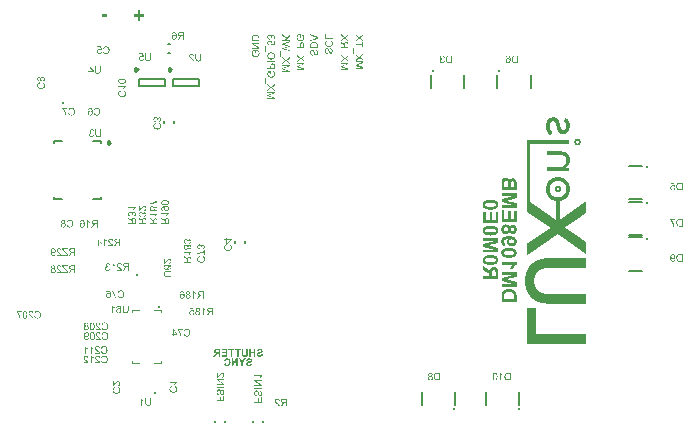
<source format=gbo>
G04*
G04 #@! TF.GenerationSoftware,Altium Limited,Altium Designer,20.0.13 (296)*
G04*
G04 Layer_Color=32896*
%FSLAX44Y44*%
%MOMM*%
G71*
G01*
G75*
%ADD11C,0.2540*%
%ADD12C,0.2000*%
%ADD14C,0.1000*%
%ADD129C,0.2500*%
G36*
X466080Y303449D02*
X466545D01*
Y303383D01*
X466811D01*
Y303316D01*
X467077D01*
Y303250D01*
X467276D01*
Y303183D01*
X467410D01*
Y303117D01*
X467542D01*
Y303050D01*
X467742D01*
Y302984D01*
X467808D01*
Y302917D01*
X467941D01*
Y302851D01*
X468074D01*
Y302784D01*
X468141D01*
Y302718D01*
X468274D01*
Y302651D01*
X468340D01*
Y302585D01*
X468407D01*
Y302518D01*
X468540D01*
Y302452D01*
X468606D01*
Y302385D01*
X468673D01*
Y302319D01*
X468739D01*
Y302252D01*
X468806D01*
Y302186D01*
X468872D01*
Y302119D01*
X468939D01*
Y302053D01*
X469005D01*
Y301986D01*
X469072D01*
Y301920D01*
X469138D01*
Y301854D01*
X469204D01*
Y301787D01*
X469271D01*
Y301654D01*
X469338D01*
Y301588D01*
X469404D01*
Y301521D01*
X469470D01*
Y301388D01*
X469537D01*
Y301255D01*
X469603D01*
Y301189D01*
X469670D01*
Y301056D01*
X469736D01*
Y300989D01*
X469803D01*
Y300856D01*
X469869D01*
Y300723D01*
X469936D01*
Y300590D01*
X470002D01*
Y300457D01*
X470069D01*
Y300258D01*
X470135D01*
Y300125D01*
X470202D01*
Y299925D01*
X470268D01*
Y299792D01*
X470335D01*
Y299593D01*
X470401D01*
Y299394D01*
X470468D01*
Y299194D01*
X470534D01*
Y298928D01*
X470601D01*
Y298662D01*
X470667D01*
Y298396D01*
X470734D01*
Y298130D01*
X470800D01*
Y297931D01*
X470867D01*
Y297599D01*
X470933D01*
Y297266D01*
X470999D01*
Y296867D01*
X471066D01*
Y296601D01*
X471133D01*
Y296269D01*
X471199D01*
Y296003D01*
X471265D01*
Y295737D01*
X471332D01*
Y295471D01*
X471398D01*
Y295272D01*
X471465D01*
Y295006D01*
X471531D01*
Y294873D01*
X471598D01*
Y294674D01*
X471664D01*
Y294474D01*
X471731D01*
Y294275D01*
X471797D01*
Y294142D01*
X471864D01*
Y294009D01*
X471930D01*
Y293876D01*
X471997D01*
Y293743D01*
X472063D01*
Y293610D01*
X472130D01*
Y293477D01*
X472196D01*
Y293410D01*
X472263D01*
Y293277D01*
X472329D01*
Y293211D01*
X472396D01*
Y293144D01*
X472462D01*
Y293078D01*
X472529D01*
Y292945D01*
X472595D01*
Y292878D01*
X472662D01*
Y292812D01*
X472794D01*
Y292745D01*
X472861D01*
Y292679D01*
X472994D01*
Y292612D01*
X473060D01*
Y292546D01*
X473260D01*
Y292480D01*
X473592D01*
Y292413D01*
X473991D01*
Y292480D01*
X474324D01*
Y292546D01*
X474523D01*
Y292612D01*
X474656D01*
Y292679D01*
X474789D01*
Y292745D01*
X474922D01*
Y292812D01*
X474988D01*
Y292878D01*
X475121D01*
Y292945D01*
X475188D01*
Y293011D01*
X475254D01*
Y293078D01*
X475321D01*
Y293144D01*
X475387D01*
Y293211D01*
X475454D01*
Y293277D01*
X475520D01*
Y293344D01*
X475587D01*
Y293477D01*
X475653D01*
Y293543D01*
X475720D01*
Y293610D01*
X475786D01*
Y293743D01*
X475853D01*
Y293876D01*
X475919D01*
Y294009D01*
X475986D01*
Y294142D01*
X476052D01*
Y294341D01*
X476119D01*
Y294474D01*
X476185D01*
Y294674D01*
X476251D01*
Y294939D01*
X476318D01*
Y295272D01*
X476385D01*
Y295804D01*
X476451D01*
Y296601D01*
X476385D01*
Y297200D01*
X476318D01*
Y297466D01*
X476251D01*
Y297732D01*
X476185D01*
Y297931D01*
X476119D01*
Y298064D01*
X476052D01*
Y298263D01*
X475986D01*
Y298396D01*
X475919D01*
Y298529D01*
X475853D01*
Y298596D01*
X475786D01*
Y298729D01*
X475720D01*
Y298795D01*
X475653D01*
Y298928D01*
X475587D01*
Y298995D01*
X475520D01*
Y299061D01*
X475454D01*
Y299194D01*
X475387D01*
Y299261D01*
X475321D01*
Y299327D01*
X475254D01*
Y299394D01*
X475188D01*
Y299460D01*
X475121D01*
Y299527D01*
X475055D01*
Y299593D01*
X474988D01*
Y299660D01*
X474922D01*
Y299726D01*
X474855D01*
Y299792D01*
X474789D01*
Y299859D01*
X474656D01*
Y299925D01*
X474590D01*
Y299992D01*
X474523D01*
Y300058D01*
X474390D01*
Y300125D01*
X474324D01*
Y300191D01*
X474191D01*
Y300258D01*
X474124D01*
Y300324D01*
X474191D01*
Y300391D01*
X474257D01*
Y300524D01*
X474324D01*
Y300590D01*
X474390D01*
Y300723D01*
X474457D01*
Y300790D01*
X474523D01*
Y300923D01*
X474590D01*
Y300989D01*
X474656D01*
Y301122D01*
X474723D01*
Y301189D01*
X474789D01*
Y301322D01*
X474855D01*
Y301388D01*
X474922D01*
Y301521D01*
X474988D01*
Y301588D01*
X475055D01*
Y301721D01*
X475121D01*
Y301787D01*
X475188D01*
Y301920D01*
X475254D01*
Y301986D01*
X475321D01*
Y302119D01*
X475387D01*
Y302186D01*
X475454D01*
Y302319D01*
X475520D01*
Y302385D01*
X475587D01*
Y302518D01*
X475653D01*
Y302585D01*
X475720D01*
Y302718D01*
X475786D01*
Y302784D01*
X475853D01*
Y302917D01*
X475986D01*
Y302851D01*
X476052D01*
Y302784D01*
X476185D01*
Y302718D01*
X476318D01*
Y302651D01*
X476385D01*
Y302585D01*
X476517D01*
Y302518D01*
X476584D01*
Y302452D01*
X476717D01*
Y302385D01*
X476783D01*
Y302319D01*
X476850D01*
Y302252D01*
X476983D01*
Y302186D01*
X477049D01*
Y302119D01*
X477116D01*
Y302053D01*
X477182D01*
Y301986D01*
X477249D01*
Y301920D01*
X477315D01*
Y301854D01*
X477382D01*
Y301787D01*
X477448D01*
Y301721D01*
X477515D01*
Y301654D01*
X477581D01*
Y301588D01*
X477648D01*
Y301521D01*
X477714D01*
Y301455D01*
X477781D01*
Y301388D01*
X477847D01*
Y301255D01*
X477914D01*
Y301189D01*
X477980D01*
Y301122D01*
X478046D01*
Y300989D01*
X478113D01*
Y300923D01*
X478180D01*
Y300790D01*
X478246D01*
Y300723D01*
X478312D01*
Y300590D01*
X478379D01*
Y300457D01*
X478445D01*
Y300324D01*
X478512D01*
Y300191D01*
X478578D01*
Y300058D01*
X478645D01*
Y299925D01*
X478711D01*
Y299726D01*
X478778D01*
Y299593D01*
X478844D01*
Y299394D01*
X478911D01*
Y299194D01*
X478977D01*
Y298928D01*
X479044D01*
Y298729D01*
X479110D01*
Y298396D01*
X479177D01*
Y298130D01*
X479243D01*
Y297665D01*
X479310D01*
Y296934D01*
X479376D01*
Y295937D01*
X479310D01*
Y295205D01*
X479243D01*
Y294740D01*
X479177D01*
Y294408D01*
X479110D01*
Y294142D01*
X479044D01*
Y293876D01*
X478977D01*
Y293676D01*
X478911D01*
Y293410D01*
X478844D01*
Y293277D01*
X478778D01*
Y293078D01*
X478711D01*
Y292878D01*
X478645D01*
Y292745D01*
X478578D01*
Y292612D01*
X478512D01*
Y292480D01*
X478445D01*
Y292347D01*
X478379D01*
Y292214D01*
X478312D01*
Y292081D01*
X478246D01*
Y291948D01*
X478180D01*
Y291881D01*
X478113D01*
Y291748D01*
X478046D01*
Y291615D01*
X477980D01*
Y291549D01*
X477914D01*
Y291416D01*
X477847D01*
Y291349D01*
X477781D01*
Y291283D01*
X477714D01*
Y291150D01*
X477648D01*
Y291084D01*
X477581D01*
Y291017D01*
X477515D01*
Y290951D01*
X477448D01*
Y290884D01*
X477382D01*
Y290818D01*
X477315D01*
Y290751D01*
X477249D01*
Y290685D01*
X477182D01*
Y290618D01*
X477116D01*
Y290552D01*
X477049D01*
Y290485D01*
X476983D01*
Y290419D01*
X476916D01*
Y290352D01*
X476850D01*
Y290286D01*
X476717D01*
Y290219D01*
X476650D01*
Y290153D01*
X476517D01*
Y290086D01*
X476451D01*
Y290020D01*
X476385D01*
Y289953D01*
X476251D01*
Y289887D01*
X476119D01*
Y289820D01*
X475986D01*
Y289754D01*
X475853D01*
Y289687D01*
X475720D01*
Y289621D01*
X475520D01*
Y289554D01*
X475387D01*
Y289488D01*
X475121D01*
Y289421D01*
X474855D01*
Y289355D01*
X474523D01*
Y289289D01*
X472861D01*
Y289355D01*
X472462D01*
Y289421D01*
X472196D01*
Y289488D01*
X471997D01*
Y289554D01*
X471797D01*
Y289621D01*
X471598D01*
Y289687D01*
X471465D01*
Y289754D01*
X471332D01*
Y289820D01*
X471265D01*
Y289887D01*
X471133D01*
Y289953D01*
X471066D01*
Y290020D01*
X470933D01*
Y290086D01*
X470867D01*
Y290153D01*
X470800D01*
Y290219D01*
X470667D01*
Y290286D01*
X470601D01*
Y290352D01*
X470534D01*
Y290419D01*
X470468D01*
Y290485D01*
X470401D01*
Y290552D01*
X470335D01*
Y290618D01*
X470268D01*
Y290685D01*
X470202D01*
Y290751D01*
X470135D01*
Y290818D01*
X470069D01*
Y290951D01*
X470002D01*
Y291017D01*
X469936D01*
Y291084D01*
X469869D01*
Y291217D01*
X469803D01*
Y291283D01*
X469736D01*
Y291416D01*
X469670D01*
Y291482D01*
X469603D01*
Y291615D01*
X469537D01*
Y291748D01*
X469470D01*
Y291881D01*
X469404D01*
Y292014D01*
X469338D01*
Y292147D01*
X469271D01*
Y292280D01*
X469204D01*
Y292413D01*
X469138D01*
Y292612D01*
X469072D01*
Y292745D01*
X469005D01*
Y292945D01*
X468939D01*
Y293144D01*
X468872D01*
Y293344D01*
X468806D01*
Y293543D01*
X468739D01*
Y293809D01*
X468673D01*
Y294009D01*
X468606D01*
Y294275D01*
X468540D01*
Y294541D01*
X468473D01*
Y294806D01*
X468407D01*
Y295072D01*
X468340D01*
Y295338D01*
X468274D01*
Y295604D01*
X468207D01*
Y295937D01*
X468141D01*
Y296269D01*
X468074D01*
Y296535D01*
X468008D01*
Y296801D01*
X467941D01*
Y297067D01*
X467875D01*
Y297333D01*
X467808D01*
Y297599D01*
X467742D01*
Y297798D01*
X467675D01*
Y297998D01*
X467609D01*
Y298130D01*
X467542D01*
Y298330D01*
X467476D01*
Y298463D01*
X467410D01*
Y298596D01*
X467343D01*
Y298729D01*
X467276D01*
Y298795D01*
X467210D01*
Y298928D01*
X467144D01*
Y299061D01*
X467077D01*
Y299128D01*
X467011D01*
Y299194D01*
X466944D01*
Y299261D01*
X466878D01*
Y299394D01*
X466811D01*
Y299460D01*
X466745D01*
Y299527D01*
X466678D01*
Y299593D01*
X466545D01*
Y299660D01*
X466479D01*
Y299726D01*
X466412D01*
Y299792D01*
X466279D01*
Y299859D01*
X466213D01*
Y299925D01*
X466013D01*
Y299992D01*
X465814D01*
Y300058D01*
X465481D01*
Y300125D01*
X464750D01*
Y300058D01*
X464418D01*
Y299992D01*
X464218D01*
Y299925D01*
X464019D01*
Y299859D01*
X463886D01*
Y299792D01*
X463820D01*
Y299726D01*
X463686D01*
Y299660D01*
X463620D01*
Y299593D01*
X463554D01*
Y299527D01*
X463487D01*
Y299460D01*
X463354D01*
Y299394D01*
X463288D01*
Y299327D01*
X463221D01*
Y299194D01*
X463155D01*
Y299128D01*
X463088D01*
Y299061D01*
X463022D01*
Y298995D01*
X462955D01*
Y298862D01*
X462889D01*
Y298795D01*
X462822D01*
Y298662D01*
X462756D01*
Y298529D01*
X462689D01*
Y298396D01*
X462623D01*
Y298263D01*
X462556D01*
Y298064D01*
X462490D01*
Y297865D01*
X462423D01*
Y297665D01*
X462357D01*
Y297399D01*
X462290D01*
Y297067D01*
X462224D01*
Y296535D01*
X462157D01*
Y295205D01*
X462224D01*
Y294674D01*
X462290D01*
Y294341D01*
X462357D01*
Y294075D01*
X462423D01*
Y293876D01*
X462490D01*
Y293676D01*
X462556D01*
Y293543D01*
X462623D01*
Y293410D01*
X462689D01*
Y293277D01*
X462756D01*
Y293144D01*
X462822D01*
Y293011D01*
X462889D01*
Y292945D01*
X462955D01*
Y292812D01*
X463022D01*
Y292745D01*
X463088D01*
Y292612D01*
X463155D01*
Y292546D01*
X463221D01*
Y292480D01*
X463288D01*
Y292347D01*
X463354D01*
Y292280D01*
X463421D01*
Y292214D01*
X463487D01*
Y292147D01*
X463554D01*
Y292081D01*
X463620D01*
Y292014D01*
X463686D01*
Y291881D01*
X463753D01*
Y291815D01*
X463820D01*
Y291748D01*
X463886D01*
Y291682D01*
X463952D01*
Y291615D01*
X464019D01*
Y291549D01*
X464086D01*
Y291482D01*
X464152D01*
Y291416D01*
X464285D01*
Y291349D01*
X464351D01*
Y291283D01*
X464418D01*
Y291217D01*
X464484D01*
Y291150D01*
X464551D01*
Y291084D01*
X464617D01*
Y291017D01*
X464684D01*
Y290884D01*
X464617D01*
Y290751D01*
X464551D01*
Y290685D01*
X464484D01*
Y290618D01*
X464418D01*
Y290552D01*
X464351D01*
Y290419D01*
X464285D01*
Y290352D01*
X464218D01*
Y290286D01*
X464152D01*
Y290153D01*
X464086D01*
Y290086D01*
X464019D01*
Y290020D01*
X463952D01*
Y289953D01*
X463886D01*
Y289820D01*
X463820D01*
Y289754D01*
X463753D01*
Y289687D01*
X463686D01*
Y289554D01*
X463620D01*
Y289488D01*
X463554D01*
Y289421D01*
X463487D01*
Y289289D01*
X463421D01*
Y289222D01*
X463354D01*
Y289156D01*
X463288D01*
Y289089D01*
X463221D01*
Y288956D01*
X463155D01*
Y288890D01*
X463088D01*
Y288823D01*
X463022D01*
Y288690D01*
X462955D01*
Y288624D01*
X462889D01*
Y288557D01*
X462822D01*
Y288491D01*
X462689D01*
Y288557D01*
X462556D01*
Y288624D01*
X462490D01*
Y288690D01*
X462423D01*
Y288757D01*
X462290D01*
Y288823D01*
X462224D01*
Y288890D01*
X462157D01*
Y288956D01*
X462091D01*
Y289023D01*
X461958D01*
Y289089D01*
X461892D01*
Y289156D01*
X461825D01*
Y289222D01*
X461759D01*
Y289289D01*
X461692D01*
Y289355D01*
X461626D01*
Y289421D01*
X461559D01*
Y289488D01*
X461493D01*
Y289554D01*
X461426D01*
Y289621D01*
X461360D01*
Y289687D01*
X461293D01*
Y289754D01*
X461227D01*
Y289820D01*
X461160D01*
Y289887D01*
X461094D01*
Y289953D01*
X461027D01*
Y290020D01*
X460961D01*
Y290086D01*
X460894D01*
Y290219D01*
X460828D01*
Y290286D01*
X460761D01*
Y290352D01*
X460695D01*
Y290485D01*
X460628D01*
Y290552D01*
X460562D01*
Y290685D01*
X460495D01*
Y290751D01*
X460429D01*
Y290884D01*
X460363D01*
Y290951D01*
X460296D01*
Y291084D01*
X460229D01*
Y291217D01*
X460163D01*
Y291349D01*
X460097D01*
Y291482D01*
X460030D01*
Y291615D01*
X459964D01*
Y291815D01*
X459897D01*
Y291948D01*
X459831D01*
Y292147D01*
X459764D01*
Y292347D01*
X459698D01*
Y292546D01*
X459631D01*
Y292812D01*
X459565D01*
Y293078D01*
X459498D01*
Y293344D01*
X459432D01*
Y293743D01*
X459365D01*
Y294142D01*
X459299D01*
Y294873D01*
X459232D01*
Y296867D01*
X459299D01*
Y297466D01*
X459365D01*
Y297931D01*
X459432D01*
Y298263D01*
X459498D01*
Y298596D01*
X459565D01*
Y298862D01*
X459631D01*
Y299128D01*
X459698D01*
Y299327D01*
X459764D01*
Y299527D01*
X459831D01*
Y299726D01*
X459897D01*
Y299859D01*
X459964D01*
Y299992D01*
X460030D01*
Y300191D01*
X460097D01*
Y300324D01*
X460163D01*
Y300457D01*
X460229D01*
Y300590D01*
X460296D01*
Y300723D01*
X460363D01*
Y300790D01*
X460429D01*
Y300923D01*
X460495D01*
Y301056D01*
X460562D01*
Y301122D01*
X460628D01*
Y301255D01*
X460695D01*
Y301322D01*
X460761D01*
Y301455D01*
X460828D01*
Y301521D01*
X460894D01*
Y301588D01*
X460961D01*
Y301654D01*
X461027D01*
Y301721D01*
X461094D01*
Y301854D01*
X461160D01*
Y301920D01*
X461227D01*
Y301986D01*
X461293D01*
Y302053D01*
X461360D01*
Y302119D01*
X461426D01*
Y302186D01*
X461559D01*
Y302252D01*
X461626D01*
Y302319D01*
X461692D01*
Y302385D01*
X461759D01*
Y302452D01*
X461825D01*
Y302518D01*
X461958D01*
Y302585D01*
X462024D01*
Y302651D01*
X462157D01*
Y302718D01*
X462224D01*
Y302784D01*
X462357D01*
Y302851D01*
X462423D01*
Y302917D01*
X462556D01*
Y302984D01*
X462689D01*
Y303050D01*
X462822D01*
Y303117D01*
X463022D01*
Y303183D01*
X463221D01*
Y303250D01*
X463354D01*
Y303316D01*
X463686D01*
Y303383D01*
X463952D01*
Y303449D01*
X464418D01*
Y303515D01*
X466080D01*
Y303449D01*
D02*
G37*
G36*
X486490Y285300D02*
X486756D01*
Y285233D01*
X486955D01*
Y285167D01*
X487088D01*
Y285100D01*
X487221D01*
Y285034D01*
X487354D01*
Y284967D01*
X487420D01*
Y284901D01*
X487553D01*
Y284834D01*
X487620D01*
Y284768D01*
X487686D01*
Y284701D01*
X487753D01*
Y284635D01*
X487819D01*
Y284568D01*
X487886D01*
Y284502D01*
X487952D01*
Y284435D01*
X488019D01*
Y284369D01*
X488085D01*
Y284236D01*
X488152D01*
Y284169D01*
X488218D01*
Y284036D01*
X488285D01*
Y283904D01*
X488351D01*
Y283771D01*
X488418D01*
Y283571D01*
X488484D01*
Y283305D01*
X488551D01*
Y282773D01*
X488617D01*
Y282441D01*
X488551D01*
Y281909D01*
X488484D01*
Y281710D01*
X488418D01*
Y281510D01*
X488351D01*
Y281311D01*
X488285D01*
Y281178D01*
X488218D01*
Y281111D01*
X488152D01*
Y280978D01*
X488085D01*
Y280912D01*
X488019D01*
Y280779D01*
X487952D01*
Y280712D01*
X487886D01*
Y280646D01*
X487819D01*
Y280579D01*
X487753D01*
Y280513D01*
X487686D01*
Y280446D01*
X487620D01*
Y280380D01*
X487487D01*
Y280313D01*
X487420D01*
Y280247D01*
X487287D01*
Y280180D01*
X487155D01*
Y280114D01*
X487022D01*
Y280047D01*
X486889D01*
Y279981D01*
X486689D01*
Y279915D01*
X486357D01*
Y279848D01*
X485359D01*
Y279915D01*
X485027D01*
Y279981D01*
X484828D01*
Y280047D01*
X484695D01*
Y280114D01*
X484562D01*
Y280180D01*
X484429D01*
Y280247D01*
X484296D01*
Y280313D01*
X484229D01*
Y280380D01*
X484096D01*
Y280446D01*
X484030D01*
Y280513D01*
X483963D01*
Y280579D01*
X483897D01*
Y280646D01*
X483830D01*
Y280712D01*
X483764D01*
Y280779D01*
X483698D01*
Y280912D01*
X483631D01*
Y280978D01*
X483564D01*
Y281111D01*
X483498D01*
Y281178D01*
X483432D01*
Y281311D01*
X483365D01*
Y281510D01*
X483299D01*
Y281643D01*
X483232D01*
Y281909D01*
X483166D01*
Y282374D01*
X483099D01*
Y282840D01*
X483166D01*
Y283305D01*
X483232D01*
Y283571D01*
X483299D01*
Y283771D01*
X483365D01*
Y283904D01*
X483432D01*
Y284036D01*
X483498D01*
Y284169D01*
X483564D01*
Y284236D01*
X483631D01*
Y284369D01*
X483698D01*
Y284435D01*
X483764D01*
Y284502D01*
X483830D01*
Y284568D01*
X483897D01*
Y284635D01*
X483963D01*
Y284701D01*
X484030D01*
Y284768D01*
X484096D01*
Y284834D01*
X484163D01*
Y284901D01*
X484296D01*
Y284967D01*
X484362D01*
Y285034D01*
X484495D01*
Y285100D01*
X484628D01*
Y285167D01*
X484761D01*
Y285233D01*
X484961D01*
Y285300D01*
X485227D01*
Y285366D01*
X486490D01*
Y285300D01*
D02*
G37*
G36*
X472329Y274596D02*
X473060D01*
Y274530D01*
X473592D01*
Y274463D01*
X473858D01*
Y274397D01*
X474191D01*
Y274330D01*
X474457D01*
Y274264D01*
X474723D01*
Y274197D01*
X474922D01*
Y274131D01*
X475121D01*
Y274064D01*
X475321D01*
Y273998D01*
X475454D01*
Y273931D01*
X475587D01*
Y273865D01*
X475786D01*
Y273798D01*
X475919D01*
Y273732D01*
X476052D01*
Y273665D01*
X476119D01*
Y273599D01*
X476251D01*
Y273532D01*
X476385D01*
Y273466D01*
X476451D01*
Y273399D01*
X476584D01*
Y273333D01*
X476650D01*
Y273266D01*
X476783D01*
Y273200D01*
X476850D01*
Y273134D01*
X476983D01*
Y273067D01*
X477049D01*
Y273001D01*
X477116D01*
Y272934D01*
X477182D01*
Y272868D01*
X477249D01*
Y272801D01*
X477315D01*
Y272735D01*
X477382D01*
Y272668D01*
X477448D01*
Y272602D01*
X477515D01*
Y272535D01*
X477581D01*
Y272469D01*
X477648D01*
Y272402D01*
X477714D01*
Y272336D01*
X477781D01*
Y272269D01*
X477847D01*
Y272203D01*
X477914D01*
Y272070D01*
X477980D01*
Y272003D01*
X478046D01*
Y271937D01*
X478113D01*
Y271804D01*
X478180D01*
Y271737D01*
X478246D01*
Y271604D01*
X478312D01*
Y271538D01*
X478379D01*
Y271405D01*
X478445D01*
Y271272D01*
X478512D01*
Y271139D01*
X478578D01*
Y271006D01*
X478645D01*
Y270873D01*
X478711D01*
Y270740D01*
X478778D01*
Y270607D01*
X478844D01*
Y270408D01*
X478911D01*
Y270208D01*
X478977D01*
Y270009D01*
X479044D01*
Y269743D01*
X479110D01*
Y269477D01*
X479177D01*
Y269145D01*
X479243D01*
Y268746D01*
X479310D01*
Y267948D01*
X479376D01*
Y266884D01*
X479310D01*
Y266219D01*
X479243D01*
Y265821D01*
X479177D01*
Y265488D01*
X479110D01*
Y265289D01*
X479044D01*
Y265023D01*
X478977D01*
Y264823D01*
X478911D01*
Y264624D01*
X478844D01*
Y264491D01*
X478778D01*
Y264291D01*
X478711D01*
Y264158D01*
X478645D01*
Y264025D01*
X478578D01*
Y263892D01*
X478512D01*
Y263760D01*
X478445D01*
Y263627D01*
X478379D01*
Y263494D01*
X478312D01*
Y263427D01*
X478246D01*
Y263294D01*
X478180D01*
Y263161D01*
X478113D01*
Y263095D01*
X478046D01*
Y263028D01*
X477980D01*
Y262895D01*
X477914D01*
Y262829D01*
X477847D01*
Y262696D01*
X477781D01*
Y262629D01*
X477714D01*
Y262563D01*
X477648D01*
Y262496D01*
X477581D01*
Y262430D01*
X477515D01*
Y262297D01*
X477448D01*
Y262230D01*
X477382D01*
Y262164D01*
X477315D01*
Y262097D01*
X477249D01*
Y262031D01*
X477182D01*
Y261965D01*
X477116D01*
Y261898D01*
X476983D01*
Y261832D01*
X476916D01*
Y261765D01*
X476850D01*
Y261699D01*
X476783D01*
Y261632D01*
X476717D01*
Y261566D01*
X476584D01*
Y261499D01*
X476517D01*
Y261433D01*
X476385D01*
Y261366D01*
X476318D01*
Y261300D01*
X476185D01*
Y261233D01*
X476119D01*
Y261167D01*
X475986D01*
Y261100D01*
X475853D01*
Y261034D01*
X475720D01*
Y260901D01*
X476983D01*
Y260834D01*
X478844D01*
Y257776D01*
X478379D01*
Y257843D01*
X476983D01*
Y257909D01*
X475653D01*
Y257976D01*
X459698D01*
Y261167D01*
X470335D01*
Y261233D01*
X470933D01*
Y261300D01*
X471332D01*
Y261366D01*
X471664D01*
Y261433D01*
X471930D01*
Y261499D01*
X472196D01*
Y261566D01*
X472462D01*
Y261632D01*
X472595D01*
Y261699D01*
X472794D01*
Y261765D01*
X472994D01*
Y261832D01*
X473127D01*
Y261898D01*
X473326D01*
Y261965D01*
X473459D01*
Y262031D01*
X473592D01*
Y262097D01*
X473725D01*
Y262164D01*
X473792D01*
Y262230D01*
X473925D01*
Y262297D01*
X474058D01*
Y262363D01*
X474124D01*
Y262430D01*
X474257D01*
Y262496D01*
X474324D01*
Y262563D01*
X474457D01*
Y262629D01*
X474523D01*
Y262696D01*
X474590D01*
Y262762D01*
X474656D01*
Y262829D01*
X474723D01*
Y262895D01*
X474789D01*
Y262962D01*
X474922D01*
Y263028D01*
X474988D01*
Y263095D01*
X475055D01*
Y263161D01*
X475121D01*
Y263294D01*
X475188D01*
Y263361D01*
X475254D01*
Y263427D01*
X475321D01*
Y263494D01*
X475387D01*
Y263627D01*
X475454D01*
Y263693D01*
X475520D01*
Y263826D01*
X475587D01*
Y263892D01*
X475653D01*
Y264025D01*
X475720D01*
Y264092D01*
X475786D01*
Y264225D01*
X475853D01*
Y264358D01*
X475919D01*
Y264557D01*
X475986D01*
Y264690D01*
X476052D01*
Y264890D01*
X476119D01*
Y265089D01*
X476185D01*
Y265289D01*
X476251D01*
Y265621D01*
X476318D01*
Y265954D01*
X476385D01*
Y266618D01*
X476451D01*
Y267482D01*
X476385D01*
Y268081D01*
X476318D01*
Y268413D01*
X476251D01*
Y268679D01*
X476185D01*
Y268879D01*
X476119D01*
Y269012D01*
X476052D01*
Y269211D01*
X475986D01*
Y269344D01*
X475919D01*
Y269410D01*
X475853D01*
Y269543D01*
X475786D01*
Y269676D01*
X475720D01*
Y269743D01*
X475653D01*
Y269809D01*
X475587D01*
Y269942D01*
X475520D01*
Y270009D01*
X475454D01*
Y270075D01*
X475387D01*
Y270142D01*
X475321D01*
Y270208D01*
X475254D01*
Y270275D01*
X475188D01*
Y270341D01*
X475121D01*
Y270408D01*
X474988D01*
Y270474D01*
X474922D01*
Y270541D01*
X474789D01*
Y270607D01*
X474723D01*
Y270674D01*
X474590D01*
Y270740D01*
X474523D01*
Y270807D01*
X474390D01*
Y270873D01*
X474191D01*
Y270940D01*
X474058D01*
Y271006D01*
X473925D01*
Y271073D01*
X473725D01*
Y271139D01*
X473526D01*
Y271206D01*
X473326D01*
Y271272D01*
X473060D01*
Y271338D01*
X472662D01*
Y271405D01*
X472196D01*
Y271471D01*
X459698D01*
Y274662D01*
X472329D01*
Y274596D01*
D02*
G37*
G36*
X478844Y281045D02*
X445869D01*
Y231915D01*
X445936D01*
Y231849D01*
X446003D01*
Y231782D01*
X446135D01*
Y231716D01*
X446202D01*
Y231649D01*
X446268D01*
Y231583D01*
X446401D01*
Y231516D01*
X446468D01*
Y231450D01*
X446601D01*
Y231383D01*
X446667D01*
Y231317D01*
X446800D01*
Y231250D01*
X446867D01*
Y231184D01*
X446933D01*
Y231117D01*
X447066D01*
Y231051D01*
X447133D01*
Y230984D01*
X447266D01*
Y230918D01*
X447332D01*
Y230851D01*
X447465D01*
Y230785D01*
X447532D01*
Y230718D01*
X447598D01*
Y230652D01*
X447731D01*
Y230585D01*
X447798D01*
Y230519D01*
X447930D01*
Y230452D01*
X447997D01*
Y230386D01*
X448130D01*
Y230319D01*
X448196D01*
Y230253D01*
X448329D01*
Y230187D01*
X448396D01*
Y230120D01*
X448462D01*
Y230054D01*
X448595D01*
Y229987D01*
X448662D01*
Y229921D01*
X448795D01*
Y229854D01*
X448861D01*
Y229788D01*
X448994D01*
Y229721D01*
X449061D01*
Y229655D01*
X449127D01*
Y229588D01*
X449260D01*
Y229522D01*
X449327D01*
Y229455D01*
X449459D01*
Y229389D01*
X449526D01*
Y229322D01*
X449659D01*
Y229256D01*
X449725D01*
Y229189D01*
X449792D01*
Y229123D01*
X449925D01*
Y229056D01*
X449991D01*
Y228990D01*
X450124D01*
Y228923D01*
X450191D01*
Y228857D01*
X450324D01*
Y228790D01*
X450390D01*
Y228724D01*
X450457D01*
Y228657D01*
X450590D01*
Y228591D01*
X450656D01*
Y228524D01*
X450789D01*
Y228458D01*
X450856D01*
Y228391D01*
X450989D01*
Y228325D01*
X451055D01*
Y228258D01*
X451121D01*
Y228192D01*
X451255D01*
Y228125D01*
X451321D01*
Y228059D01*
X451454D01*
Y227992D01*
X451520D01*
Y227926D01*
X451653D01*
Y227860D01*
X451720D01*
Y227793D01*
X451786D01*
Y227727D01*
X451919D01*
Y227660D01*
X451986D01*
Y227594D01*
X452119D01*
Y227527D01*
X452185D01*
Y227461D01*
X452318D01*
Y227394D01*
X452385D01*
Y227328D01*
X452451D01*
Y227261D01*
X452584D01*
Y227195D01*
X452651D01*
Y227128D01*
X452784D01*
Y227062D01*
X452850D01*
Y226995D01*
X452983D01*
Y226929D01*
X453050D01*
Y226862D01*
X453116D01*
Y226796D01*
X453249D01*
Y226729D01*
X453315D01*
Y226663D01*
X453448D01*
Y226596D01*
X453515D01*
Y226530D01*
X453648D01*
Y226464D01*
X453714D01*
Y226397D01*
X453781D01*
Y226331D01*
X453914D01*
Y226264D01*
X453980D01*
Y226197D01*
X454113D01*
Y226131D01*
X454180D01*
Y226065D01*
X454313D01*
Y225998D01*
X454379D01*
Y225932D01*
X454446D01*
Y225865D01*
X454579D01*
Y225799D01*
X454645D01*
Y225732D01*
X454778D01*
Y225666D01*
X454845D01*
Y225599D01*
X454977D01*
Y225533D01*
X455044D01*
Y225466D01*
X455110D01*
Y225400D01*
X455243D01*
Y225333D01*
X455310D01*
Y225267D01*
X455443D01*
Y225200D01*
X455509D01*
Y225134D01*
X455642D01*
Y225067D01*
X455709D01*
Y225001D01*
X455775D01*
Y224934D01*
X455908D01*
Y224868D01*
X455975D01*
Y224801D01*
X456108D01*
Y224735D01*
X456174D01*
Y224669D01*
X456307D01*
Y224602D01*
X456374D01*
Y224536D01*
X456440D01*
Y224469D01*
X456573D01*
Y224403D01*
X456640D01*
Y224336D01*
X456772D01*
Y224270D01*
X456839D01*
Y224203D01*
X456972D01*
Y224137D01*
X457038D01*
Y224070D01*
X457105D01*
Y224004D01*
X457238D01*
Y223937D01*
X457304D01*
Y223871D01*
X457437D01*
Y223804D01*
X457504D01*
Y223738D01*
X457637D01*
Y223671D01*
X457703D01*
Y223605D01*
X457770D01*
Y223538D01*
X457903D01*
Y223472D01*
X457969D01*
Y223405D01*
X458102D01*
Y223339D01*
X458169D01*
Y223272D01*
X458302D01*
Y223206D01*
X458368D01*
Y223139D01*
X458434D01*
Y223073D01*
X458568D01*
Y223006D01*
X458634D01*
Y222940D01*
X458767D01*
Y222873D01*
X458833D01*
Y222807D01*
X458966D01*
Y222740D01*
X459033D01*
Y222674D01*
X459099D01*
Y222607D01*
X459232D01*
Y222541D01*
X459299D01*
Y222475D01*
X459432D01*
Y222408D01*
X459498D01*
Y222342D01*
X459631D01*
Y222275D01*
X459698D01*
Y222209D01*
X459764D01*
Y222142D01*
X459897D01*
Y222076D01*
X459964D01*
Y222009D01*
X460097D01*
Y221943D01*
X460163D01*
Y221876D01*
X460296D01*
Y221810D01*
X460363D01*
Y221743D01*
X460429D01*
Y221677D01*
X460562D01*
Y221610D01*
X460628D01*
Y221544D01*
X460761D01*
Y221477D01*
X460828D01*
Y221411D01*
X460961D01*
Y221344D01*
X461027D01*
Y221278D01*
X461094D01*
Y221211D01*
X461227D01*
Y221145D01*
X461293D01*
Y221078D01*
X461426D01*
Y221012D01*
X461493D01*
Y220945D01*
X461626D01*
Y220879D01*
X461692D01*
Y220812D01*
X461759D01*
Y220746D01*
X461892D01*
Y220680D01*
X461958D01*
Y220613D01*
X462091D01*
Y220547D01*
X462157D01*
Y220480D01*
X462290D01*
Y220414D01*
X462357D01*
Y220347D01*
X462423D01*
Y220281D01*
X462556D01*
Y220214D01*
X462623D01*
Y220148D01*
X462756D01*
Y220081D01*
X462822D01*
Y220015D01*
X462955D01*
Y219948D01*
X463022D01*
Y219882D01*
X463088D01*
Y219815D01*
X463221D01*
Y219749D01*
X463288D01*
Y219682D01*
X463421D01*
Y219616D01*
X463487D01*
Y219549D01*
X463620D01*
Y219483D01*
X463686D01*
Y219416D01*
X463753D01*
Y219350D01*
X463886D01*
Y219284D01*
X463952D01*
Y219217D01*
X464086D01*
Y219151D01*
X464152D01*
Y219084D01*
X464285D01*
Y219018D01*
X464351D01*
Y218951D01*
X464418D01*
Y218885D01*
X464551D01*
Y218818D01*
X464617D01*
Y218752D01*
X464750D01*
Y218685D01*
X464817D01*
Y218619D01*
X464950D01*
Y218552D01*
X465016D01*
Y218486D01*
X465083D01*
Y218419D01*
X465216D01*
Y218353D01*
X465282D01*
Y218286D01*
X465415D01*
Y218220D01*
X465481D01*
Y218153D01*
X465615D01*
Y218087D01*
X465681D01*
Y218020D01*
X465747D01*
Y217954D01*
X465880D01*
Y217887D01*
X465947D01*
Y217821D01*
X466080D01*
Y217754D01*
X466146D01*
Y217688D01*
X466279D01*
Y217621D01*
X466346D01*
Y217555D01*
X466412D01*
Y217488D01*
X466545D01*
Y217422D01*
X466612D01*
Y217355D01*
X466745D01*
Y217289D01*
X466811D01*
Y217222D01*
X466944D01*
Y217156D01*
X467011D01*
Y217090D01*
X467077D01*
Y217023D01*
X467210D01*
Y216957D01*
X467276D01*
Y216890D01*
X467410D01*
Y216824D01*
X467476D01*
Y216757D01*
X467609D01*
Y216691D01*
X467742D01*
Y232646D01*
X467476D01*
Y232713D01*
X467077D01*
Y232779D01*
X466745D01*
Y232846D01*
X466479D01*
Y232912D01*
X466213D01*
Y232979D01*
X466013D01*
Y233045D01*
X465814D01*
Y233112D01*
X465615D01*
Y233178D01*
X465415D01*
Y233245D01*
X465282D01*
Y233311D01*
X465083D01*
Y233377D01*
X464950D01*
Y233444D01*
X464817D01*
Y233510D01*
X464684D01*
Y233577D01*
X464551D01*
Y233643D01*
X464418D01*
Y233710D01*
X464285D01*
Y233776D01*
X464152D01*
Y233843D01*
X464086D01*
Y233909D01*
X463952D01*
Y233976D01*
X463820D01*
Y234042D01*
X463753D01*
Y234109D01*
X463620D01*
Y234175D01*
X463554D01*
Y234242D01*
X463421D01*
Y234308D01*
X463354D01*
Y234375D01*
X463221D01*
Y234441D01*
X463155D01*
Y234508D01*
X463022D01*
Y234574D01*
X462955D01*
Y234641D01*
X462889D01*
Y234707D01*
X462822D01*
Y234774D01*
X462756D01*
Y234840D01*
X462623D01*
Y234907D01*
X462556D01*
Y234973D01*
X462490D01*
Y235040D01*
X462423D01*
Y235106D01*
X462357D01*
Y235173D01*
X462290D01*
Y235239D01*
X462224D01*
Y235306D01*
X462157D01*
Y235372D01*
X462024D01*
Y235505D01*
X461958D01*
Y235571D01*
X461892D01*
Y235638D01*
X461825D01*
Y235704D01*
X461759D01*
Y235771D01*
X461692D01*
Y235837D01*
X461626D01*
Y235904D01*
X461559D01*
Y235970D01*
X461493D01*
Y236103D01*
X461426D01*
Y236170D01*
X461360D01*
Y236236D01*
X461293D01*
Y236303D01*
X461227D01*
Y236436D01*
X461160D01*
Y236502D01*
X461094D01*
Y236569D01*
X461027D01*
Y236702D01*
X460961D01*
Y236835D01*
X460894D01*
Y236901D01*
X460828D01*
Y237034D01*
X460761D01*
Y237101D01*
X460695D01*
Y237234D01*
X460628D01*
Y237300D01*
X460562D01*
Y237433D01*
X460495D01*
Y237566D01*
X460429D01*
Y237699D01*
X460363D01*
Y237832D01*
X460296D01*
Y237965D01*
X460229D01*
Y238098D01*
X460163D01*
Y238231D01*
X460097D01*
Y238430D01*
X460030D01*
Y238563D01*
X459964D01*
Y238762D01*
X459897D01*
Y238962D01*
X459831D01*
Y239161D01*
X459764D01*
Y239361D01*
X459698D01*
Y239560D01*
X459631D01*
Y239826D01*
X459565D01*
Y240026D01*
X459498D01*
Y240358D01*
X459432D01*
Y240757D01*
X459365D01*
Y241089D01*
X459299D01*
Y241887D01*
X459232D01*
Y243682D01*
X459299D01*
Y244414D01*
X459365D01*
Y244746D01*
X459432D01*
Y245145D01*
X459498D01*
Y245477D01*
X459565D01*
Y245743D01*
X459631D01*
Y245943D01*
X459698D01*
Y246208D01*
X459764D01*
Y246408D01*
X459831D01*
Y246607D01*
X459897D01*
Y246740D01*
X459964D01*
Y246940D01*
X460030D01*
Y247073D01*
X460097D01*
Y247272D01*
X460163D01*
Y247405D01*
X460229D01*
Y247538D01*
X460296D01*
Y247671D01*
X460363D01*
Y247804D01*
X460429D01*
Y247937D01*
X460495D01*
Y248070D01*
X460562D01*
Y248203D01*
X460628D01*
Y248269D01*
X460695D01*
Y248402D01*
X460761D01*
Y248535D01*
X460828D01*
Y248602D01*
X460894D01*
Y248735D01*
X460961D01*
Y248801D01*
X461027D01*
Y248934D01*
X461094D01*
Y249001D01*
X461160D01*
Y249134D01*
X461227D01*
Y249200D01*
X461293D01*
Y249267D01*
X461360D01*
Y249333D01*
X461426D01*
Y249466D01*
X461493D01*
Y249533D01*
X461559D01*
Y249599D01*
X461626D01*
Y249666D01*
X461692D01*
Y249799D01*
X461759D01*
Y249865D01*
X461825D01*
Y249931D01*
X461892D01*
Y249998D01*
X461958D01*
Y250064D01*
X462024D01*
Y250131D01*
X462091D01*
Y250197D01*
X462157D01*
Y250264D01*
X462224D01*
Y250330D01*
X462290D01*
Y250397D01*
X462357D01*
Y250463D01*
X462490D01*
Y250530D01*
X462556D01*
Y250596D01*
X462623D01*
Y250663D01*
X462689D01*
Y250729D01*
X462756D01*
Y250796D01*
X462889D01*
Y250862D01*
X462955D01*
Y250929D01*
X463022D01*
Y250995D01*
X463088D01*
Y251062D01*
X463221D01*
Y251128D01*
X463288D01*
Y251195D01*
X463421D01*
Y251261D01*
X463487D01*
Y251328D01*
X463620D01*
Y251394D01*
X463686D01*
Y251460D01*
X463820D01*
Y251527D01*
X463886D01*
Y251593D01*
X464019D01*
Y251660D01*
X464152D01*
Y251726D01*
X464285D01*
Y251793D01*
X464418D01*
Y251859D01*
X464551D01*
Y251926D01*
X464617D01*
Y251992D01*
X464750D01*
Y252059D01*
X464950D01*
Y252125D01*
X465083D01*
Y252192D01*
X465216D01*
Y252258D01*
X465415D01*
Y252325D01*
X465548D01*
Y252391D01*
X465747D01*
Y252458D01*
X465947D01*
Y252524D01*
X466146D01*
Y252591D01*
X466412D01*
Y252657D01*
X466678D01*
Y252724D01*
X466944D01*
Y252790D01*
X467343D01*
Y252857D01*
X467742D01*
Y252923D01*
X468473D01*
Y252990D01*
X470135D01*
Y252923D01*
X470800D01*
Y252857D01*
X471265D01*
Y252790D01*
X471598D01*
Y252724D01*
X471930D01*
Y252657D01*
X472196D01*
Y252591D01*
X472396D01*
Y252524D01*
X472662D01*
Y252458D01*
X472861D01*
Y252391D01*
X472994D01*
Y252325D01*
X473193D01*
Y252258D01*
X473326D01*
Y252192D01*
X473526D01*
Y252125D01*
X473659D01*
Y252059D01*
X473792D01*
Y251992D01*
X473925D01*
Y251926D01*
X474058D01*
Y251859D01*
X474191D01*
Y251793D01*
X474324D01*
Y251726D01*
X474457D01*
Y251660D01*
X474590D01*
Y251593D01*
X474656D01*
Y251527D01*
X474789D01*
Y251460D01*
X474855D01*
Y251394D01*
X474988D01*
Y251328D01*
X475055D01*
Y251261D01*
X475188D01*
Y251195D01*
X475254D01*
Y251128D01*
X475387D01*
Y251062D01*
X475454D01*
Y250995D01*
X475587D01*
Y250929D01*
X475653D01*
Y250862D01*
X475720D01*
Y250796D01*
X475786D01*
Y250729D01*
X475853D01*
Y250663D01*
X475986D01*
Y250596D01*
X476052D01*
Y250530D01*
X476119D01*
Y250463D01*
X476185D01*
Y250397D01*
X476251D01*
Y250330D01*
X476318D01*
Y250264D01*
X476385D01*
Y250197D01*
X476451D01*
Y250131D01*
X476517D01*
Y250064D01*
X476584D01*
Y249998D01*
X476650D01*
Y249931D01*
X476717D01*
Y249865D01*
X476783D01*
Y249799D01*
X476850D01*
Y249732D01*
X476916D01*
Y249666D01*
X476983D01*
Y249599D01*
X477049D01*
Y249466D01*
X477116D01*
Y249400D01*
X477182D01*
Y249333D01*
X477249D01*
Y249267D01*
X477315D01*
Y249134D01*
X477382D01*
Y249067D01*
X477448D01*
Y249001D01*
X477515D01*
Y248868D01*
X477581D01*
Y248801D01*
X477648D01*
Y248668D01*
X477714D01*
Y248602D01*
X477781D01*
Y248469D01*
X477847D01*
Y248336D01*
X477914D01*
Y248269D01*
X477980D01*
Y248136D01*
X478046D01*
Y248004D01*
X478113D01*
Y247871D01*
X478180D01*
Y247738D01*
X478246D01*
Y247605D01*
X478312D01*
Y247472D01*
X478379D01*
Y247339D01*
X478445D01*
Y247206D01*
X478512D01*
Y247073D01*
X478578D01*
Y246873D01*
X478645D01*
Y246674D01*
X478711D01*
Y246541D01*
X478778D01*
Y246341D01*
X478844D01*
Y246142D01*
X478911D01*
Y245876D01*
X478977D01*
Y245610D01*
X479044D01*
Y245411D01*
X479110D01*
Y245012D01*
X479177D01*
Y244613D01*
X479243D01*
Y244147D01*
X479310D01*
Y243416D01*
X479376D01*
Y242153D01*
X479310D01*
Y241355D01*
X479243D01*
Y240890D01*
X479177D01*
Y240491D01*
X479110D01*
Y240159D01*
X479044D01*
Y239893D01*
X478977D01*
Y239627D01*
X478911D01*
Y239427D01*
X478844D01*
Y239228D01*
X478778D01*
Y239028D01*
X478711D01*
Y238829D01*
X478645D01*
Y238630D01*
X478578D01*
Y238497D01*
X478512D01*
Y238297D01*
X478445D01*
Y238164D01*
X478379D01*
Y238031D01*
X478312D01*
Y237898D01*
X478246D01*
Y237765D01*
X478180D01*
Y237632D01*
X478113D01*
Y237499D01*
X478046D01*
Y237366D01*
X477980D01*
Y237234D01*
X477914D01*
Y237167D01*
X477847D01*
Y237034D01*
X477781D01*
Y236968D01*
X477714D01*
Y236835D01*
X477648D01*
Y236768D01*
X477581D01*
Y236635D01*
X477515D01*
Y236502D01*
X477448D01*
Y236436D01*
X477382D01*
Y236369D01*
X477315D01*
Y236303D01*
X477249D01*
Y236170D01*
X477182D01*
Y236103D01*
X477116D01*
Y236037D01*
X477049D01*
Y235970D01*
X476983D01*
Y235837D01*
X476916D01*
Y235771D01*
X476850D01*
Y235704D01*
X476783D01*
Y235638D01*
X476717D01*
Y235571D01*
X476650D01*
Y235505D01*
X476584D01*
Y235438D01*
X476517D01*
Y235372D01*
X476451D01*
Y235306D01*
X476385D01*
Y235239D01*
X476318D01*
Y235173D01*
X476251D01*
Y235106D01*
X476185D01*
Y235040D01*
X476119D01*
Y234973D01*
X476052D01*
Y234907D01*
X475919D01*
Y234840D01*
X475853D01*
Y234774D01*
X475786D01*
Y234707D01*
X475720D01*
Y234641D01*
X475653D01*
Y234574D01*
X475520D01*
Y234508D01*
X475454D01*
Y234441D01*
X475387D01*
Y234375D01*
X475254D01*
Y234308D01*
X475188D01*
Y234242D01*
X475055D01*
Y234175D01*
X474988D01*
Y234109D01*
X474855D01*
Y234042D01*
X474789D01*
Y233976D01*
X474656D01*
Y233909D01*
X474523D01*
Y233843D01*
X474390D01*
Y233776D01*
X474257D01*
Y233710D01*
X474191D01*
Y233643D01*
X474058D01*
Y233577D01*
X473925D01*
Y233510D01*
X473792D01*
Y233444D01*
X473592D01*
Y233377D01*
X473459D01*
Y233311D01*
X473326D01*
Y233245D01*
X473127D01*
Y233178D01*
X472994D01*
Y233112D01*
X472794D01*
Y233045D01*
X472595D01*
Y232979D01*
X472329D01*
Y232912D01*
X472063D01*
Y232846D01*
X471797D01*
Y232779D01*
X471465D01*
Y232713D01*
X471133D01*
Y232646D01*
X470867D01*
Y216824D01*
X470999D01*
Y216890D01*
X471066D01*
Y216957D01*
X471199D01*
Y217023D01*
X471265D01*
Y217090D01*
X471332D01*
Y217156D01*
X471465D01*
Y217222D01*
X471531D01*
Y217289D01*
X471664D01*
Y217355D01*
X471731D01*
Y217422D01*
X471797D01*
Y217488D01*
X471930D01*
Y217555D01*
X471997D01*
Y217621D01*
X472130D01*
Y217688D01*
X472196D01*
Y217754D01*
X472329D01*
Y217821D01*
X472396D01*
Y217887D01*
X472462D01*
Y217954D01*
X472595D01*
Y218020D01*
X472662D01*
Y218087D01*
X472794D01*
Y218153D01*
X472861D01*
Y218220D01*
X472928D01*
Y218286D01*
X473060D01*
Y218353D01*
X473127D01*
Y218419D01*
X473260D01*
Y218486D01*
X473326D01*
Y218552D01*
X473393D01*
Y218619D01*
X473526D01*
Y218685D01*
X473592D01*
Y218752D01*
X473725D01*
Y218818D01*
X473792D01*
Y218885D01*
X473858D01*
Y218951D01*
X473991D01*
Y219018D01*
X474058D01*
Y219084D01*
X474191D01*
Y219151D01*
X474257D01*
Y219217D01*
X474390D01*
Y219284D01*
X474457D01*
Y219350D01*
X474523D01*
Y219416D01*
X474656D01*
Y219483D01*
X474723D01*
Y219549D01*
X474855D01*
Y219616D01*
X474922D01*
Y219682D01*
X474988D01*
Y219749D01*
X475121D01*
Y219815D01*
X475188D01*
Y219882D01*
X475321D01*
Y219948D01*
X475387D01*
Y220015D01*
X475454D01*
Y220081D01*
X475587D01*
Y220148D01*
X475653D01*
Y220214D01*
X475786D01*
Y220281D01*
X475853D01*
Y220347D01*
X475919D01*
Y220414D01*
X476052D01*
Y220480D01*
X476119D01*
Y220547D01*
X476251D01*
Y220613D01*
X476318D01*
Y220680D01*
X476385D01*
Y220746D01*
X476517D01*
Y220812D01*
X476584D01*
Y220879D01*
X476717D01*
Y220945D01*
X476783D01*
Y221012D01*
X476916D01*
Y221078D01*
X476983D01*
Y221145D01*
X477049D01*
Y221211D01*
X477182D01*
Y221278D01*
X477249D01*
Y221344D01*
X477382D01*
Y221411D01*
X477448D01*
Y221477D01*
X477515D01*
Y221544D01*
X477648D01*
Y221610D01*
X477714D01*
Y221677D01*
X477847D01*
Y221743D01*
X477914D01*
Y221810D01*
X477980D01*
Y221876D01*
X478113D01*
Y221943D01*
X478180D01*
Y222009D01*
X478312D01*
Y222076D01*
X478379D01*
Y222142D01*
X478445D01*
Y222209D01*
X478578D01*
Y222275D01*
X478645D01*
Y222342D01*
X478778D01*
Y222408D01*
X478844D01*
Y222475D01*
X478911D01*
Y222541D01*
X479044D01*
Y222607D01*
X479110D01*
Y222674D01*
X479243D01*
Y222740D01*
X479310D01*
Y222807D01*
X479443D01*
Y222873D01*
X479509D01*
Y222940D01*
X479576D01*
Y223006D01*
X479709D01*
Y223073D01*
X479775D01*
Y223139D01*
X479908D01*
Y223206D01*
X479975D01*
Y223272D01*
X480041D01*
Y223339D01*
X480174D01*
Y223405D01*
X480240D01*
Y223472D01*
X480373D01*
Y223538D01*
X480440D01*
Y223605D01*
X480506D01*
Y223671D01*
X480639D01*
Y223738D01*
X480706D01*
Y223804D01*
X480839D01*
Y223871D01*
X480905D01*
Y223937D01*
X480972D01*
Y224004D01*
X481105D01*
Y224070D01*
X481171D01*
Y224137D01*
X481304D01*
Y224203D01*
X481371D01*
Y224270D01*
X481504D01*
Y224336D01*
X481570D01*
Y224403D01*
X481637D01*
Y224469D01*
X481769D01*
Y224536D01*
X481836D01*
Y224602D01*
X481969D01*
Y224669D01*
X482035D01*
Y224735D01*
X482102D01*
Y224801D01*
X482235D01*
Y224868D01*
X482301D01*
Y224934D01*
X482434D01*
Y225001D01*
X482501D01*
Y225067D01*
X482567D01*
Y225134D01*
X482700D01*
Y225200D01*
X482767D01*
Y225267D01*
X482900D01*
Y225333D01*
X482966D01*
Y225400D01*
X483033D01*
Y225466D01*
X483166D01*
Y225533D01*
X483232D01*
Y225599D01*
X483365D01*
Y225666D01*
X483432D01*
Y225732D01*
X483498D01*
Y225799D01*
X483631D01*
Y225865D01*
X483698D01*
Y225932D01*
X483830D01*
Y225998D01*
X483897D01*
Y226065D01*
X484030D01*
Y226131D01*
X484096D01*
Y226197D01*
X484163D01*
Y226264D01*
X484296D01*
Y226331D01*
X484362D01*
Y226397D01*
X484495D01*
Y226464D01*
X484562D01*
Y226530D01*
X484628D01*
Y226596D01*
X484761D01*
Y226663D01*
X484828D01*
Y226729D01*
X484961D01*
Y226796D01*
X485027D01*
Y226862D01*
X485094D01*
Y226929D01*
X485227D01*
Y226995D01*
X485293D01*
Y227062D01*
X485426D01*
Y227128D01*
X485493D01*
Y227195D01*
X485559D01*
Y227261D01*
X485692D01*
Y227328D01*
X485758D01*
Y227394D01*
X485891D01*
Y227461D01*
X485958D01*
Y227527D01*
X486024D01*
Y227594D01*
X486157D01*
Y227660D01*
X486224D01*
Y227727D01*
X486357D01*
Y227793D01*
X486423D01*
Y227860D01*
X486556D01*
Y227926D01*
X486623D01*
Y227992D01*
X486689D01*
Y228059D01*
X486822D01*
Y228125D01*
X486889D01*
Y228192D01*
X487022D01*
Y228258D01*
X487088D01*
Y228325D01*
X487155D01*
Y228391D01*
X487287D01*
Y228458D01*
X487354D01*
Y228524D01*
X487487D01*
Y228591D01*
X487553D01*
Y228657D01*
X487620D01*
Y228724D01*
X487753D01*
Y228790D01*
X487819D01*
Y228857D01*
X487952D01*
Y228923D01*
X488019D01*
Y228990D01*
X488085D01*
Y229056D01*
X488218D01*
Y229123D01*
X488285D01*
Y229189D01*
X488418D01*
Y229256D01*
X488484D01*
Y229322D01*
X488551D01*
Y229389D01*
X488684D01*
Y229455D01*
X488750D01*
Y229522D01*
X488883D01*
Y229588D01*
X488950D01*
Y229655D01*
X489082D01*
Y229721D01*
X489149D01*
Y229788D01*
X489216D01*
Y229854D01*
X489348D01*
Y229921D01*
X489415D01*
Y229987D01*
X489548D01*
Y230054D01*
X489614D01*
Y230120D01*
X489681D01*
Y230187D01*
X489814D01*
Y230253D01*
X489880D01*
Y230319D01*
X490013D01*
Y230386D01*
X490080D01*
Y230452D01*
X490146D01*
Y230519D01*
X490279D01*
Y230585D01*
X490346D01*
Y230652D01*
X490479D01*
Y230718D01*
X490545D01*
Y230785D01*
X490611D01*
Y230851D01*
X490745D01*
Y230918D01*
X490811D01*
Y230984D01*
X490944D01*
Y231051D01*
X491010D01*
Y231117D01*
X491143D01*
Y231184D01*
X491210D01*
Y231250D01*
X491276D01*
Y231317D01*
X491409D01*
Y231383D01*
X491476D01*
Y231450D01*
X491609D01*
Y231516D01*
X491675D01*
Y231583D01*
X491742D01*
Y231649D01*
X491875D01*
Y231716D01*
X491941D01*
Y231782D01*
X492074D01*
Y231849D01*
X492141D01*
Y231915D01*
X492207D01*
Y231981D01*
X492340D01*
Y232048D01*
X492407D01*
Y232114D01*
X492540D01*
Y232181D01*
X492606D01*
Y232247D01*
X492673D01*
Y232314D01*
X492805D01*
Y232380D01*
X492872D01*
Y232447D01*
X493005D01*
Y232513D01*
X493071D01*
Y232580D01*
X493138D01*
Y222475D01*
X493005D01*
Y222408D01*
X492938D01*
Y222342D01*
X492805D01*
Y222275D01*
X492739D01*
Y222209D01*
X492606D01*
Y222142D01*
X492540D01*
Y222076D01*
X492473D01*
Y222009D01*
X492340D01*
Y221943D01*
X492274D01*
Y221876D01*
X492141D01*
Y221810D01*
X492074D01*
Y221743D01*
X491941D01*
Y221677D01*
X491875D01*
Y221610D01*
X491742D01*
Y221544D01*
X491675D01*
Y221477D01*
X491542D01*
Y221411D01*
X491476D01*
Y221344D01*
X491343D01*
Y221278D01*
X491276D01*
Y221211D01*
X491143D01*
Y221145D01*
X491077D01*
Y221078D01*
X491010D01*
Y221012D01*
X490877D01*
Y220945D01*
X490811D01*
Y220879D01*
X490678D01*
Y220812D01*
X490611D01*
Y220746D01*
X490479D01*
Y220680D01*
X490412D01*
Y220613D01*
X490279D01*
Y220547D01*
X490213D01*
Y220480D01*
X490080D01*
Y220414D01*
X490013D01*
Y220347D01*
X489880D01*
Y220281D01*
X489814D01*
Y220214D01*
X489681D01*
Y220148D01*
X489614D01*
Y220081D01*
X489548D01*
Y220015D01*
X489415D01*
Y219948D01*
X489348D01*
Y219882D01*
X489216D01*
Y219815D01*
X489149D01*
Y219749D01*
X489016D01*
Y219682D01*
X488950D01*
Y219616D01*
X488816D01*
Y219549D01*
X488750D01*
Y219483D01*
X488617D01*
Y219416D01*
X488551D01*
Y219350D01*
X488418D01*
Y219284D01*
X488351D01*
Y219217D01*
X488218D01*
Y219151D01*
X488152D01*
Y219084D01*
X488085D01*
Y219018D01*
X487952D01*
Y218951D01*
X487886D01*
Y218885D01*
X487753D01*
Y218818D01*
X487686D01*
Y218752D01*
X487553D01*
Y218685D01*
X487487D01*
Y218619D01*
X487354D01*
Y218552D01*
X487287D01*
Y218486D01*
X487155D01*
Y218419D01*
X487088D01*
Y218353D01*
X486955D01*
Y218286D01*
X486889D01*
Y218220D01*
X486756D01*
Y218153D01*
X486689D01*
Y218087D01*
X486623D01*
Y218020D01*
X486490D01*
Y217954D01*
X486423D01*
Y217887D01*
X486290D01*
Y217821D01*
X486224D01*
Y217754D01*
X486091D01*
Y217688D01*
X486024D01*
Y217621D01*
X485891D01*
Y217555D01*
X485825D01*
Y217488D01*
X485692D01*
Y217422D01*
X485625D01*
Y217355D01*
X485493D01*
Y217289D01*
X485426D01*
Y217222D01*
X485293D01*
Y217156D01*
X485227D01*
Y217090D01*
X485160D01*
Y217023D01*
X485027D01*
Y216957D01*
X484961D01*
Y216890D01*
X484828D01*
Y216824D01*
X484761D01*
Y216757D01*
X484628D01*
Y216691D01*
X484562D01*
Y216624D01*
X484429D01*
Y216558D01*
X484362D01*
Y216491D01*
X484229D01*
Y216425D01*
X484163D01*
Y216358D01*
X484030D01*
Y216292D01*
X483963D01*
Y216225D01*
X483830D01*
Y216159D01*
X483764D01*
Y216092D01*
X483698D01*
Y216026D01*
X483564D01*
Y215959D01*
X483498D01*
Y215893D01*
X483365D01*
Y215826D01*
X483299D01*
Y215760D01*
X483166D01*
Y215693D01*
X483099D01*
Y215627D01*
X482966D01*
Y215560D01*
X482900D01*
Y215494D01*
X482767D01*
Y215428D01*
X482700D01*
Y215361D01*
X482567D01*
Y215295D01*
X482501D01*
Y215228D01*
X482368D01*
Y215162D01*
X482301D01*
Y215095D01*
X482235D01*
Y215029D01*
X482102D01*
Y214962D01*
X482035D01*
Y214896D01*
X481903D01*
Y214829D01*
X481836D01*
Y214763D01*
X481703D01*
Y214696D01*
X481637D01*
Y214630D01*
X481504D01*
Y214563D01*
X481437D01*
Y214497D01*
X481304D01*
Y214430D01*
X481238D01*
Y214364D01*
X481105D01*
Y214297D01*
X481038D01*
Y214231D01*
X480905D01*
Y214164D01*
X480839D01*
Y214098D01*
X480772D01*
Y214031D01*
X480639D01*
Y213965D01*
X480573D01*
Y213899D01*
X480440D01*
Y213832D01*
X480373D01*
Y213766D01*
X480240D01*
Y213699D01*
X480174D01*
Y213633D01*
X480041D01*
Y213566D01*
X479975D01*
Y213500D01*
X479842D01*
Y213433D01*
X479775D01*
Y213367D01*
X479642D01*
Y213300D01*
X479576D01*
Y213234D01*
X479443D01*
Y213167D01*
X479376D01*
Y213101D01*
X479310D01*
Y213034D01*
X479177D01*
Y212968D01*
X479110D01*
Y212901D01*
X478977D01*
Y212835D01*
X478911D01*
Y212768D01*
X478778D01*
Y212702D01*
X478711D01*
Y212635D01*
X478578D01*
Y212569D01*
X478512D01*
Y212502D01*
X478379D01*
Y212436D01*
X478312D01*
Y212369D01*
X478180D01*
Y212303D01*
X478113D01*
Y212236D01*
X477980D01*
Y212170D01*
X477914D01*
Y212104D01*
X477847D01*
Y212037D01*
X477714D01*
Y211971D01*
X477648D01*
Y211904D01*
X477515D01*
Y211838D01*
X477448D01*
Y211771D01*
X477315D01*
Y211705D01*
X477249D01*
Y211638D01*
X477116D01*
Y211572D01*
X477049D01*
Y211505D01*
X476916D01*
Y211439D01*
X476850D01*
Y211372D01*
X476717D01*
Y211306D01*
X476650D01*
Y211239D01*
X476517D01*
Y211173D01*
X476451D01*
Y211106D01*
X476385D01*
Y211040D01*
X476251D01*
Y210973D01*
X476185D01*
Y210907D01*
X476052D01*
Y210840D01*
X475986D01*
Y210774D01*
X475853D01*
Y210707D01*
X475786D01*
Y210641D01*
X475653D01*
Y210574D01*
X475587D01*
Y210508D01*
X475454D01*
Y210441D01*
X475387D01*
Y210375D01*
X475254D01*
Y210308D01*
X475321D01*
Y210242D01*
X475387D01*
Y210175D01*
X475520D01*
Y210109D01*
X475587D01*
Y210043D01*
X475720D01*
Y209976D01*
X475786D01*
Y209910D01*
X475919D01*
Y209843D01*
X475986D01*
Y209777D01*
X476052D01*
Y209710D01*
X476185D01*
Y209644D01*
X476251D01*
Y209577D01*
X476385D01*
Y209511D01*
X476451D01*
Y209444D01*
X476584D01*
Y209378D01*
X476650D01*
Y209311D01*
X476783D01*
Y209245D01*
X476850D01*
Y209178D01*
X476983D01*
Y209112D01*
X477049D01*
Y209045D01*
X477116D01*
Y208979D01*
X477249D01*
Y208912D01*
X477315D01*
Y208846D01*
X477448D01*
Y208779D01*
X477515D01*
Y208713D01*
X477648D01*
Y208646D01*
X477714D01*
Y208580D01*
X477847D01*
Y208514D01*
X477914D01*
Y208447D01*
X477980D01*
Y208381D01*
X478113D01*
Y208314D01*
X478180D01*
Y208248D01*
X478312D01*
Y208181D01*
X478379D01*
Y208114D01*
X478512D01*
Y208048D01*
X478578D01*
Y207982D01*
X478711D01*
Y207915D01*
X478778D01*
Y207849D01*
X478911D01*
Y207782D01*
X478977D01*
Y207716D01*
X479044D01*
Y207649D01*
X479177D01*
Y207583D01*
X479243D01*
Y207516D01*
X479376D01*
Y207450D01*
X479443D01*
Y207383D01*
X479576D01*
Y207317D01*
X479642D01*
Y207250D01*
X479775D01*
Y207184D01*
X479842D01*
Y207117D01*
X479975D01*
Y207051D01*
X480041D01*
Y206984D01*
X480107D01*
Y206918D01*
X480240D01*
Y206851D01*
X480307D01*
Y206785D01*
X480440D01*
Y206719D01*
X480506D01*
Y206652D01*
X480639D01*
Y206586D01*
X480706D01*
Y206519D01*
X480839D01*
Y206453D01*
X480905D01*
Y206386D01*
X480972D01*
Y206320D01*
X481105D01*
Y206253D01*
X481171D01*
Y206187D01*
X481304D01*
Y206120D01*
X481371D01*
Y206054D01*
X481504D01*
Y205987D01*
X481570D01*
Y205921D01*
X481703D01*
Y205854D01*
X481769D01*
Y205788D01*
X481903D01*
Y205721D01*
X481969D01*
Y205655D01*
X482035D01*
Y205588D01*
X482168D01*
Y205522D01*
X482235D01*
Y205455D01*
X482368D01*
Y205389D01*
X482434D01*
Y205322D01*
X482567D01*
Y205256D01*
X482634D01*
Y205189D01*
X482767D01*
Y205123D01*
X482833D01*
Y205056D01*
X482900D01*
Y204990D01*
X483033D01*
Y204923D01*
X483099D01*
Y204857D01*
X483232D01*
Y204790D01*
X483299D01*
Y204724D01*
X483432D01*
Y204657D01*
X483498D01*
Y204591D01*
X483631D01*
Y204525D01*
X483698D01*
Y204458D01*
X483830D01*
Y204392D01*
X483897D01*
Y204325D01*
X483963D01*
Y204259D01*
X484096D01*
Y204192D01*
X484163D01*
Y204126D01*
X484296D01*
Y204059D01*
X484362D01*
Y203993D01*
X484495D01*
Y203926D01*
X484562D01*
Y203860D01*
X484695D01*
Y203793D01*
X484761D01*
Y203727D01*
X484894D01*
Y203660D01*
X484961D01*
Y203594D01*
X485027D01*
Y203527D01*
X485160D01*
Y203461D01*
X485227D01*
Y203394D01*
X485359D01*
Y203328D01*
X485426D01*
Y203261D01*
X485559D01*
Y203195D01*
X485625D01*
Y203128D01*
X485758D01*
Y203062D01*
X485825D01*
Y202995D01*
X485891D01*
Y202929D01*
X486024D01*
Y202862D01*
X486091D01*
Y202796D01*
X486224D01*
Y202730D01*
X486290D01*
Y202663D01*
X486423D01*
Y202597D01*
X486490D01*
Y202530D01*
X486623D01*
Y202464D01*
X486689D01*
Y202397D01*
X486822D01*
Y202331D01*
X486889D01*
Y202264D01*
X486955D01*
Y202198D01*
X487088D01*
Y202131D01*
X487155D01*
Y202065D01*
X487287D01*
Y201998D01*
X487354D01*
Y201932D01*
X487487D01*
Y201865D01*
X487553D01*
Y201799D01*
X487686D01*
Y201732D01*
X487753D01*
Y201666D01*
X487819D01*
Y201599D01*
X487952D01*
Y201533D01*
X488019D01*
Y201466D01*
X488152D01*
Y201400D01*
X488218D01*
Y201333D01*
X488351D01*
Y201267D01*
X488418D01*
Y201201D01*
X488551D01*
Y201134D01*
X488617D01*
Y201068D01*
X488750D01*
Y201001D01*
X488816D01*
Y200935D01*
X488883D01*
Y200868D01*
X489016D01*
Y200802D01*
X489082D01*
Y200735D01*
X489216D01*
Y200669D01*
X489282D01*
Y200602D01*
X489415D01*
Y200536D01*
X489481D01*
Y200469D01*
X489614D01*
Y200403D01*
X489681D01*
Y200336D01*
X489814D01*
Y200270D01*
X489880D01*
Y200203D01*
X489947D01*
Y200137D01*
X490080D01*
Y200070D01*
X490146D01*
Y200004D01*
X490279D01*
Y199937D01*
X490346D01*
Y199871D01*
X490479D01*
Y199804D01*
X490545D01*
Y199738D01*
X490678D01*
Y199671D01*
X490745D01*
Y199605D01*
X490811D01*
Y199538D01*
X490944D01*
Y199472D01*
X491010D01*
Y199405D01*
X491143D01*
Y199339D01*
X491210D01*
Y199272D01*
X491343D01*
Y199206D01*
X491409D01*
Y199140D01*
X491542D01*
Y199073D01*
X491609D01*
Y199007D01*
X491742D01*
Y198940D01*
X491808D01*
Y198874D01*
X491875D01*
Y198807D01*
X492008D01*
Y198741D01*
X492074D01*
Y198674D01*
X492207D01*
Y198608D01*
X492274D01*
Y198541D01*
X492407D01*
Y198475D01*
X492473D01*
Y198408D01*
X492606D01*
Y198342D01*
X492673D01*
Y198275D01*
X492739D01*
Y198209D01*
X492872D01*
Y198142D01*
X492938D01*
Y198076D01*
X493071D01*
Y198009D01*
X493138D01*
Y187771D01*
X493005D01*
Y187838D01*
X492938D01*
Y187904D01*
X492872D01*
Y187971D01*
X492739D01*
Y188037D01*
X492673D01*
Y188104D01*
X492540D01*
Y188170D01*
X492473D01*
Y188237D01*
X492340D01*
Y188303D01*
X492274D01*
Y188370D01*
X492207D01*
Y188436D01*
X492074D01*
Y188503D01*
X492008D01*
Y188569D01*
X491875D01*
Y188636D01*
X491808D01*
Y188702D01*
X491742D01*
Y188769D01*
X491609D01*
Y188835D01*
X491542D01*
Y188901D01*
X491409D01*
Y188968D01*
X491343D01*
Y189034D01*
X491276D01*
Y189101D01*
X491143D01*
Y189167D01*
X491077D01*
Y189234D01*
X490944D01*
Y189300D01*
X490877D01*
Y189367D01*
X490811D01*
Y189433D01*
X490678D01*
Y189500D01*
X490611D01*
Y189566D01*
X490479D01*
Y189633D01*
X490412D01*
Y189699D01*
X490346D01*
Y189766D01*
X490213D01*
Y189832D01*
X490146D01*
Y189899D01*
X490013D01*
Y189965D01*
X489947D01*
Y190032D01*
X489814D01*
Y190098D01*
X489747D01*
Y190165D01*
X489681D01*
Y190231D01*
X489548D01*
Y190298D01*
X489481D01*
Y190364D01*
X489348D01*
Y190431D01*
X489282D01*
Y190497D01*
X489216D01*
Y190563D01*
X489082D01*
Y190630D01*
X489016D01*
Y190696D01*
X488883D01*
Y190763D01*
X488816D01*
Y190829D01*
X488750D01*
Y190896D01*
X488617D01*
Y190962D01*
X488551D01*
Y191029D01*
X488418D01*
Y191095D01*
X488351D01*
Y191162D01*
X488285D01*
Y191228D01*
X488152D01*
Y191295D01*
X488085D01*
Y191361D01*
X487952D01*
Y191428D01*
X487886D01*
Y191494D01*
X487819D01*
Y191561D01*
X487686D01*
Y191627D01*
X487620D01*
Y191694D01*
X487487D01*
Y191760D01*
X487420D01*
Y191827D01*
X487287D01*
Y191893D01*
X487221D01*
Y191960D01*
X487155D01*
Y192026D01*
X487022D01*
Y192092D01*
X486955D01*
Y192159D01*
X486822D01*
Y192225D01*
X486756D01*
Y192292D01*
X486689D01*
Y192358D01*
X486556D01*
Y192425D01*
X486490D01*
Y192491D01*
X486357D01*
Y192558D01*
X486290D01*
Y192624D01*
X486224D01*
Y192691D01*
X486091D01*
Y192757D01*
X486024D01*
Y192824D01*
X485891D01*
Y192890D01*
X485825D01*
Y192957D01*
X485758D01*
Y193023D01*
X485625D01*
Y193090D01*
X485559D01*
Y193156D01*
X485426D01*
Y193223D01*
X485359D01*
Y193289D01*
X485293D01*
Y193356D01*
X485160D01*
Y193422D01*
X485094D01*
Y193489D01*
X484961D01*
Y193555D01*
X484894D01*
Y193622D01*
X484761D01*
Y193688D01*
X484695D01*
Y193755D01*
X484628D01*
Y193821D01*
X484495D01*
Y193888D01*
X484429D01*
Y193954D01*
X484296D01*
Y194021D01*
X484229D01*
Y194087D01*
X484163D01*
Y194153D01*
X484030D01*
Y194220D01*
X483963D01*
Y194286D01*
X483830D01*
Y194353D01*
X483764D01*
Y194419D01*
X483698D01*
Y194486D01*
X483564D01*
Y194552D01*
X483498D01*
Y194619D01*
X483365D01*
Y194685D01*
X483299D01*
Y194752D01*
X483232D01*
Y194818D01*
X483099D01*
Y194885D01*
X483033D01*
Y194951D01*
X482900D01*
Y195018D01*
X482833D01*
Y195084D01*
X482767D01*
Y195151D01*
X482634D01*
Y195217D01*
X482567D01*
Y195284D01*
X482434D01*
Y195350D01*
X482368D01*
Y195417D01*
X482301D01*
Y195483D01*
X482168D01*
Y195550D01*
X482102D01*
Y195616D01*
X481969D01*
Y195683D01*
X481903D01*
Y195749D01*
X481769D01*
Y195816D01*
X481703D01*
Y195882D01*
X481637D01*
Y195948D01*
X481504D01*
Y196015D01*
X481437D01*
Y196081D01*
X481304D01*
Y196148D01*
X481238D01*
Y196214D01*
X481171D01*
Y196281D01*
X481038D01*
Y196347D01*
X480972D01*
Y196414D01*
X480839D01*
Y196480D01*
X480772D01*
Y196547D01*
X480706D01*
Y196613D01*
X480573D01*
Y196680D01*
X480506D01*
Y196746D01*
X480373D01*
Y196813D01*
X480307D01*
Y196879D01*
X480240D01*
Y196946D01*
X480107D01*
Y197012D01*
X480041D01*
Y197079D01*
X479908D01*
Y197145D01*
X479842D01*
Y197212D01*
X479775D01*
Y197278D01*
X479642D01*
Y197345D01*
X479576D01*
Y197411D01*
X479443D01*
Y197477D01*
X479376D01*
Y197544D01*
X479243D01*
Y197610D01*
X479177D01*
Y197677D01*
X479110D01*
Y197743D01*
X478977D01*
Y197810D01*
X478911D01*
Y197876D01*
X478778D01*
Y197943D01*
X478711D01*
Y198009D01*
X478645D01*
Y198076D01*
X478512D01*
Y198142D01*
X478445D01*
Y198209D01*
X478312D01*
Y198275D01*
X478246D01*
Y198342D01*
X478180D01*
Y198408D01*
X478046D01*
Y198475D01*
X477980D01*
Y198541D01*
X477847D01*
Y198608D01*
X477781D01*
Y198674D01*
X477714D01*
Y198741D01*
X477581D01*
Y198807D01*
X477515D01*
Y198874D01*
X477382D01*
Y198940D01*
X477315D01*
Y199007D01*
X477249D01*
Y199073D01*
X477116D01*
Y199140D01*
X477049D01*
Y199206D01*
X476916D01*
Y199272D01*
X476850D01*
Y199339D01*
X476717D01*
Y199405D01*
X476650D01*
Y199472D01*
X476584D01*
Y199538D01*
X476451D01*
Y199605D01*
X476385D01*
Y199671D01*
X476251D01*
Y199738D01*
X476185D01*
Y199804D01*
X476119D01*
Y199871D01*
X475986D01*
Y199937D01*
X475919D01*
Y200004D01*
X475786D01*
Y200070D01*
X475720D01*
Y200137D01*
X475653D01*
Y200203D01*
X475520D01*
Y200270D01*
X475454D01*
Y200336D01*
X475321D01*
Y200403D01*
X475254D01*
Y200469D01*
X475188D01*
Y200536D01*
X475055D01*
Y200602D01*
X474988D01*
Y200669D01*
X474855D01*
Y200735D01*
X474789D01*
Y200802D01*
X474723D01*
Y200868D01*
X474590D01*
Y200935D01*
X474523D01*
Y201001D01*
X474390D01*
Y201068D01*
X474324D01*
Y201134D01*
X474191D01*
Y201201D01*
X474124D01*
Y201267D01*
X474058D01*
Y201333D01*
X473925D01*
Y201400D01*
X473858D01*
Y201466D01*
X473725D01*
Y201533D01*
X473659D01*
Y201599D01*
X473592D01*
Y201666D01*
X473459D01*
Y201732D01*
X473393D01*
Y201799D01*
X473260D01*
Y201865D01*
X473193D01*
Y201932D01*
X473127D01*
Y201998D01*
X472994D01*
Y202065D01*
X472928D01*
Y202131D01*
X472794D01*
Y202198D01*
X472728D01*
Y202264D01*
X472662D01*
Y202331D01*
X472529D01*
Y202397D01*
X472462D01*
Y202464D01*
X472329D01*
Y202530D01*
X472263D01*
Y202597D01*
X472196D01*
Y202663D01*
X472063D01*
Y202730D01*
X471997D01*
Y202796D01*
X471864D01*
Y202862D01*
X471797D01*
Y202929D01*
X471731D01*
Y202995D01*
X471598D01*
Y203062D01*
X471531D01*
Y203128D01*
X471398D01*
Y203195D01*
X471332D01*
Y203261D01*
X471199D01*
Y203328D01*
X471133D01*
Y203394D01*
X471066D01*
Y203461D01*
X470933D01*
Y203527D01*
X470867D01*
Y203594D01*
X470734D01*
Y203660D01*
X470667D01*
Y203727D01*
X470601D01*
Y203793D01*
X470468D01*
Y203860D01*
X470401D01*
Y203926D01*
X470268D01*
Y203993D01*
X470202D01*
Y204059D01*
X470135D01*
Y204126D01*
X470002D01*
Y204192D01*
X469936D01*
Y204259D01*
X469803D01*
Y204325D01*
X469736D01*
Y204392D01*
X469670D01*
Y204458D01*
X469537D01*
Y204525D01*
X469470D01*
Y204591D01*
X469338D01*
Y204657D01*
X469271D01*
Y204724D01*
X469138D01*
Y204657D01*
X469072D01*
Y204591D01*
X468939D01*
Y204525D01*
X468872D01*
Y204458D01*
X468739D01*
Y204392D01*
X468673D01*
Y204325D01*
X468540D01*
Y204259D01*
X468473D01*
Y204192D01*
X468340D01*
Y204126D01*
X468274D01*
Y204059D01*
X468141D01*
Y203993D01*
X468074D01*
Y203926D01*
X468008D01*
Y203860D01*
X467875D01*
Y203793D01*
X467808D01*
Y203727D01*
X467675D01*
Y203660D01*
X467609D01*
Y203594D01*
X467476D01*
Y203527D01*
X467410D01*
Y203461D01*
X467276D01*
Y203394D01*
X467210D01*
Y203328D01*
X467144D01*
Y203261D01*
X467011D01*
Y203195D01*
X466944D01*
Y203128D01*
X466811D01*
Y203062D01*
X466745D01*
Y202995D01*
X466612D01*
Y202929D01*
X466545D01*
Y202862D01*
X466412D01*
Y202796D01*
X466346D01*
Y202730D01*
X466279D01*
Y202663D01*
X466146D01*
Y202597D01*
X466080D01*
Y202530D01*
X465947D01*
Y202464D01*
X465880D01*
Y202397D01*
X465747D01*
Y202331D01*
X465681D01*
Y202264D01*
X465548D01*
Y202198D01*
X465481D01*
Y202131D01*
X465415D01*
Y202065D01*
X465282D01*
Y201998D01*
X465216D01*
Y201932D01*
X465083D01*
Y201865D01*
X465016D01*
Y201799D01*
X464883D01*
Y201732D01*
X464817D01*
Y201666D01*
X464684D01*
Y201599D01*
X464617D01*
Y201533D01*
X464551D01*
Y201466D01*
X464418D01*
Y201400D01*
X464351D01*
Y201333D01*
X464218D01*
Y201267D01*
X464152D01*
Y201201D01*
X464019D01*
Y201134D01*
X463952D01*
Y201068D01*
X463820D01*
Y201001D01*
X463753D01*
Y200935D01*
X463686D01*
Y200868D01*
X463554D01*
Y200802D01*
X463487D01*
Y200735D01*
X463354D01*
Y200669D01*
X463288D01*
Y200602D01*
X463155D01*
Y200536D01*
X463088D01*
Y200469D01*
X462955D01*
Y200403D01*
X462889D01*
Y200336D01*
X462822D01*
Y200270D01*
X462689D01*
Y200203D01*
X462623D01*
Y200137D01*
X462490D01*
Y200070D01*
X462423D01*
Y200004D01*
X462290D01*
Y199937D01*
X462224D01*
Y199871D01*
X462091D01*
Y199804D01*
X462024D01*
Y199738D01*
X461958D01*
Y199671D01*
X461825D01*
Y199605D01*
X461759D01*
Y199538D01*
X461626D01*
Y199472D01*
X461559D01*
Y199405D01*
X461426D01*
Y199339D01*
X461360D01*
Y199272D01*
X461227D01*
Y199206D01*
X461160D01*
Y199140D01*
X461094D01*
Y199073D01*
X460961D01*
Y199007D01*
X460894D01*
Y198940D01*
X460761D01*
Y198874D01*
X460695D01*
Y198807D01*
X460562D01*
Y198741D01*
X460495D01*
Y198674D01*
X460363D01*
Y198608D01*
X460296D01*
Y198541D01*
X460163D01*
Y198475D01*
X460097D01*
Y198408D01*
X460030D01*
Y198342D01*
X459897D01*
Y198275D01*
X459831D01*
Y198209D01*
X459698D01*
Y198142D01*
X459631D01*
Y198076D01*
X459498D01*
Y198009D01*
X459432D01*
Y197943D01*
X459299D01*
Y197876D01*
X459232D01*
Y197810D01*
X459166D01*
Y197743D01*
X459033D01*
Y197677D01*
X458966D01*
Y197610D01*
X458833D01*
Y197544D01*
X458767D01*
Y197477D01*
X458634D01*
Y197411D01*
X458568D01*
Y197345D01*
X458434D01*
Y197278D01*
X458368D01*
Y197212D01*
X458302D01*
Y197145D01*
X458169D01*
Y197079D01*
X458102D01*
Y197012D01*
X457969D01*
Y196946D01*
X457903D01*
Y196879D01*
X457770D01*
Y196813D01*
X457703D01*
Y196746D01*
X457570D01*
Y196680D01*
X457504D01*
Y196613D01*
X457437D01*
Y196547D01*
X457304D01*
Y196480D01*
X457238D01*
Y196414D01*
X457105D01*
Y196347D01*
X457038D01*
Y196281D01*
X456905D01*
Y196214D01*
X456839D01*
Y196148D01*
X456706D01*
Y196081D01*
X456640D01*
Y196015D01*
X456573D01*
Y195948D01*
X456440D01*
Y195882D01*
X456374D01*
Y195816D01*
X456241D01*
Y195749D01*
X456174D01*
Y195683D01*
X456041D01*
Y195616D01*
X455975D01*
Y195550D01*
X455842D01*
Y195483D01*
X455775D01*
Y195417D01*
X455709D01*
Y195350D01*
X455576D01*
Y195284D01*
X455509D01*
Y195217D01*
X455376D01*
Y195151D01*
X455310D01*
Y195084D01*
X455177D01*
Y195018D01*
X455110D01*
Y194951D01*
X454977D01*
Y194885D01*
X454911D01*
Y194818D01*
X454845D01*
Y194752D01*
X454711D01*
Y194685D01*
X454645D01*
Y194619D01*
X454512D01*
Y194552D01*
X454446D01*
Y194486D01*
X454313D01*
Y194419D01*
X454246D01*
Y194353D01*
X454113D01*
Y194286D01*
X454047D01*
Y194220D01*
X453980D01*
Y194153D01*
X453847D01*
Y194087D01*
X453781D01*
Y194021D01*
X453648D01*
Y193954D01*
X453581D01*
Y193888D01*
X453448D01*
Y193821D01*
X453382D01*
Y193755D01*
X453249D01*
Y193688D01*
X453182D01*
Y193622D01*
X453050D01*
Y193555D01*
X452983D01*
Y193489D01*
X452916D01*
Y193422D01*
X452784D01*
Y193356D01*
X452717D01*
Y193289D01*
X452584D01*
Y193223D01*
X452518D01*
Y193156D01*
X452385D01*
Y193090D01*
X452318D01*
Y193023D01*
X452185D01*
Y192957D01*
X452119D01*
Y192890D01*
X452052D01*
Y192824D01*
X451919D01*
Y192757D01*
X451853D01*
Y192691D01*
X451720D01*
Y192624D01*
X451653D01*
Y192558D01*
X451520D01*
Y192491D01*
X451454D01*
Y192425D01*
X451321D01*
Y192358D01*
X451255D01*
Y192292D01*
X451188D01*
Y192225D01*
X451055D01*
Y192159D01*
X450989D01*
Y192092D01*
X450856D01*
Y192026D01*
X450789D01*
Y191960D01*
X450656D01*
Y191893D01*
X450590D01*
Y191827D01*
X450457D01*
Y191760D01*
X450390D01*
Y191694D01*
X450324D01*
Y191627D01*
X450191D01*
Y191561D01*
X450124D01*
Y191494D01*
X449991D01*
Y191428D01*
X449925D01*
Y191361D01*
X449792D01*
Y191295D01*
X449725D01*
Y191228D01*
X449593D01*
Y191162D01*
X449526D01*
Y191095D01*
X449459D01*
Y191029D01*
X449327D01*
Y190962D01*
X449260D01*
Y190896D01*
X449127D01*
Y190829D01*
X449061D01*
Y190763D01*
X448928D01*
Y190696D01*
X448861D01*
Y190630D01*
X448728D01*
Y190563D01*
X448662D01*
Y190497D01*
X448595D01*
Y190431D01*
X448462D01*
Y190364D01*
X448396D01*
Y190298D01*
X448263D01*
Y190231D01*
X448196D01*
Y190165D01*
X448063D01*
Y190098D01*
X447997D01*
Y190032D01*
X447864D01*
Y189965D01*
X447798D01*
Y189899D01*
X447731D01*
Y189832D01*
X447598D01*
Y189766D01*
X447532D01*
Y189699D01*
X447399D01*
Y189633D01*
X447332D01*
Y189566D01*
X447199D01*
Y189500D01*
X447133D01*
Y189433D01*
X447000D01*
Y189367D01*
X446933D01*
Y189300D01*
X446867D01*
Y189234D01*
X446734D01*
Y189167D01*
X446667D01*
Y189101D01*
X446534D01*
Y189034D01*
X446468D01*
Y188968D01*
X446335D01*
Y188901D01*
X446268D01*
Y188835D01*
X446135D01*
Y188769D01*
X446069D01*
Y188702D01*
X446003D01*
Y188636D01*
X445869D01*
Y188569D01*
X445803D01*
Y188503D01*
X445670D01*
Y188436D01*
X445603D01*
Y188370D01*
X445471D01*
Y188303D01*
X445404D01*
Y188237D01*
X445271D01*
Y188170D01*
X445205D01*
Y188104D01*
X445072D01*
Y188037D01*
X445005D01*
Y187971D01*
X444939D01*
Y187904D01*
X444806D01*
Y187838D01*
X444739D01*
Y187771D01*
X444606D01*
Y187705D01*
X444540D01*
Y187638D01*
X444407D01*
Y187572D01*
X444340D01*
Y187505D01*
X444207D01*
Y187439D01*
X444141D01*
Y187372D01*
X444075D01*
Y187306D01*
X443942D01*
Y187239D01*
X443875D01*
Y187173D01*
X443742D01*
Y187106D01*
X443676D01*
Y187040D01*
X443543D01*
Y186973D01*
X443476D01*
Y186907D01*
X443343D01*
Y186840D01*
X443277D01*
Y186774D01*
X443210D01*
Y186707D01*
X443077D01*
Y186641D01*
X443011D01*
Y186574D01*
X442878D01*
Y186508D01*
X442811D01*
Y186442D01*
X442745D01*
Y196414D01*
X442811D01*
Y196480D01*
X442878D01*
Y196547D01*
X443011D01*
Y196613D01*
X443077D01*
Y196680D01*
X443210D01*
Y196746D01*
X443277D01*
Y196813D01*
X443410D01*
Y196879D01*
X443476D01*
Y196946D01*
X443609D01*
Y197012D01*
X443676D01*
Y197079D01*
X443809D01*
Y197145D01*
X443875D01*
Y197212D01*
X444008D01*
Y197278D01*
X444075D01*
Y197345D01*
X444207D01*
Y197411D01*
X444274D01*
Y197477D01*
X444407D01*
Y197544D01*
X444473D01*
Y197610D01*
X444606D01*
Y197677D01*
X444673D01*
Y197743D01*
X444806D01*
Y197810D01*
X444872D01*
Y197876D01*
X445005D01*
Y197943D01*
X445072D01*
Y198009D01*
X445205D01*
Y198076D01*
X445271D01*
Y198142D01*
X445404D01*
Y198209D01*
X445471D01*
Y198275D01*
X445603D01*
Y198342D01*
X445670D01*
Y198408D01*
X445803D01*
Y198475D01*
X445869D01*
Y198541D01*
X446003D01*
Y198608D01*
X446069D01*
Y198674D01*
X446202D01*
Y198741D01*
X446268D01*
Y198807D01*
X446401D01*
Y198874D01*
X446468D01*
Y198940D01*
X446601D01*
Y199007D01*
X446667D01*
Y199073D01*
X446734D01*
Y199140D01*
X446867D01*
Y199206D01*
X446933D01*
Y199272D01*
X447066D01*
Y199339D01*
X447133D01*
Y199405D01*
X447266D01*
Y199472D01*
X447332D01*
Y199538D01*
X447465D01*
Y199605D01*
X447532D01*
Y199671D01*
X447664D01*
Y199738D01*
X447731D01*
Y199804D01*
X447864D01*
Y199871D01*
X447930D01*
Y199937D01*
X448063D01*
Y200004D01*
X448130D01*
Y200070D01*
X448263D01*
Y200137D01*
X448329D01*
Y200203D01*
X448462D01*
Y200270D01*
X448529D01*
Y200336D01*
X448662D01*
Y200403D01*
X448728D01*
Y200469D01*
X448861D01*
Y200536D01*
X448928D01*
Y200602D01*
X449061D01*
Y200669D01*
X449127D01*
Y200735D01*
X449260D01*
Y200802D01*
X449327D01*
Y200868D01*
X449459D01*
Y200935D01*
X449526D01*
Y201001D01*
X449659D01*
Y201068D01*
X449725D01*
Y201134D01*
X449858D01*
Y201201D01*
X449925D01*
Y201267D01*
X450058D01*
Y201333D01*
X450124D01*
Y201400D01*
X450257D01*
Y201466D01*
X450324D01*
Y201533D01*
X450457D01*
Y201599D01*
X450523D01*
Y201666D01*
X450656D01*
Y201732D01*
X450723D01*
Y201799D01*
X450856D01*
Y201865D01*
X450922D01*
Y201932D01*
X451055D01*
Y201998D01*
X451121D01*
Y202065D01*
X451188D01*
Y202131D01*
X451321D01*
Y202198D01*
X451387D01*
Y202264D01*
X451520D01*
Y202331D01*
X451587D01*
Y202397D01*
X451720D01*
Y202464D01*
X451786D01*
Y202530D01*
X451919D01*
Y202597D01*
X451986D01*
Y202663D01*
X452119D01*
Y202730D01*
X452185D01*
Y202796D01*
X452318D01*
Y202862D01*
X452385D01*
Y202929D01*
X452518D01*
Y202995D01*
X452584D01*
Y203062D01*
X452717D01*
Y203128D01*
X452784D01*
Y203195D01*
X452916D01*
Y203261D01*
X452983D01*
Y203328D01*
X453116D01*
Y203394D01*
X453182D01*
Y203461D01*
X453315D01*
Y203527D01*
X453382D01*
Y203594D01*
X453515D01*
Y203660D01*
X453581D01*
Y203727D01*
X453714D01*
Y203793D01*
X453781D01*
Y203860D01*
X453914D01*
Y203926D01*
X453980D01*
Y203993D01*
X454113D01*
Y204059D01*
X454180D01*
Y204126D01*
X454313D01*
Y204192D01*
X454379D01*
Y204259D01*
X454512D01*
Y204325D01*
X454579D01*
Y204392D01*
X454711D01*
Y204458D01*
X454778D01*
Y204525D01*
X454911D01*
Y204591D01*
X454977D01*
Y204657D01*
X455110D01*
Y204724D01*
X455177D01*
Y204790D01*
X455310D01*
Y204857D01*
X455376D01*
Y204923D01*
X455443D01*
Y204990D01*
X455576D01*
Y205056D01*
X455642D01*
Y205123D01*
X455775D01*
Y205189D01*
X455842D01*
Y205256D01*
X455975D01*
Y205322D01*
X456041D01*
Y205389D01*
X456174D01*
Y205455D01*
X456241D01*
Y205522D01*
X456374D01*
Y205588D01*
X456440D01*
Y205655D01*
X456573D01*
Y205721D01*
X456640D01*
Y205788D01*
X456772D01*
Y205854D01*
X456839D01*
Y205921D01*
X456972D01*
Y205987D01*
X457038D01*
Y206054D01*
X457171D01*
Y206120D01*
X457238D01*
Y206187D01*
X457371D01*
Y206253D01*
X457437D01*
Y206320D01*
X457570D01*
Y206386D01*
X457637D01*
Y206453D01*
X457770D01*
Y206519D01*
X457836D01*
Y206586D01*
X457969D01*
Y206652D01*
X458036D01*
Y206719D01*
X458169D01*
Y206785D01*
X458235D01*
Y206851D01*
X458368D01*
Y206918D01*
X458434D01*
Y206984D01*
X458568D01*
Y207051D01*
X458634D01*
Y207117D01*
X458767D01*
Y207184D01*
X458833D01*
Y207250D01*
X458966D01*
Y207317D01*
X459033D01*
Y207383D01*
X459166D01*
Y207450D01*
X459232D01*
Y207516D01*
X459365D01*
Y207583D01*
X459432D01*
Y207649D01*
X459565D01*
Y207716D01*
X459631D01*
Y207782D01*
X459698D01*
Y207849D01*
X459831D01*
Y207915D01*
X459897D01*
Y207982D01*
X460030D01*
Y208048D01*
X460097D01*
Y208114D01*
X460229D01*
Y208181D01*
X460296D01*
Y208248D01*
X460429D01*
Y208314D01*
X460495D01*
Y208381D01*
X460628D01*
Y208447D01*
X460695D01*
Y208514D01*
X460828D01*
Y208580D01*
X460894D01*
Y208646D01*
X461027D01*
Y208713D01*
X461094D01*
Y208779D01*
X461227D01*
Y208846D01*
X461293D01*
Y208912D01*
X461426D01*
Y208979D01*
X461493D01*
Y209045D01*
X461626D01*
Y209112D01*
X461692D01*
Y209178D01*
X461825D01*
Y209245D01*
X461892D01*
Y209311D01*
X462024D01*
Y209378D01*
X462091D01*
Y209444D01*
X462224D01*
Y209511D01*
X462290D01*
Y209577D01*
X462423D01*
Y209644D01*
X462490D01*
Y209710D01*
X462623D01*
Y209777D01*
X462689D01*
Y209843D01*
X462822D01*
Y209910D01*
X462889D01*
Y209976D01*
X463022D01*
Y210109D01*
X462889D01*
Y210175D01*
X462822D01*
Y210242D01*
X462756D01*
Y210308D01*
X462623D01*
Y210375D01*
X462556D01*
Y210441D01*
X462423D01*
Y210508D01*
X462357D01*
Y210574D01*
X462224D01*
Y210641D01*
X462157D01*
Y210707D01*
X462024D01*
Y210774D01*
X461958D01*
Y210840D01*
X461825D01*
Y210907D01*
X461759D01*
Y210973D01*
X461626D01*
Y211040D01*
X461559D01*
Y211106D01*
X461426D01*
Y211173D01*
X461360D01*
Y211239D01*
X461227D01*
Y211306D01*
X461160D01*
Y211372D01*
X461027D01*
Y211439D01*
X460961D01*
Y211505D01*
X460828D01*
Y211572D01*
X460761D01*
Y211638D01*
X460628D01*
Y211705D01*
X460562D01*
Y211771D01*
X460429D01*
Y211838D01*
X460363D01*
Y211904D01*
X460229D01*
Y211971D01*
X460163D01*
Y212037D01*
X460030D01*
Y212104D01*
X459964D01*
Y212170D01*
X459831D01*
Y212236D01*
X459764D01*
Y212303D01*
X459631D01*
Y212369D01*
X459565D01*
Y212436D01*
X459432D01*
Y212502D01*
X459365D01*
Y212569D01*
X459232D01*
Y212635D01*
X459166D01*
Y212702D01*
X459033D01*
Y212768D01*
X458966D01*
Y212835D01*
X458833D01*
Y212901D01*
X458767D01*
Y212968D01*
X458634D01*
Y213034D01*
X458568D01*
Y213101D01*
X458434D01*
Y213167D01*
X458368D01*
Y213234D01*
X458235D01*
Y213300D01*
X458169D01*
Y213367D01*
X458036D01*
Y213433D01*
X457969D01*
Y213500D01*
X457836D01*
Y213566D01*
X457770D01*
Y213633D01*
X457637D01*
Y213699D01*
X457570D01*
Y213766D01*
X457437D01*
Y213832D01*
X457371D01*
Y213899D01*
X457238D01*
Y213965D01*
X457171D01*
Y214031D01*
X457038D01*
Y214098D01*
X456972D01*
Y214164D01*
X456839D01*
Y214231D01*
X456772D01*
Y214297D01*
X456640D01*
Y214364D01*
X456573D01*
Y214430D01*
X456440D01*
Y214497D01*
X456374D01*
Y214563D01*
X456241D01*
Y214630D01*
X456174D01*
Y214696D01*
X456041D01*
Y214763D01*
X455975D01*
Y214829D01*
X455842D01*
Y214896D01*
X455775D01*
Y214962D01*
X455642D01*
Y215029D01*
X455576D01*
Y215095D01*
X455443D01*
Y215162D01*
X455376D01*
Y215228D01*
X455243D01*
Y215295D01*
X455177D01*
Y215361D01*
X455044D01*
Y215428D01*
X454977D01*
Y215494D01*
X454845D01*
Y215560D01*
X454778D01*
Y215627D01*
X454645D01*
Y215693D01*
X454579D01*
Y215760D01*
X454446D01*
Y215826D01*
X454379D01*
Y215893D01*
X454246D01*
Y215959D01*
X454180D01*
Y216026D01*
X454047D01*
Y216092D01*
X453980D01*
Y216159D01*
X453847D01*
Y216225D01*
X453781D01*
Y216292D01*
X453648D01*
Y216358D01*
X453581D01*
Y216425D01*
X453448D01*
Y216491D01*
X453382D01*
Y216558D01*
X453249D01*
Y216624D01*
X453182D01*
Y216691D01*
X453050D01*
Y216757D01*
X452983D01*
Y216824D01*
X452850D01*
Y216890D01*
X452784D01*
Y216957D01*
X452651D01*
Y217023D01*
X452584D01*
Y217090D01*
X452451D01*
Y217156D01*
X452385D01*
Y217222D01*
X452252D01*
Y217289D01*
X452185D01*
Y217355D01*
X452052D01*
Y217422D01*
X451986D01*
Y217488D01*
X451853D01*
Y217555D01*
X451786D01*
Y217621D01*
X451653D01*
Y217688D01*
X451587D01*
Y217754D01*
X451454D01*
Y217821D01*
X451387D01*
Y217887D01*
X451321D01*
Y217954D01*
X451188D01*
Y218020D01*
X451121D01*
Y218087D01*
X450989D01*
Y218153D01*
X450922D01*
Y218220D01*
X450789D01*
Y218286D01*
X450723D01*
Y218353D01*
X450590D01*
Y218419D01*
X450523D01*
Y218486D01*
X450390D01*
Y218552D01*
X450324D01*
Y218619D01*
X450191D01*
Y218685D01*
X450124D01*
Y218752D01*
X449991D01*
Y218818D01*
X449925D01*
Y218885D01*
X449792D01*
Y218951D01*
X449725D01*
Y219018D01*
X449593D01*
Y219084D01*
X449526D01*
Y219151D01*
X449393D01*
Y219217D01*
X449327D01*
Y219284D01*
X449194D01*
Y219350D01*
X449127D01*
Y219416D01*
X448994D01*
Y219483D01*
X448928D01*
Y219549D01*
X448795D01*
Y219616D01*
X448728D01*
Y219682D01*
X448595D01*
Y219749D01*
X448529D01*
Y219815D01*
X448396D01*
Y219882D01*
X448329D01*
Y219948D01*
X448196D01*
Y220015D01*
X448130D01*
Y220081D01*
X447997D01*
Y220148D01*
X447930D01*
Y220214D01*
X447798D01*
Y220281D01*
X447731D01*
Y220347D01*
X447598D01*
Y220414D01*
X447532D01*
Y220480D01*
X447399D01*
Y220547D01*
X447332D01*
Y220613D01*
X447199D01*
Y220680D01*
X447133D01*
Y220746D01*
X447000D01*
Y220812D01*
X446933D01*
Y220879D01*
X446800D01*
Y220945D01*
X446734D01*
Y221012D01*
X446601D01*
Y221078D01*
X446534D01*
Y221145D01*
X446401D01*
Y221211D01*
X446335D01*
Y221278D01*
X446202D01*
Y221344D01*
X446135D01*
Y221411D01*
X446003D01*
Y221477D01*
X445936D01*
Y221544D01*
X445803D01*
Y221610D01*
X445737D01*
Y221677D01*
X445603D01*
Y221743D01*
X445537D01*
Y221810D01*
X445404D01*
Y221876D01*
X445338D01*
Y221943D01*
X445205D01*
Y222009D01*
X445138D01*
Y222076D01*
X445005D01*
Y222142D01*
X444939D01*
Y222209D01*
X444806D01*
Y222275D01*
X444739D01*
Y222342D01*
X444606D01*
Y222408D01*
X444540D01*
Y222475D01*
X444407D01*
Y222541D01*
X444340D01*
Y222607D01*
X444207D01*
Y222674D01*
X444141D01*
Y222740D01*
X444008D01*
Y222807D01*
X443942D01*
Y222873D01*
X443809D01*
Y222940D01*
X443742D01*
Y223006D01*
X443609D01*
Y223073D01*
X443543D01*
Y223139D01*
X443410D01*
Y223206D01*
X443343D01*
Y223272D01*
X443210D01*
Y223339D01*
X443144D01*
Y223405D01*
X443011D01*
Y223472D01*
X442944D01*
Y223538D01*
X442811D01*
Y223605D01*
X442745D01*
Y284169D01*
X478844D01*
Y281045D01*
D02*
G37*
G36*
X493138Y176270D02*
X462091D01*
Y176203D01*
X460961D01*
Y176137D01*
X460296D01*
Y176070D01*
X459698D01*
Y176004D01*
X459299D01*
Y175938D01*
X458900D01*
Y175871D01*
X458501D01*
Y175805D01*
X458102D01*
Y175738D01*
X457836D01*
Y175672D01*
X457504D01*
Y175605D01*
X457238D01*
Y175539D01*
X457038D01*
Y175472D01*
X456772D01*
Y175406D01*
X456573D01*
Y175339D01*
X456374D01*
Y175273D01*
X456108D01*
Y175206D01*
X455975D01*
Y175140D01*
X455775D01*
Y175073D01*
X455576D01*
Y175007D01*
X455443D01*
Y174940D01*
X455310D01*
Y174874D01*
X455110D01*
Y174807D01*
X454977D01*
Y174741D01*
X454845D01*
Y174674D01*
X454711D01*
Y174608D01*
X454579D01*
Y174541D01*
X454446D01*
Y174475D01*
X454313D01*
Y174408D01*
X454180D01*
Y174342D01*
X454047D01*
Y174275D01*
X453980D01*
Y174209D01*
X453847D01*
Y174142D01*
X453714D01*
Y174076D01*
X453648D01*
Y174010D01*
X453515D01*
Y173943D01*
X453448D01*
Y173877D01*
X453315D01*
Y173810D01*
X453249D01*
Y173744D01*
X453116D01*
Y173677D01*
X453050D01*
Y173611D01*
X452916D01*
Y173544D01*
X452850D01*
Y173478D01*
X452784D01*
Y173411D01*
X452651D01*
Y173345D01*
X452584D01*
Y173278D01*
X452518D01*
Y173212D01*
X452451D01*
Y173145D01*
X452385D01*
Y173079D01*
X452318D01*
Y173012D01*
X452252D01*
Y172946D01*
X452119D01*
Y172879D01*
X452052D01*
Y172813D01*
X451986D01*
Y172746D01*
X451919D01*
Y172680D01*
X451853D01*
Y172613D01*
X451786D01*
Y172481D01*
X451720D01*
Y172414D01*
X451653D01*
Y172348D01*
X451587D01*
Y172281D01*
X451520D01*
Y172215D01*
X451454D01*
Y172148D01*
X451387D01*
Y172082D01*
X451321D01*
Y171949D01*
X451255D01*
Y171882D01*
X451188D01*
Y171816D01*
X451121D01*
Y171683D01*
X451055D01*
Y171616D01*
X450989D01*
Y171550D01*
X450922D01*
Y171417D01*
X450856D01*
Y171350D01*
X450789D01*
Y171217D01*
X450723D01*
Y171151D01*
X450656D01*
Y171018D01*
X450590D01*
Y170885D01*
X450523D01*
Y170818D01*
X450457D01*
Y170686D01*
X450390D01*
Y170553D01*
X450324D01*
Y170420D01*
X450257D01*
Y170287D01*
X450191D01*
Y170154D01*
X450124D01*
Y170021D01*
X450058D01*
Y169888D01*
X449991D01*
Y169688D01*
X449925D01*
Y169555D01*
X449858D01*
Y169356D01*
X449792D01*
Y169156D01*
X449725D01*
Y168957D01*
X449659D01*
Y168691D01*
X449593D01*
Y168492D01*
X449526D01*
Y168159D01*
X449459D01*
Y167827D01*
X449393D01*
Y167428D01*
X449327D01*
Y167029D01*
X449260D01*
Y166298D01*
X449194D01*
Y163771D01*
X449260D01*
Y163107D01*
X449327D01*
Y162641D01*
X449393D01*
Y162242D01*
X449459D01*
Y161910D01*
X449526D01*
Y161644D01*
X449593D01*
Y161378D01*
X449659D01*
Y161112D01*
X449725D01*
Y160913D01*
X449792D01*
Y160713D01*
X449858D01*
Y160580D01*
X449925D01*
Y160381D01*
X449991D01*
Y160248D01*
X450058D01*
Y160048D01*
X450124D01*
Y159916D01*
X450191D01*
Y159782D01*
X450257D01*
Y159650D01*
X450324D01*
Y159517D01*
X450390D01*
Y159384D01*
X450457D01*
Y159317D01*
X450523D01*
Y159184D01*
X450590D01*
Y159051D01*
X450656D01*
Y158985D01*
X450723D01*
Y158852D01*
X450789D01*
Y158785D01*
X450856D01*
Y158652D01*
X450922D01*
Y158586D01*
X450989D01*
Y158453D01*
X451055D01*
Y158386D01*
X451121D01*
Y158320D01*
X451188D01*
Y158187D01*
X451255D01*
Y158120D01*
X451321D01*
Y158054D01*
X451387D01*
Y157921D01*
X451454D01*
Y157854D01*
X451520D01*
Y157788D01*
X451587D01*
Y157722D01*
X451653D01*
Y157655D01*
X451720D01*
Y157589D01*
X451786D01*
Y157522D01*
X451853D01*
Y157456D01*
X451919D01*
Y157389D01*
X451986D01*
Y157323D01*
X452052D01*
Y157256D01*
X452119D01*
Y157190D01*
X452185D01*
Y157123D01*
X452252D01*
Y157057D01*
X452318D01*
Y156990D01*
X452385D01*
Y156924D01*
X452451D01*
Y156857D01*
X452518D01*
Y156791D01*
X452651D01*
Y156724D01*
X452717D01*
Y156658D01*
X452784D01*
Y156591D01*
X452850D01*
Y156525D01*
X452983D01*
Y156458D01*
X453050D01*
Y156392D01*
X453116D01*
Y156326D01*
X453249D01*
Y156259D01*
X453315D01*
Y156193D01*
X453448D01*
Y156126D01*
X453515D01*
Y156060D01*
X453648D01*
Y155993D01*
X453781D01*
Y155927D01*
X453847D01*
Y155860D01*
X453980D01*
Y155794D01*
X454113D01*
Y155727D01*
X454246D01*
Y155661D01*
X454313D01*
Y155594D01*
X454446D01*
Y155528D01*
X454579D01*
Y155461D01*
X454711D01*
Y155395D01*
X454845D01*
Y155328D01*
X455044D01*
Y155262D01*
X455177D01*
Y155195D01*
X455310D01*
Y155129D01*
X455509D01*
Y155062D01*
X455642D01*
Y154996D01*
X455842D01*
Y154929D01*
X455975D01*
Y154863D01*
X456174D01*
Y154796D01*
X456374D01*
Y154730D01*
X456573D01*
Y154663D01*
X456839D01*
Y154597D01*
X457038D01*
Y154530D01*
X457304D01*
Y154464D01*
X457570D01*
Y154397D01*
X457903D01*
Y154331D01*
X458169D01*
Y154265D01*
X458568D01*
Y154198D01*
X458966D01*
Y154132D01*
X459365D01*
Y154065D01*
X459831D01*
Y153999D01*
X460429D01*
Y153932D01*
X461160D01*
Y153866D01*
X462556D01*
Y153799D01*
X493138D01*
Y145755D01*
X460628D01*
Y145821D01*
X459631D01*
Y145888D01*
X458966D01*
Y145954D01*
X458368D01*
Y146021D01*
X457903D01*
Y146087D01*
X457437D01*
Y146154D01*
X457038D01*
Y146220D01*
X456706D01*
Y146287D01*
X456374D01*
Y146353D01*
X456041D01*
Y146420D01*
X455709D01*
Y146486D01*
X455443D01*
Y146553D01*
X455177D01*
Y146619D01*
X454911D01*
Y146686D01*
X454645D01*
Y146752D01*
X454379D01*
Y146819D01*
X454180D01*
Y146885D01*
X453980D01*
Y146952D01*
X453781D01*
Y147018D01*
X453581D01*
Y147085D01*
X453315D01*
Y147151D01*
X453116D01*
Y147218D01*
X452983D01*
Y147284D01*
X452784D01*
Y147351D01*
X452584D01*
Y147417D01*
X452451D01*
Y147483D01*
X452252D01*
Y147550D01*
X452119D01*
Y147616D01*
X451986D01*
Y147683D01*
X451786D01*
Y147749D01*
X451653D01*
Y147816D01*
X451520D01*
Y147882D01*
X451387D01*
Y147949D01*
X451188D01*
Y148015D01*
X451055D01*
Y148082D01*
X450989D01*
Y148148D01*
X450856D01*
Y148215D01*
X450723D01*
Y148281D01*
X450590D01*
Y148348D01*
X450457D01*
Y148414D01*
X450324D01*
Y148481D01*
X450191D01*
Y148547D01*
X450058D01*
Y148614D01*
X449991D01*
Y148680D01*
X449858D01*
Y148747D01*
X449725D01*
Y148813D01*
X449659D01*
Y148880D01*
X449526D01*
Y148946D01*
X449393D01*
Y149012D01*
X449327D01*
Y149079D01*
X449194D01*
Y149145D01*
X449127D01*
Y149212D01*
X448994D01*
Y149278D01*
X448928D01*
Y149345D01*
X448795D01*
Y149411D01*
X448728D01*
Y149478D01*
X448595D01*
Y149544D01*
X448529D01*
Y149611D01*
X448462D01*
Y149677D01*
X448329D01*
Y149744D01*
X448263D01*
Y149810D01*
X448130D01*
Y149877D01*
X448063D01*
Y149943D01*
X447997D01*
Y150010D01*
X447930D01*
Y150076D01*
X447798D01*
Y150143D01*
X447731D01*
Y150209D01*
X447664D01*
Y150276D01*
X447598D01*
Y150342D01*
X447465D01*
Y150409D01*
X447399D01*
Y150475D01*
X447332D01*
Y150542D01*
X447266D01*
Y150608D01*
X447199D01*
Y150674D01*
X447133D01*
Y150741D01*
X447066D01*
Y150808D01*
X447000D01*
Y150874D01*
X446933D01*
Y150941D01*
X446800D01*
Y151007D01*
X446734D01*
Y151073D01*
X446667D01*
Y151140D01*
X446601D01*
Y151206D01*
X446534D01*
Y151273D01*
X446468D01*
Y151339D01*
X446401D01*
Y151406D01*
X446335D01*
Y151472D01*
X446268D01*
Y151605D01*
X446202D01*
Y151672D01*
X446135D01*
Y151738D01*
X446069D01*
Y151805D01*
X446003D01*
Y151871D01*
X445936D01*
Y151938D01*
X445869D01*
Y152004D01*
X445803D01*
Y152071D01*
X445737D01*
Y152204D01*
X445670D01*
Y152270D01*
X445603D01*
Y152337D01*
X445537D01*
Y152403D01*
X445471D01*
Y152470D01*
X445404D01*
Y152603D01*
X445338D01*
Y152669D01*
X445271D01*
Y152736D01*
X445205D01*
Y152868D01*
X445138D01*
Y152935D01*
X445072D01*
Y153001D01*
X445005D01*
Y153134D01*
X444939D01*
Y153201D01*
X444872D01*
Y153267D01*
X444806D01*
Y153400D01*
X444739D01*
Y153467D01*
X444673D01*
Y153600D01*
X444606D01*
Y153666D01*
X444540D01*
Y153799D01*
X444473D01*
Y153866D01*
X444407D01*
Y153999D01*
X444340D01*
Y154065D01*
X444274D01*
Y154198D01*
X444207D01*
Y154331D01*
X444141D01*
Y154397D01*
X444075D01*
Y154530D01*
X444008D01*
Y154663D01*
X443942D01*
Y154796D01*
X443875D01*
Y154863D01*
X443809D01*
Y154996D01*
X443742D01*
Y155129D01*
X443676D01*
Y155262D01*
X443609D01*
Y155395D01*
X443543D01*
Y155528D01*
X443476D01*
Y155661D01*
X443410D01*
Y155794D01*
X443343D01*
Y155927D01*
X443277D01*
Y156060D01*
X443210D01*
Y156193D01*
X443144D01*
Y156392D01*
X443077D01*
Y156525D01*
X443011D01*
Y156658D01*
X442944D01*
Y156857D01*
X442878D01*
Y156990D01*
X442811D01*
Y157190D01*
X442745D01*
Y157389D01*
X442678D01*
Y157522D01*
X442612D01*
Y157722D01*
X442545D01*
Y157921D01*
X442479D01*
Y158187D01*
X442412D01*
Y158386D01*
X442346D01*
Y158586D01*
X442280D01*
Y158852D01*
X442213D01*
Y159118D01*
X442146D01*
Y159384D01*
X442080D01*
Y159650D01*
X442014D01*
Y159982D01*
X441947D01*
Y160381D01*
X441881D01*
Y160713D01*
X441814D01*
Y161179D01*
X441748D01*
Y161644D01*
X441681D01*
Y162242D01*
X441615D01*
Y162974D01*
X441548D01*
Y164370D01*
X441482D01*
Y165766D01*
X441548D01*
Y167096D01*
X441615D01*
Y167893D01*
X441681D01*
Y168425D01*
X441748D01*
Y168957D01*
X441814D01*
Y169356D01*
X441881D01*
Y169755D01*
X441947D01*
Y170087D01*
X442014D01*
Y170420D01*
X442080D01*
Y170686D01*
X442146D01*
Y170951D01*
X442213D01*
Y171217D01*
X442280D01*
Y171483D01*
X442346D01*
Y171683D01*
X442412D01*
Y171949D01*
X442479D01*
Y172148D01*
X442545D01*
Y172348D01*
X442612D01*
Y172547D01*
X442678D01*
Y172746D01*
X442745D01*
Y172879D01*
X442811D01*
Y173079D01*
X442878D01*
Y173212D01*
X442944D01*
Y173411D01*
X443011D01*
Y173544D01*
X443077D01*
Y173744D01*
X443144D01*
Y173877D01*
X443210D01*
Y174010D01*
X443277D01*
Y174142D01*
X443343D01*
Y174275D01*
X443410D01*
Y174408D01*
X443476D01*
Y174541D01*
X443543D01*
Y174674D01*
X443609D01*
Y174807D01*
X443676D01*
Y174940D01*
X443742D01*
Y175073D01*
X443809D01*
Y175206D01*
X443875D01*
Y175339D01*
X443942D01*
Y175406D01*
X444008D01*
Y175539D01*
X444075D01*
Y175672D01*
X444141D01*
Y175738D01*
X444207D01*
Y175871D01*
X444274D01*
Y176004D01*
X444340D01*
Y176070D01*
X444407D01*
Y176203D01*
X444473D01*
Y176270D01*
X444540D01*
Y176403D01*
X444606D01*
Y176469D01*
X444673D01*
Y176602D01*
X444739D01*
Y176669D01*
X444806D01*
Y176802D01*
X444872D01*
Y176868D01*
X444939D01*
Y177001D01*
X445005D01*
Y177068D01*
X445072D01*
Y177134D01*
X445138D01*
Y177267D01*
X445205D01*
Y177334D01*
X445271D01*
Y177400D01*
X445338D01*
Y177533D01*
X445404D01*
Y177600D01*
X445471D01*
Y177666D01*
X445537D01*
Y177733D01*
X445603D01*
Y177866D01*
X445670D01*
Y177932D01*
X445737D01*
Y177999D01*
X445803D01*
Y178065D01*
X445869D01*
Y178131D01*
X445936D01*
Y178198D01*
X446003D01*
Y178264D01*
X446069D01*
Y178397D01*
X446135D01*
Y178464D01*
X446202D01*
Y178530D01*
X446268D01*
Y178597D01*
X446335D01*
Y178663D01*
X446401D01*
Y178730D01*
X446468D01*
Y178796D01*
X446534D01*
Y178863D01*
X446601D01*
Y178929D01*
X446667D01*
Y178996D01*
X446734D01*
Y179062D01*
X446800D01*
Y179129D01*
X446867D01*
Y179195D01*
X446933D01*
Y179262D01*
X447000D01*
Y179328D01*
X447133D01*
Y179395D01*
X447199D01*
Y179461D01*
X447266D01*
Y179527D01*
X447332D01*
Y179594D01*
X447399D01*
Y179660D01*
X447465D01*
Y179727D01*
X447532D01*
Y179793D01*
X447664D01*
Y179860D01*
X447731D01*
Y179926D01*
X447798D01*
Y179993D01*
X447864D01*
Y180059D01*
X447997D01*
Y180126D01*
X448063D01*
Y180192D01*
X448130D01*
Y180259D01*
X448263D01*
Y180325D01*
X448329D01*
Y180392D01*
X448396D01*
Y180458D01*
X448529D01*
Y180525D01*
X448595D01*
Y180591D01*
X448728D01*
Y180658D01*
X448795D01*
Y180724D01*
X448861D01*
Y180791D01*
X448994D01*
Y180857D01*
X449061D01*
Y180924D01*
X449194D01*
Y180990D01*
X449260D01*
Y181057D01*
X449393D01*
Y181123D01*
X449526D01*
Y181190D01*
X449593D01*
Y181256D01*
X449725D01*
Y181322D01*
X449858D01*
Y181389D01*
X449925D01*
Y181455D01*
X450058D01*
Y181522D01*
X450191D01*
Y181588D01*
X450324D01*
Y181655D01*
X450390D01*
Y181721D01*
X450523D01*
Y181788D01*
X450656D01*
Y181854D01*
X450789D01*
Y181921D01*
X450922D01*
Y181987D01*
X451055D01*
Y182054D01*
X451188D01*
Y182120D01*
X451321D01*
Y182187D01*
X451454D01*
Y182253D01*
X451653D01*
Y182320D01*
X451786D01*
Y182386D01*
X451919D01*
Y182453D01*
X452052D01*
Y182519D01*
X452252D01*
Y182586D01*
X452385D01*
Y182652D01*
X452584D01*
Y182719D01*
X452784D01*
Y182785D01*
X452916D01*
Y182852D01*
X453116D01*
Y182918D01*
X453315D01*
Y182985D01*
X453515D01*
Y183051D01*
X453714D01*
Y183118D01*
X453914D01*
Y183184D01*
X454113D01*
Y183251D01*
X454379D01*
Y183317D01*
X454579D01*
Y183384D01*
X454845D01*
Y183450D01*
X455110D01*
Y183516D01*
X455376D01*
Y183583D01*
X455642D01*
Y183649D01*
X455975D01*
Y183716D01*
X456307D01*
Y183782D01*
X456640D01*
Y183849D01*
X456972D01*
Y183915D01*
X457371D01*
Y183982D01*
X457770D01*
Y184048D01*
X458302D01*
Y184115D01*
X458833D01*
Y184181D01*
X459498D01*
Y184248D01*
X460363D01*
Y184314D01*
X493138D01*
Y176270D01*
D02*
G37*
G36*
X450390Y120160D02*
X493071D01*
Y120093D01*
X493138D01*
Y112049D01*
X442745D01*
Y142098D01*
X450390D01*
Y120160D01*
D02*
G37*
G36*
X425621Y252533D02*
X425995Y252464D01*
X426314Y252353D01*
X426605Y252242D01*
X426716Y252187D01*
X426827Y252131D01*
X426925Y252076D01*
X427008Y252020D01*
X427063Y251979D01*
X427105Y251951D01*
X427132Y251937D01*
X427146Y251923D01*
X427438Y251674D01*
X427673Y251382D01*
X427881Y251077D01*
X428034Y250800D01*
X428159Y250536D01*
X428200Y250425D01*
X428242Y250328D01*
X428270Y250245D01*
X428298Y250190D01*
X428311Y250148D01*
Y250134D01*
X428464Y250425D01*
X428644Y250689D01*
X428838Y250911D01*
X429019Y251105D01*
X429185Y251258D01*
X429310Y251369D01*
X429365Y251396D01*
X429407Y251424D01*
X429421Y251452D01*
X429435D01*
X429726Y251618D01*
X430003Y251729D01*
X430281Y251812D01*
X430544Y251882D01*
X430766Y251909D01*
X430849Y251923D01*
X430933D01*
X431002Y251937D01*
X431043D01*
X431071D01*
X431085D01*
X431390Y251923D01*
X431668Y251882D01*
X431931Y251812D01*
X432153Y251743D01*
X432333Y251660D01*
X432472Y251604D01*
X432514Y251577D01*
X432555Y251549D01*
X432569Y251535D01*
X432583D01*
X432819Y251382D01*
X433027Y251216D01*
X433207Y251050D01*
X433373Y250897D01*
X433484Y250758D01*
X433581Y250647D01*
X433637Y250578D01*
X433651Y250564D01*
Y250550D01*
X433789Y250328D01*
X433900Y250093D01*
X433997Y249871D01*
X434067Y249663D01*
X434122Y249482D01*
X434150Y249344D01*
X434164Y249288D01*
X434178Y249247D01*
Y249219D01*
X434205Y249066D01*
X434219Y248914D01*
X434261Y248553D01*
X434289Y248179D01*
X434302Y247804D01*
Y247638D01*
X434316Y247472D01*
Y241841D01*
X421516D01*
Y246639D01*
X421530Y247042D01*
Y247721D01*
X421544Y248012D01*
Y248262D01*
X421557Y248484D01*
Y248678D01*
X421571Y248831D01*
Y248969D01*
X421585Y249080D01*
Y249163D01*
X421599Y249233D01*
Y249302D01*
X421655Y249677D01*
X421738Y250009D01*
X421835Y250315D01*
X421946Y250564D01*
X422043Y250758D01*
X422084Y250842D01*
X422112Y250911D01*
X422154Y250966D01*
X422182Y251008D01*
X422195Y251022D01*
Y251036D01*
X422389Y251285D01*
X422611Y251507D01*
X422833Y251701D01*
X423041Y251854D01*
X423222Y251979D01*
X423374Y252076D01*
X423430Y252104D01*
X423471Y252131D01*
X423499Y252145D01*
X423513D01*
X423832Y252284D01*
X424137Y252381D01*
X424414Y252464D01*
X424678Y252506D01*
X424900Y252533D01*
X424997Y252547D01*
X425066Y252561D01*
X425135D01*
X425177D01*
X425205D01*
X425219D01*
X425427D01*
X425621Y252533D01*
D02*
G37*
G36*
X434316Y235364D02*
X425579Y233090D01*
X434316Y230788D01*
Y226919D01*
X421516D01*
Y229304D01*
X431584D01*
X421516Y231828D01*
Y234324D01*
X431584Y236848D01*
X421516Y236862D01*
Y239248D01*
X434316D01*
Y235364D01*
D02*
G37*
G36*
X412826Y233673D02*
X413436Y233631D01*
X414005Y233575D01*
X414518Y233492D01*
X414989Y233395D01*
X415419Y233298D01*
X415808Y233173D01*
X416140Y233062D01*
X416446Y232951D01*
X416695Y232840D01*
X416917Y232729D01*
X417084Y232632D01*
X417222Y232549D01*
X417319Y232494D01*
X417375Y232452D01*
X417389Y232438D01*
X417624Y232230D01*
X417832Y232008D01*
X418013Y231772D01*
X418165Y231537D01*
X418290Y231301D01*
X418401Y231051D01*
X418484Y230816D01*
X418554Y230594D01*
X418609Y230372D01*
X418651Y230164D01*
X418678Y229984D01*
X418706Y229831D01*
Y229706D01*
X418720Y229609D01*
Y229526D01*
X418706Y229193D01*
X418665Y228874D01*
X418595Y228569D01*
X418512Y228291D01*
X418415Y228028D01*
X418304Y227792D01*
X418179Y227570D01*
X418068Y227376D01*
X417943Y227210D01*
X417818Y227057D01*
X417707Y226932D01*
X417611Y226821D01*
X417527Y226738D01*
X417458Y226683D01*
X417416Y226641D01*
X417402Y226627D01*
X417084Y226405D01*
X416723Y226211D01*
X416335Y226045D01*
X415919Y225906D01*
X415489Y225781D01*
X415059Y225684D01*
X414629Y225601D01*
X414199Y225532D01*
X413797Y225490D01*
X413422Y225448D01*
X413089Y225421D01*
X412784Y225393D01*
X412659D01*
X412548D01*
X412451Y225379D01*
X412354D01*
X412299D01*
X412243D01*
X412216D01*
X412202D01*
X411536Y225393D01*
X410926Y225435D01*
X410357Y225490D01*
X409844Y225559D01*
X409373Y225643D01*
X408957Y225740D01*
X408582Y225837D01*
X408249Y225948D01*
X407972Y226059D01*
X407722Y226156D01*
X407514Y226253D01*
X407348Y226336D01*
X407223Y226405D01*
X407140Y226475D01*
X407084Y226502D01*
X407071Y226516D01*
X406821Y226738D01*
X406599Y226974D01*
X406405Y227224D01*
X406238Y227473D01*
X406114Y227723D01*
X405989Y227973D01*
X405892Y228208D01*
X405822Y228444D01*
X405767Y228666D01*
X405711Y228874D01*
X405684Y229054D01*
X405670Y229221D01*
X405656Y229345D01*
X405642Y229443D01*
Y229526D01*
X405656Y229859D01*
X405698Y230178D01*
X405767Y230483D01*
X405850Y230760D01*
X405947Y231024D01*
X406058Y231259D01*
X406169Y231481D01*
X406294Y231675D01*
X406419Y231842D01*
X406530Y231994D01*
X406641Y232133D01*
X406738Y232230D01*
X406821Y232313D01*
X406890Y232383D01*
X406932Y232410D01*
X406946Y232424D01*
X407265Y232646D01*
X407625Y232840D01*
X408027Y233007D01*
X408430Y233159D01*
X408859Y233270D01*
X409303Y233381D01*
X409733Y233464D01*
X410163Y233534D01*
X410565Y233575D01*
X410940Y233617D01*
X411287Y233645D01*
X411578Y233673D01*
X411716D01*
X411827D01*
X411924Y233686D01*
X412021D01*
X412077D01*
X412132D01*
X412160D01*
X412174D01*
X412826Y233673D01*
D02*
G37*
G36*
X423679Y217599D02*
X427160D01*
Y224020D01*
X429324D01*
Y217599D01*
X432153D01*
Y224505D01*
X434316D01*
Y215019D01*
X421516D01*
Y224755D01*
X423679D01*
Y217599D01*
D02*
G37*
G36*
X408041Y216587D02*
X411522D01*
Y223008D01*
X413686D01*
Y216587D01*
X416515D01*
Y223493D01*
X418678D01*
Y214007D01*
X405878D01*
Y223743D01*
X408041D01*
Y216587D01*
D02*
G37*
G36*
X425649Y212884D02*
X426009Y212828D01*
X426342Y212731D01*
X426619Y212634D01*
X426744Y212579D01*
X426841Y212537D01*
X426938Y212481D01*
X427022Y212440D01*
X427077Y212412D01*
X427119Y212384D01*
X427146Y212357D01*
X427160D01*
X427452Y212135D01*
X427701Y211871D01*
X427909Y211594D01*
X428089Y211344D01*
X428228Y211109D01*
X428284Y210998D01*
X428325Y210914D01*
X428367Y210831D01*
X428395Y210776D01*
X428408Y210748D01*
Y210734D01*
X428561Y211025D01*
X428727Y211289D01*
X428908Y211511D01*
X429088Y211691D01*
X429240Y211830D01*
X429365Y211941D01*
X429449Y211996D01*
X429462Y212024D01*
X429476D01*
X429740Y212176D01*
X430017Y212301D01*
X430281Y212384D01*
X430530Y212440D01*
X430738Y212468D01*
X430835Y212481D01*
X430905Y212495D01*
X430974D01*
X431016D01*
X431043D01*
X431057D01*
X431321Y212481D01*
X431570Y212454D01*
X431806Y212398D01*
X432028Y212343D01*
X432236Y212260D01*
X432430Y212176D01*
X432611Y212079D01*
X432777Y211996D01*
X432916Y211899D01*
X433041Y211802D01*
X433151Y211719D01*
X433248Y211636D01*
X433318Y211580D01*
X433373Y211525D01*
X433401Y211497D01*
X433415Y211483D01*
X433581Y211289D01*
X433720Y211067D01*
X433859Y210845D01*
X433956Y210609D01*
X434053Y210373D01*
X434122Y210138D01*
X434247Y209694D01*
X434275Y209472D01*
X434302Y209278D01*
X434330Y209111D01*
X434344Y208959D01*
X434358Y208834D01*
Y208654D01*
X434344Y208321D01*
X434316Y208002D01*
X434275Y207711D01*
X434205Y207433D01*
X434136Y207184D01*
X434067Y206948D01*
X433970Y206726D01*
X433886Y206546D01*
X433803Y206366D01*
X433720Y206227D01*
X433637Y206102D01*
X433568Y205991D01*
X433498Y205922D01*
X433456Y205852D01*
X433429Y205825D01*
X433415Y205811D01*
X433235Y205631D01*
X433041Y205478D01*
X432846Y205353D01*
X432652Y205228D01*
X432458Y205131D01*
X432264Y205062D01*
X432070Y204993D01*
X431889Y204937D01*
X431723Y204895D01*
X431557Y204868D01*
X431418Y204840D01*
X431293Y204826D01*
X431196D01*
X431127Y204812D01*
X431071D01*
X431057D01*
X430752Y204826D01*
X430461Y204882D01*
X430197Y204951D01*
X429962Y205034D01*
X429767Y205104D01*
X429629Y205173D01*
X429573Y205201D01*
X429532Y205228D01*
X429518Y205242D01*
X429504D01*
X429254Y205422D01*
X429046Y205644D01*
X428852Y205866D01*
X428700Y206088D01*
X428575Y206296D01*
X428478Y206463D01*
X428450Y206532D01*
X428422Y206574D01*
X428408Y206601D01*
Y206615D01*
X428214Y206227D01*
X428006Y205908D01*
X427771Y205631D01*
X427562Y205395D01*
X427368Y205228D01*
X427202Y205104D01*
X427146Y205062D01*
X427105Y205034D01*
X427077Y205007D01*
X427063D01*
X426730Y204840D01*
X426398Y204715D01*
X426078Y204618D01*
X425787Y204563D01*
X425538Y204521D01*
X425427Y204507D01*
X425344D01*
X425260Y204493D01*
X425205D01*
X425177D01*
X425163D01*
X424817Y204507D01*
X424497Y204549D01*
X424192Y204618D01*
X423901Y204701D01*
X423638Y204812D01*
X423402Y204923D01*
X423180Y205048D01*
X422972Y205173D01*
X422792Y205298D01*
X422639Y205422D01*
X422500Y205534D01*
X422389Y205644D01*
X422306Y205728D01*
X422251Y205797D01*
X422209Y205839D01*
X422195Y205852D01*
X422029Y206074D01*
X421890Y206310D01*
X421766Y206560D01*
X421668Y206796D01*
X421571Y207045D01*
X421502Y207281D01*
X421391Y207752D01*
X421363Y207960D01*
X421335Y208155D01*
X421308Y208321D01*
X421294Y208474D01*
X421280Y208598D01*
Y208765D01*
X421294Y209111D01*
X421322Y209431D01*
X421377Y209736D01*
X421460Y210027D01*
X421544Y210290D01*
X421627Y210540D01*
X421738Y210762D01*
X421835Y210970D01*
X421932Y211150D01*
X422043Y211317D01*
X422126Y211455D01*
X422223Y211566D01*
X422292Y211663D01*
X422348Y211719D01*
X422376Y211760D01*
X422389Y211774D01*
X422611Y211968D01*
X422833Y212149D01*
X423069Y212301D01*
X423305Y212426D01*
X423541Y212537D01*
X423790Y212634D01*
X424012Y212703D01*
X424248Y212773D01*
X424456Y212814D01*
X424650Y212856D01*
X424817Y212884D01*
X424969Y212898D01*
X425094D01*
X425177Y212911D01*
X425246D01*
X425260D01*
X425649Y212884D01*
D02*
G37*
G36*
X412826Y211802D02*
X413436Y211760D01*
X414005Y211705D01*
X414518Y211622D01*
X414989Y211525D01*
X415419Y211427D01*
X415808Y211303D01*
X416140Y211192D01*
X416446Y211081D01*
X416695Y210970D01*
X416917Y210859D01*
X417084Y210762D01*
X417222Y210679D01*
X417319Y210623D01*
X417375Y210582D01*
X417389Y210568D01*
X417624Y210360D01*
X417832Y210138D01*
X418013Y209902D01*
X418165Y209666D01*
X418290Y209431D01*
X418401Y209181D01*
X418484Y208945D01*
X418554Y208723D01*
X418609Y208501D01*
X418651Y208293D01*
X418678Y208113D01*
X418706Y207960D01*
Y207836D01*
X418720Y207738D01*
Y207655D01*
X418706Y207323D01*
X418665Y207003D01*
X418595Y206698D01*
X418512Y206421D01*
X418415Y206158D01*
X418304Y205922D01*
X418179Y205700D01*
X418068Y205506D01*
X417943Y205339D01*
X417818Y205187D01*
X417707Y205062D01*
X417611Y204951D01*
X417527Y204868D01*
X417458Y204812D01*
X417416Y204771D01*
X417402Y204757D01*
X417084Y204535D01*
X416723Y204341D01*
X416335Y204174D01*
X415919Y204036D01*
X415489Y203911D01*
X415059Y203814D01*
X414629Y203731D01*
X414199Y203661D01*
X413797Y203620D01*
X413422Y203578D01*
X413089Y203550D01*
X412784Y203523D01*
X412659D01*
X412548D01*
X412451Y203509D01*
X412354D01*
X412299D01*
X412243D01*
X412216D01*
X412202D01*
X411536Y203523D01*
X410926Y203564D01*
X410357Y203620D01*
X409844Y203689D01*
X409373Y203772D01*
X408957Y203869D01*
X408582Y203966D01*
X408249Y204077D01*
X407972Y204188D01*
X407722Y204285D01*
X407514Y204382D01*
X407348Y204466D01*
X407223Y204535D01*
X407140Y204604D01*
X407084Y204632D01*
X407071Y204646D01*
X406821Y204868D01*
X406599Y205104D01*
X406405Y205353D01*
X406238Y205603D01*
X406114Y205852D01*
X405989Y206102D01*
X405892Y206338D01*
X405822Y206574D01*
X405767Y206796D01*
X405711Y207003D01*
X405684Y207184D01*
X405670Y207350D01*
X405656Y207475D01*
X405642Y207572D01*
Y207655D01*
X405656Y207988D01*
X405698Y208307D01*
X405767Y208612D01*
X405850Y208890D01*
X405947Y209153D01*
X406058Y209389D01*
X406169Y209611D01*
X406294Y209805D01*
X406419Y209971D01*
X406530Y210124D01*
X406641Y210263D01*
X406738Y210360D01*
X406821Y210443D01*
X406890Y210512D01*
X406932Y210540D01*
X406946Y210554D01*
X407265Y210776D01*
X407625Y210970D01*
X408027Y211136D01*
X408430Y211289D01*
X408859Y211400D01*
X409303Y211511D01*
X409733Y211594D01*
X410163Y211663D01*
X410565Y211705D01*
X410940Y211747D01*
X411287Y211774D01*
X411578Y211802D01*
X411716D01*
X411827D01*
X411924Y211816D01*
X412021D01*
X412077D01*
X412132D01*
X412160D01*
X412174D01*
X412826Y211802D01*
D02*
G37*
G36*
X428519Y202926D02*
X429102Y202885D01*
X429629Y202829D01*
X430114Y202746D01*
X430572Y202649D01*
X430974Y202552D01*
X431335Y202427D01*
X431668Y202316D01*
X431945Y202205D01*
X432181Y202094D01*
X432389Y201983D01*
X432555Y201886D01*
X432680Y201803D01*
X432777Y201747D01*
X432832Y201706D01*
X432846Y201692D01*
X433110Y201456D01*
X433346Y201193D01*
X433554Y200929D01*
X433720Y200666D01*
X433873Y200402D01*
X433983Y200125D01*
X434095Y199875D01*
X434164Y199625D01*
X434233Y199390D01*
X434275Y199168D01*
X434316Y198974D01*
X434330Y198807D01*
X434344Y198682D01*
X434358Y198571D01*
Y198488D01*
X434344Y198155D01*
X434302Y197850D01*
X434247Y197559D01*
X434178Y197268D01*
X434081Y197018D01*
X433983Y196769D01*
X433873Y196547D01*
X433762Y196353D01*
X433651Y196172D01*
X433540Y196006D01*
X433443Y195867D01*
X433346Y195756D01*
X433276Y195673D01*
X433221Y195604D01*
X433179Y195562D01*
X433165Y195548D01*
X432929Y195340D01*
X432694Y195174D01*
X432430Y195021D01*
X432167Y194883D01*
X431917Y194772D01*
X431654Y194674D01*
X431390Y194605D01*
X431154Y194536D01*
X430919Y194494D01*
X430711Y194453D01*
X430516Y194439D01*
X430350Y194411D01*
X430225D01*
X430114Y194397D01*
X430059D01*
X430031D01*
X429684Y194411D01*
X429365Y194439D01*
X429060Y194494D01*
X428769Y194564D01*
X428492Y194647D01*
X428242Y194744D01*
X428020Y194841D01*
X427812Y194952D01*
X427632Y195049D01*
X427465Y195146D01*
X427327Y195243D01*
X427202Y195326D01*
X427119Y195396D01*
X427049Y195451D01*
X427008Y195479D01*
X426994Y195493D01*
X426786Y195701D01*
X426619Y195923D01*
X426467Y196145D01*
X426328Y196367D01*
X426217Y196574D01*
X426120Y196796D01*
X426051Y197004D01*
X425981Y197199D01*
X425940Y197379D01*
X425898Y197559D01*
X425884Y197712D01*
X425857Y197836D01*
Y197948D01*
X425843Y198017D01*
Y198086D01*
X425857Y198350D01*
X425884Y198585D01*
X425940Y198821D01*
X426009Y199043D01*
X426092Y199251D01*
X426176Y199431D01*
X426273Y199612D01*
X426384Y199764D01*
X426481Y199917D01*
X426578Y200042D01*
X426661Y200152D01*
X426744Y200236D01*
X426814Y200305D01*
X426869Y200361D01*
X426897Y200388D01*
X426911Y200402D01*
X426508Y200374D01*
X426148Y200333D01*
X425829Y200291D01*
X425524Y200236D01*
X425260Y200180D01*
X425024Y200125D01*
X424817Y200069D01*
X424636Y200014D01*
X424484Y199958D01*
X424345Y199903D01*
X424234Y199847D01*
X424151Y199806D01*
X424095Y199778D01*
X424040Y199750D01*
X424026Y199723D01*
X424012D01*
X423887Y199625D01*
X423790Y199515D01*
X423693Y199404D01*
X423610Y199307D01*
X423485Y199085D01*
X423402Y198890D01*
X423360Y198710D01*
X423333Y198571D01*
X423319Y198516D01*
Y198447D01*
X423333Y198225D01*
X423374Y198044D01*
X423430Y197878D01*
X423499Y197739D01*
X423554Y197628D01*
X423610Y197545D01*
X423652Y197490D01*
X423665Y197476D01*
X423818Y197351D01*
X423984Y197254D01*
X424165Y197171D01*
X424331Y197115D01*
X424497Y197074D01*
X424622Y197046D01*
X424678D01*
X424719Y197032D01*
X424733D01*
X424747D01*
X424484Y194661D01*
X424192Y194716D01*
X423915Y194785D01*
X423665Y194855D01*
X423430Y194952D01*
X423208Y195035D01*
X423014Y195146D01*
X422833Y195243D01*
X422681Y195340D01*
X422528Y195437D01*
X422417Y195520D01*
X422306Y195604D01*
X422223Y195673D01*
X422154Y195742D01*
X422112Y195784D01*
X422084Y195812D01*
X422071Y195826D01*
X421932Y196006D01*
X421807Y196200D01*
X421710Y196394D01*
X421613Y196602D01*
X421544Y196796D01*
X421474Y197004D01*
X421377Y197393D01*
X421349Y197559D01*
X421322Y197726D01*
X421308Y197878D01*
X421294Y198003D01*
X421280Y198114D01*
Y198253D01*
X421294Y198627D01*
X421349Y199002D01*
X421419Y199334D01*
X421530Y199653D01*
X421641Y199958D01*
X421766Y200236D01*
X421918Y200499D01*
X422057Y200721D01*
X422195Y200929D01*
X422348Y201110D01*
X422473Y201276D01*
X422598Y201401D01*
X422695Y201498D01*
X422764Y201581D01*
X422819Y201623D01*
X422833Y201637D01*
X423152Y201872D01*
X423499Y202066D01*
X423873Y202247D01*
X424276Y202385D01*
X424692Y202510D01*
X425122Y202621D01*
X425538Y202704D01*
X425954Y202774D01*
X426342Y202829D01*
X426703Y202871D01*
X427035Y202899D01*
X427327Y202926D01*
X427452D01*
X427562D01*
X427659Y202940D01*
X427743D01*
X427812D01*
X427854D01*
X427881D01*
X427895D01*
X428519Y202926D01*
D02*
G37*
G36*
X418678Y197587D02*
X409941Y195312D01*
X418678Y193010D01*
Y189141D01*
X405878D01*
Y191526D01*
X415946D01*
X405878Y194050D01*
Y196547D01*
X415946Y199071D01*
X405878Y199085D01*
Y201470D01*
X418678D01*
Y197587D01*
D02*
G37*
G36*
X428464Y192927D02*
X429074Y192885D01*
X429643Y192830D01*
X430156Y192747D01*
X430627Y192650D01*
X431057Y192553D01*
X431446Y192428D01*
X431778Y192317D01*
X432084Y192206D01*
X432333Y192095D01*
X432555Y191984D01*
X432721Y191887D01*
X432860Y191804D01*
X432957Y191748D01*
X433013Y191707D01*
X433027Y191693D01*
X433262Y191485D01*
X433470Y191263D01*
X433651Y191027D01*
X433803Y190791D01*
X433928Y190556D01*
X434039Y190306D01*
X434122Y190070D01*
X434192Y189848D01*
X434247Y189626D01*
X434289Y189418D01*
X434316Y189238D01*
X434344Y189086D01*
Y188961D01*
X434358Y188864D01*
Y188780D01*
X434344Y188448D01*
X434302Y188129D01*
X434233Y187824D01*
X434150Y187546D01*
X434053Y187283D01*
X433942Y187047D01*
X433817Y186825D01*
X433706Y186631D01*
X433581Y186464D01*
X433456Y186312D01*
X433346Y186187D01*
X433248Y186076D01*
X433165Y185993D01*
X433096Y185937D01*
X433054Y185896D01*
X433041Y185882D01*
X432721Y185660D01*
X432361Y185466D01*
X431973Y185299D01*
X431557Y185161D01*
X431127Y185036D01*
X430697Y184939D01*
X430267Y184856D01*
X429837Y184786D01*
X429435Y184745D01*
X429060Y184703D01*
X428727Y184675D01*
X428422Y184648D01*
X428298D01*
X428186D01*
X428089Y184634D01*
X427992D01*
X427937D01*
X427881D01*
X427854D01*
X427840D01*
X427174Y184648D01*
X426564Y184689D01*
X425995Y184745D01*
X425482Y184814D01*
X425011Y184897D01*
X424595Y184994D01*
X424220Y185091D01*
X423887Y185202D01*
X423610Y185313D01*
X423360Y185410D01*
X423152Y185508D01*
X422986Y185591D01*
X422861Y185660D01*
X422778Y185729D01*
X422722Y185757D01*
X422709Y185771D01*
X422459Y185993D01*
X422237Y186229D01*
X422043Y186478D01*
X421876Y186728D01*
X421752Y186978D01*
X421627Y187227D01*
X421530Y187463D01*
X421460Y187699D01*
X421405Y187921D01*
X421349Y188129D01*
X421322Y188309D01*
X421308Y188475D01*
X421294Y188600D01*
X421280Y188697D01*
Y188780D01*
X421294Y189113D01*
X421335Y189432D01*
X421405Y189737D01*
X421488Y190015D01*
X421585Y190278D01*
X421696Y190514D01*
X421807Y190736D01*
X421932Y190930D01*
X422057Y191096D01*
X422168Y191249D01*
X422279Y191388D01*
X422376Y191485D01*
X422459Y191568D01*
X422528Y191637D01*
X422570Y191665D01*
X422584Y191679D01*
X422903Y191901D01*
X423263Y192095D01*
X423665Y192261D01*
X424068Y192414D01*
X424497Y192525D01*
X424941Y192636D01*
X425371Y192719D01*
X425801Y192788D01*
X426203Y192830D01*
X426578Y192872D01*
X426925Y192899D01*
X427216Y192927D01*
X427354D01*
X427465D01*
X427562Y192941D01*
X427659D01*
X427715D01*
X427771D01*
X427798D01*
X427812D01*
X428464Y192927D01*
D02*
G37*
G36*
X412826Y186964D02*
X413436Y186922D01*
X414005Y186867D01*
X414518Y186783D01*
X414989Y186686D01*
X415419Y186589D01*
X415808Y186464D01*
X416140Y186353D01*
X416446Y186243D01*
X416695Y186132D01*
X416917Y186021D01*
X417084Y185924D01*
X417222Y185840D01*
X417319Y185785D01*
X417375Y185743D01*
X417389Y185729D01*
X417624Y185521D01*
X417832Y185299D01*
X418013Y185064D01*
X418165Y184828D01*
X418290Y184592D01*
X418401Y184343D01*
X418484Y184107D01*
X418554Y183885D01*
X418609Y183663D01*
X418651Y183455D01*
X418678Y183275D01*
X418706Y183122D01*
Y182997D01*
X418720Y182900D01*
Y182817D01*
X418706Y182484D01*
X418665Y182165D01*
X418595Y181860D01*
X418512Y181583D01*
X418415Y181319D01*
X418304Y181084D01*
X418179Y180862D01*
X418068Y180667D01*
X417943Y180501D01*
X417818Y180348D01*
X417707Y180224D01*
X417611Y180113D01*
X417527Y180030D01*
X417458Y179974D01*
X417416Y179932D01*
X417402Y179918D01*
X417084Y179697D01*
X416723Y179503D01*
X416335Y179336D01*
X415919Y179197D01*
X415489Y179073D01*
X415059Y178976D01*
X414629Y178892D01*
X414199Y178823D01*
X413797Y178781D01*
X413422Y178740D01*
X413089Y178712D01*
X412784Y178684D01*
X412659D01*
X412548D01*
X412451Y178670D01*
X412354D01*
X412299D01*
X412243D01*
X412216D01*
X412202D01*
X411536Y178684D01*
X410926Y178726D01*
X410357Y178781D01*
X409844Y178851D01*
X409373Y178934D01*
X408957Y179031D01*
X408582Y179128D01*
X408249Y179239D01*
X407972Y179350D01*
X407722Y179447D01*
X407514Y179544D01*
X407348Y179627D01*
X407223Y179697D01*
X407140Y179766D01*
X407084Y179794D01*
X407071Y179808D01*
X406821Y180030D01*
X406599Y180265D01*
X406405Y180515D01*
X406238Y180765D01*
X406114Y181014D01*
X405989Y181264D01*
X405892Y181500D01*
X405822Y181735D01*
X405767Y181957D01*
X405711Y182165D01*
X405684Y182346D01*
X405670Y182512D01*
X405656Y182637D01*
X405642Y182734D01*
Y182817D01*
X405656Y183150D01*
X405698Y183469D01*
X405767Y183774D01*
X405850Y184051D01*
X405947Y184315D01*
X406058Y184551D01*
X406169Y184772D01*
X406294Y184967D01*
X406419Y185133D01*
X406530Y185286D01*
X406641Y185424D01*
X406738Y185521D01*
X406821Y185605D01*
X406890Y185674D01*
X406932Y185702D01*
X406946Y185716D01*
X407265Y185937D01*
X407625Y186132D01*
X408027Y186298D01*
X408430Y186451D01*
X408859Y186562D01*
X409303Y186672D01*
X409733Y186756D01*
X410163Y186825D01*
X410565Y186867D01*
X410940Y186908D01*
X411287Y186936D01*
X411578Y186964D01*
X411716D01*
X411827D01*
X411924Y186978D01*
X412021D01*
X412077D01*
X412132D01*
X412160D01*
X412174D01*
X412826Y186964D01*
D02*
G37*
G36*
X434358Y178976D02*
X434136Y178892D01*
X433928Y178795D01*
X433540Y178559D01*
X433193Y178310D01*
X432888Y178046D01*
X432749Y177922D01*
X432638Y177810D01*
X432527Y177714D01*
X432444Y177616D01*
X432375Y177547D01*
X432333Y177492D01*
X432305Y177450D01*
X432292Y177436D01*
X431987Y177020D01*
X431737Y176632D01*
X431529Y176285D01*
X431376Y175980D01*
X431307Y175841D01*
X431251Y175716D01*
X431210Y175619D01*
X431168Y175522D01*
X431141Y175453D01*
X431127Y175397D01*
X431113Y175370D01*
Y175356D01*
X428880D01*
X429005Y175689D01*
X429130Y176008D01*
X429268Y176327D01*
X429421Y176618D01*
X429573Y176895D01*
X429726Y177159D01*
X429879Y177395D01*
X430031Y177616D01*
X430170Y177824D01*
X430308Y177991D01*
X430433Y178157D01*
X430530Y178282D01*
X430614Y178379D01*
X430683Y178462D01*
X430724Y178504D01*
X430738Y178518D01*
X421516D01*
Y180972D01*
X434358D01*
Y178976D01*
D02*
G37*
G36*
X408360Y176257D02*
X408638Y176091D01*
X408873Y175924D01*
X409109Y175772D01*
X409317Y175633D01*
X409511Y175508D01*
X409678Y175384D01*
X409830Y175273D01*
X409969Y175175D01*
X410080Y175092D01*
X410177Y175009D01*
X410260Y174940D01*
X410330Y174884D01*
X410371Y174843D01*
X410413Y174815D01*
X410440Y174787D01*
X410648Y174579D01*
X410857Y174343D01*
X411037Y174108D01*
X411189Y173886D01*
X411328Y173692D01*
X411425Y173539D01*
X411467Y173484D01*
X411481Y173442D01*
X411508Y173414D01*
Y173400D01*
X411564Y173706D01*
X411633Y173997D01*
X411716Y174260D01*
X411800Y174510D01*
X411897Y174746D01*
X411994Y174954D01*
X412091Y175134D01*
X412202Y175300D01*
X412299Y175453D01*
X412396Y175578D01*
X412479Y175689D01*
X412548Y175786D01*
X412618Y175855D01*
X412659Y175897D01*
X412687Y175924D01*
X412701Y175938D01*
X412881Y176091D01*
X413075Y176216D01*
X413270Y176327D01*
X413478Y176424D01*
X413672Y176507D01*
X413866Y176576D01*
X414254Y176673D01*
X414421Y176715D01*
X414587Y176743D01*
X414726Y176756D01*
X414851Y176770D01*
X414948Y176784D01*
X415017D01*
X415073D01*
X415086D01*
X415503Y176756D01*
X415877Y176701D01*
X416224Y176604D01*
X416515Y176507D01*
X416640Y176451D01*
X416764Y176396D01*
X416862Y176354D01*
X416945Y176299D01*
X417014Y176271D01*
X417056Y176243D01*
X417084Y176216D01*
X417097D01*
X417402Y175994D01*
X417666Y175744D01*
X417874Y175508D01*
X418054Y175273D01*
X418179Y175051D01*
X418221Y174967D01*
X418262Y174884D01*
X418290Y174815D01*
X418318Y174773D01*
X418332Y174746D01*
Y174732D01*
X418387Y174552D01*
X418443Y174343D01*
X418498Y174108D01*
X418526Y173872D01*
X418595Y173386D01*
X418637Y172887D01*
X418651Y172665D01*
X418665Y172444D01*
Y172249D01*
X418678Y172083D01*
Y166314D01*
X405878D01*
Y168893D01*
X411217D01*
Y169725D01*
X411189Y169989D01*
X411175Y170211D01*
X411148Y170391D01*
X411120Y170530D01*
X411092Y170627D01*
X411078Y170696D01*
X411065Y170710D01*
X411009Y170863D01*
X410926Y171001D01*
X410843Y171140D01*
X410746Y171251D01*
X410662Y171348D01*
X410607Y171431D01*
X410551Y171473D01*
X410538Y171487D01*
X410454Y171570D01*
X410343Y171653D01*
X410219Y171750D01*
X410080Y171861D01*
X409775Y172083D01*
X409456Y172319D01*
X409151Y172527D01*
X409026Y172624D01*
X408901Y172693D01*
X408804Y172762D01*
X408735Y172818D01*
X408679Y172846D01*
X408665Y172859D01*
X405878Y174732D01*
Y177824D01*
X408360Y176257D01*
D02*
G37*
G36*
X434316Y168768D02*
X425579Y166494D01*
X434316Y164192D01*
Y160322D01*
X421516D01*
Y162708D01*
X431584D01*
X421516Y165232D01*
Y167728D01*
X431584Y170252D01*
X421516Y170266D01*
Y172652D01*
X434316D01*
Y168768D01*
D02*
G37*
G36*
X428436Y158145D02*
X428727Y158117D01*
X429019Y158090D01*
X429282Y158062D01*
X429532Y158020D01*
X429767Y157979D01*
X429976Y157951D01*
X430156Y157909D01*
X430322Y157868D01*
X430475Y157826D01*
X430586Y157798D01*
X430683Y157771D01*
X430752Y157743D01*
X430794Y157729D01*
X430808D01*
X431251Y157563D01*
X431654Y157368D01*
X432014Y157161D01*
X432167Y157063D01*
X432305Y156966D01*
X432444Y156869D01*
X432555Y156786D01*
X432652Y156703D01*
X432735Y156647D01*
X432805Y156592D01*
X432846Y156550D01*
X432874Y156523D01*
X432888Y156509D01*
X433179Y156190D01*
X433429Y155871D01*
X433637Y155552D01*
X433789Y155247D01*
X433914Y154983D01*
X433970Y154872D01*
X433997Y154775D01*
X434025Y154692D01*
X434053Y154636D01*
X434067Y154595D01*
Y154581D01*
X434108Y154415D01*
X434150Y154234D01*
X434205Y153846D01*
X434261Y153444D01*
X434289Y153055D01*
X434302Y152875D01*
Y152556D01*
X434316Y152417D01*
Y147439D01*
X421516D01*
Y152556D01*
X421530Y152806D01*
X421544Y153042D01*
X421557Y153250D01*
X421571Y153458D01*
X421599Y153652D01*
X421627Y153818D01*
X421655Y153971D01*
X421668Y154109D01*
X421696Y154234D01*
X421724Y154345D01*
X421738Y154428D01*
X421752Y154498D01*
X421766Y154539D01*
X421779Y154567D01*
Y154581D01*
X421932Y154983D01*
X422098Y155344D01*
X422265Y155649D01*
X422431Y155912D01*
X422500Y156023D01*
X422570Y156120D01*
X422639Y156190D01*
X422695Y156259D01*
X422736Y156314D01*
X422778Y156356D01*
X422792Y156370D01*
X422806Y156384D01*
X423152Y156703D01*
X423527Y156980D01*
X423901Y157216D01*
X424262Y157410D01*
X424428Y157493D01*
X424581Y157563D01*
X424719Y157618D01*
X424830Y157674D01*
X424927Y157701D01*
X425011Y157729D01*
X425052Y157757D01*
X425066D01*
X425510Y157895D01*
X425968Y157993D01*
X426425Y158062D01*
X426855Y158104D01*
X427049Y158131D01*
X427230Y158145D01*
X427382D01*
X427521Y158159D01*
X427632D01*
X427715D01*
X427771D01*
X427784D01*
X428117D01*
X428436Y158145D01*
D02*
G37*
G36*
X301257Y371446D02*
X304301Y373672D01*
Y372749D01*
X302595Y371474D01*
X302456Y371370D01*
X302325Y371266D01*
X302200Y371182D01*
X302089Y371106D01*
X301999Y371044D01*
X301936Y371002D01*
X301908Y370981D01*
X301888Y370967D01*
X301881Y370961D01*
X301874D01*
X301985Y370898D01*
X302117Y370815D01*
X302241Y370732D01*
X302373Y370648D01*
X302484Y370572D01*
X302533Y370537D01*
X302574Y370510D01*
X302609Y370482D01*
X302637Y370461D01*
X302650Y370454D01*
X302657Y370447D01*
X304301Y369276D01*
Y368270D01*
X301215Y370454D01*
X297901Y367979D01*
Y368998D01*
X300119Y370621D01*
X300175Y370662D01*
X300244Y370704D01*
X300390Y370808D01*
X300459Y370857D01*
X300515Y370891D01*
X300556Y370919D01*
X300563Y370926D01*
X300570D01*
X300424Y371023D01*
X300362Y371064D01*
X300307Y371106D01*
X300251Y371141D01*
X300217Y371169D01*
X300189Y371182D01*
X300182Y371189D01*
X297901Y372812D01*
Y373845D01*
X301257Y371446D01*
D02*
G37*
G36*
X304301Y362695D02*
X303545D01*
Y364803D01*
X297901D01*
Y365649D01*
X303545D01*
Y367757D01*
X304301D01*
Y362695D01*
D02*
G37*
G36*
X296694Y357376D02*
X296125D01*
Y362584D01*
X296694D01*
Y357376D01*
D02*
G37*
G36*
X301257Y355053D02*
X304301Y357279D01*
Y356357D01*
X302595Y355081D01*
X302456Y354977D01*
X302325Y354873D01*
X302200Y354790D01*
X302089Y354714D01*
X301999Y354651D01*
X301936Y354610D01*
X301908Y354589D01*
X301888Y354575D01*
X301881Y354568D01*
X301874D01*
X301985Y354506D01*
X302117Y354422D01*
X302241Y354339D01*
X302373Y354256D01*
X302484Y354180D01*
X302533Y354145D01*
X302574Y354117D01*
X302609Y354090D01*
X302637Y354069D01*
X302650Y354062D01*
X302657Y354055D01*
X304301Y352883D01*
Y351878D01*
X301215Y354062D01*
X297901Y351586D01*
Y352606D01*
X300119Y354228D01*
X300175Y354270D01*
X300244Y354311D01*
X300390Y354416D01*
X300459Y354464D01*
X300515Y354499D01*
X300556Y354526D01*
X300563Y354533D01*
X300570D01*
X300424Y354630D01*
X300362Y354672D01*
X300307Y354714D01*
X300251Y354748D01*
X300217Y354776D01*
X300189Y354790D01*
X300182Y354797D01*
X297901Y356419D01*
Y357453D01*
X301257Y355053D01*
D02*
G37*
G36*
X304301Y349735D02*
X299849Y348195D01*
X299724Y348154D01*
X299613Y348112D01*
X299502Y348078D01*
X299405Y348043D01*
X299308Y348015D01*
X299225Y347988D01*
X299149Y347960D01*
X299079Y347939D01*
X299024Y347918D01*
X298968Y347904D01*
X298927Y347890D01*
X298885Y347877D01*
X298857Y347870D01*
X298837Y347863D01*
X298830Y347856D01*
X298823D01*
X298885Y347835D01*
X298955Y347814D01*
X299100Y347766D01*
X299260Y347717D01*
X299412Y347668D01*
X299551Y347620D01*
X299613Y347599D01*
X299662Y347585D01*
X299703Y347571D01*
X299738Y347557D01*
X299759Y347551D01*
X299766D01*
X304301Y346032D01*
Y344763D01*
X297901D01*
Y345581D01*
X303351D01*
X297901Y347426D01*
Y348189D01*
X303261Y350061D01*
X297901D01*
Y350879D01*
X304301D01*
Y349735D01*
D02*
G37*
G36*
X181114Y84025D02*
X181267Y84136D01*
X181336Y84191D01*
X181399Y84247D01*
X181454Y84295D01*
X181496Y84330D01*
X181523Y84358D01*
X181530Y84365D01*
X181572Y84406D01*
X181627Y84462D01*
X181683Y84524D01*
X181745Y84594D01*
X181884Y84739D01*
X182016Y84892D01*
X182141Y85037D01*
X182196Y85100D01*
X182244Y85162D01*
X182286Y85204D01*
X182314Y85245D01*
X182335Y85266D01*
X182342Y85273D01*
X182473Y85426D01*
X182598Y85571D01*
X182709Y85703D01*
X182820Y85821D01*
X182917Y85932D01*
X183014Y86029D01*
X183097Y86119D01*
X183174Y86202D01*
X183236Y86272D01*
X183298Y86327D01*
X183347Y86376D01*
X183389Y86417D01*
X183423Y86445D01*
X183444Y86473D01*
X183458Y86480D01*
X183465Y86487D01*
X183617Y86618D01*
X183756Y86722D01*
X183888Y86812D01*
X184006Y86889D01*
X184103Y86944D01*
X184179Y86986D01*
X184207Y87000D01*
X184228Y87007D01*
X184235Y87014D01*
X184242D01*
X184380Y87069D01*
X184519Y87104D01*
X184644Y87132D01*
X184762Y87152D01*
X184859Y87166D01*
X184935Y87173D01*
X184963D01*
X184984D01*
X184990D01*
X184997D01*
X185136Y87166D01*
X185268Y87152D01*
X185393Y87125D01*
X185517Y87090D01*
X185628Y87048D01*
X185732Y87000D01*
X185830Y86951D01*
X185913Y86903D01*
X185996Y86854D01*
X186065Y86806D01*
X186128Y86757D01*
X186176Y86715D01*
X186211Y86681D01*
X186245Y86653D01*
X186259Y86639D01*
X186266Y86632D01*
X186357Y86528D01*
X186433Y86417D01*
X186502Y86299D01*
X186565Y86175D01*
X186613Y86057D01*
X186655Y85932D01*
X186689Y85814D01*
X186717Y85696D01*
X186738Y85592D01*
X186752Y85488D01*
X186766Y85398D01*
X186772Y85322D01*
X186779Y85259D01*
Y85169D01*
X186772Y85003D01*
X186759Y84843D01*
X186738Y84698D01*
X186703Y84559D01*
X186668Y84427D01*
X186627Y84309D01*
X186585Y84198D01*
X186544Y84101D01*
X186495Y84011D01*
X186454Y83935D01*
X186412Y83865D01*
X186377Y83810D01*
X186343Y83768D01*
X186322Y83741D01*
X186308Y83720D01*
X186301Y83713D01*
X186211Y83616D01*
X186107Y83533D01*
X186003Y83456D01*
X185885Y83387D01*
X185774Y83332D01*
X185663Y83276D01*
X185545Y83235D01*
X185441Y83200D01*
X185337Y83165D01*
X185240Y83144D01*
X185150Y83124D01*
X185074Y83110D01*
X185011Y83103D01*
X184970Y83096D01*
X184942Y83089D01*
X184928D01*
X184845Y83893D01*
X184956Y83900D01*
X185060Y83907D01*
X185240Y83949D01*
X185406Y84004D01*
X185476Y84032D01*
X185538Y84067D01*
X185594Y84094D01*
X185642Y84129D01*
X185684Y84157D01*
X185718Y84178D01*
X185746Y84205D01*
X185767Y84219D01*
X185774Y84226D01*
X185781Y84233D01*
X185843Y84302D01*
X185899Y84372D01*
X185940Y84448D01*
X185982Y84524D01*
X186044Y84677D01*
X186086Y84822D01*
X186107Y84947D01*
X186121Y85003D01*
Y85051D01*
X186128Y85093D01*
Y85245D01*
X186114Y85343D01*
X186079Y85516D01*
X186024Y85661D01*
X185968Y85793D01*
X185906Y85890D01*
X185878Y85932D01*
X185850Y85967D01*
X185830Y85994D01*
X185816Y86015D01*
X185809Y86022D01*
X185802Y86029D01*
X185739Y86091D01*
X185677Y86140D01*
X185614Y86188D01*
X185545Y86223D01*
X185413Y86285D01*
X185289Y86327D01*
X185185Y86348D01*
X185136Y86362D01*
X185094D01*
X185067Y86369D01*
X185039D01*
X185025D01*
X185018D01*
X184935Y86362D01*
X184852Y86355D01*
X184685Y86313D01*
X184526Y86251D01*
X184380Y86181D01*
X184255Y86112D01*
X184207Y86084D01*
X184158Y86050D01*
X184124Y86029D01*
X184096Y86008D01*
X184082Y86001D01*
X184075Y85994D01*
X183978Y85918D01*
X183874Y85828D01*
X183763Y85724D01*
X183652Y85613D01*
X183423Y85384D01*
X183208Y85148D01*
X183104Y85037D01*
X183014Y84926D01*
X182931Y84829D01*
X182862Y84746D01*
X182799Y84677D01*
X182758Y84628D01*
X182723Y84594D01*
X182716Y84580D01*
X182612Y84455D01*
X182515Y84344D01*
X182425Y84233D01*
X182335Y84136D01*
X182251Y84039D01*
X182168Y83956D01*
X182099Y83879D01*
X182029Y83810D01*
X181967Y83748D01*
X181912Y83699D01*
X181863Y83651D01*
X181828Y83616D01*
X181794Y83581D01*
X181773Y83560D01*
X181759Y83553D01*
X181752Y83546D01*
X181600Y83422D01*
X181447Y83318D01*
X181301Y83228D01*
X181170Y83158D01*
X181059Y83103D01*
X181010Y83082D01*
X180975Y83061D01*
X180941Y83047D01*
X180920Y83040D01*
X180906Y83033D01*
X180899D01*
X180802Y82999D01*
X180705Y82978D01*
X180615Y82957D01*
X180532Y82950D01*
X180462Y82943D01*
X180407D01*
X180372D01*
X180358D01*
Y87180D01*
X181114D01*
Y84025D01*
D02*
G37*
G36*
X186759Y81133D02*
X181731D01*
X186759Y77770D01*
Y76904D01*
X180358D01*
Y77715D01*
X185379D01*
X180358Y81071D01*
Y81945D01*
X186759D01*
Y81133D01*
D02*
G37*
G36*
Y74574D02*
X180358D01*
Y75420D01*
X186759D01*
Y74574D01*
D02*
G37*
G36*
X182348Y73263D02*
X182522Y73235D01*
X182674Y73194D01*
X182806Y73145D01*
X182917Y73090D01*
X182966Y73069D01*
X183000Y73048D01*
X183028Y73034D01*
X183049Y73020D01*
X183063Y73007D01*
X183070D01*
X183139Y72951D01*
X183208Y72896D01*
X183340Y72764D01*
X183451Y72632D01*
X183541Y72493D01*
X183617Y72375D01*
X183652Y72320D01*
X183673Y72271D01*
X183694Y72237D01*
X183708Y72209D01*
X183722Y72188D01*
Y72181D01*
X183756Y72105D01*
X183791Y72008D01*
X183825Y71911D01*
X183860Y71800D01*
X183923Y71564D01*
X183985Y71329D01*
X184020Y71217D01*
X184040Y71114D01*
X184068Y71016D01*
X184082Y70933D01*
X184103Y70864D01*
X184117Y70815D01*
X184124Y70781D01*
Y70767D01*
X184165Y70580D01*
X184214Y70413D01*
X184255Y70268D01*
X184297Y70129D01*
X184339Y70011D01*
X184373Y69907D01*
X184408Y69817D01*
X184443Y69741D01*
X184477Y69678D01*
X184505Y69623D01*
X184526Y69581D01*
X184547Y69546D01*
X184567Y69519D01*
X184581Y69505D01*
X184588Y69491D01*
X184678Y69408D01*
X184769Y69352D01*
X184866Y69311D01*
X184956Y69276D01*
X185032Y69262D01*
X185094Y69255D01*
X185136Y69248D01*
X185143D01*
X185150D01*
X185226Y69255D01*
X185296Y69262D01*
X185420Y69304D01*
X185538Y69359D01*
X185635Y69422D01*
X185718Y69484D01*
X185781Y69539D01*
X185816Y69581D01*
X185830Y69588D01*
Y69595D01*
X185878Y69664D01*
X185927Y69748D01*
X185996Y69921D01*
X186044Y70101D01*
X186079Y70288D01*
X186093Y70371D01*
X186100Y70455D01*
X186107Y70524D01*
Y70587D01*
X186114Y70642D01*
Y70843D01*
X186100Y70968D01*
X186086Y71086D01*
X186065Y71197D01*
X186044Y71294D01*
X186017Y71384D01*
X185989Y71467D01*
X185961Y71543D01*
X185927Y71606D01*
X185899Y71661D01*
X185871Y71710D01*
X185850Y71751D01*
X185830Y71779D01*
X185816Y71807D01*
X185809Y71814D01*
X185802Y71821D01*
X185739Y71890D01*
X185677Y71953D01*
X185531Y72050D01*
X185379Y72133D01*
X185233Y72188D01*
X185101Y72230D01*
X185046Y72244D01*
X184990Y72258D01*
X184949Y72265D01*
X184921D01*
X184900Y72271D01*
X184893D01*
X184956Y73083D01*
X185164Y73062D01*
X185351Y73020D01*
X185524Y72972D01*
X185670Y72916D01*
X185732Y72882D01*
X185795Y72861D01*
X185843Y72833D01*
X185885Y72812D01*
X185920Y72792D01*
X185940Y72778D01*
X185954Y72771D01*
X185961Y72764D01*
X186121Y72646D01*
X186252Y72514D01*
X186370Y72375D01*
X186467Y72237D01*
X186537Y72119D01*
X186565Y72063D01*
X186592Y72022D01*
X186613Y71987D01*
X186620Y71953D01*
X186634Y71939D01*
Y71932D01*
X186710Y71724D01*
X186772Y71509D01*
X186814Y71294D01*
X186842Y71100D01*
X186849Y71009D01*
X186856Y70933D01*
X186863Y70857D01*
X186870Y70795D01*
Y70677D01*
X186863Y70441D01*
X186835Y70219D01*
X186800Y70025D01*
X186779Y69935D01*
X186759Y69851D01*
X186738Y69775D01*
X186717Y69706D01*
X186696Y69643D01*
X186682Y69595D01*
X186668Y69560D01*
X186655Y69526D01*
X186648Y69512D01*
Y69505D01*
X186558Y69317D01*
X186454Y69158D01*
X186350Y69019D01*
X186245Y68908D01*
X186148Y68818D01*
X186072Y68749D01*
X186044Y68728D01*
X186024Y68714D01*
X186010Y68700D01*
X186003D01*
X185843Y68610D01*
X185684Y68541D01*
X185538Y68499D01*
X185400Y68465D01*
X185275Y68444D01*
X185226Y68437D01*
X185185D01*
X185150Y68430D01*
X185122D01*
X185108D01*
X185101D01*
X184942Y68437D01*
X184789Y68465D01*
X184651Y68499D01*
X184533Y68541D01*
X184436Y68583D01*
X184359Y68617D01*
X184332Y68631D01*
X184311Y68645D01*
X184304Y68652D01*
X184297D01*
X184172Y68742D01*
X184054Y68853D01*
X183957Y68964D01*
X183867Y69082D01*
X183798Y69179D01*
X183749Y69262D01*
X183735Y69297D01*
X183722Y69317D01*
X183708Y69331D01*
Y69338D01*
X183673Y69408D01*
X183638Y69491D01*
X183604Y69581D01*
X183569Y69678D01*
X183500Y69879D01*
X183437Y70087D01*
X183409Y70184D01*
X183382Y70268D01*
X183361Y70351D01*
X183340Y70427D01*
X183326Y70483D01*
X183312Y70531D01*
X183305Y70559D01*
Y70566D01*
X183271Y70725D01*
X183229Y70871D01*
X183201Y70996D01*
X183167Y71114D01*
X183139Y71217D01*
X183118Y71315D01*
X183090Y71391D01*
X183070Y71467D01*
X183056Y71523D01*
X183035Y71578D01*
X183021Y71620D01*
X183014Y71647D01*
X183007Y71675D01*
X183000Y71689D01*
X182993Y71703D01*
X182931Y71842D01*
X182869Y71960D01*
X182806Y72063D01*
X182751Y72140D01*
X182695Y72202D01*
X182654Y72244D01*
X182626Y72271D01*
X182619Y72278D01*
X182536Y72341D01*
X182446Y72382D01*
X182355Y72417D01*
X182272Y72438D01*
X182203Y72452D01*
X182141Y72459D01*
X182106D01*
X182099D01*
X182092D01*
X181988Y72452D01*
X181884Y72431D01*
X181794Y72396D01*
X181711Y72369D01*
X181641Y72334D01*
X181586Y72299D01*
X181558Y72278D01*
X181544Y72271D01*
X181454Y72195D01*
X181378Y72112D01*
X181308Y72015D01*
X181253Y71925D01*
X181211Y71842D01*
X181177Y71779D01*
X181163Y71751D01*
X181156Y71731D01*
X181149Y71724D01*
Y71717D01*
X181100Y71578D01*
X181066Y71432D01*
X181045Y71287D01*
X181031Y71155D01*
X181017Y71044D01*
Y70996D01*
X181010Y70954D01*
Y70871D01*
X181017Y70670D01*
X181038Y70489D01*
X181073Y70316D01*
X181107Y70170D01*
X181121Y70108D01*
X181135Y70053D01*
X181156Y70004D01*
X181170Y69962D01*
X181184Y69928D01*
X181190Y69907D01*
X181197Y69893D01*
Y69886D01*
X181274Y69734D01*
X181357Y69602D01*
X181433Y69491D01*
X181516Y69401D01*
X181586Y69331D01*
X181641Y69283D01*
X181676Y69248D01*
X181690Y69241D01*
X181815Y69172D01*
X181946Y69116D01*
X182078Y69075D01*
X182203Y69040D01*
X182321Y69012D01*
X182362Y69005D01*
X182404Y68999D01*
X182439Y68992D01*
X182466Y68985D01*
X182480D01*
X182487D01*
X182418Y68187D01*
X182300Y68194D01*
X182182Y68208D01*
X181967Y68250D01*
X181766Y68305D01*
X181676Y68333D01*
X181600Y68368D01*
X181523Y68395D01*
X181454Y68430D01*
X181399Y68458D01*
X181350Y68485D01*
X181308Y68506D01*
X181281Y68520D01*
X181267Y68527D01*
X181260Y68534D01*
X181080Y68666D01*
X180927Y68818D01*
X180795Y68971D01*
X180691Y69116D01*
X180608Y69248D01*
X180580Y69304D01*
X180553Y69352D01*
X180532Y69394D01*
X180518Y69422D01*
X180504Y69442D01*
Y69449D01*
X180421Y69685D01*
X180358Y69928D01*
X180317Y70170D01*
X180289Y70399D01*
X180275Y70510D01*
X180268Y70607D01*
X180261Y70690D01*
Y70767D01*
X180254Y70829D01*
Y70912D01*
X180268Y71162D01*
X180296Y71391D01*
X180331Y71599D01*
X180358Y71696D01*
X180379Y71779D01*
X180400Y71862D01*
X180428Y71932D01*
X180448Y71994D01*
X180462Y72043D01*
X180483Y72084D01*
X180490Y72112D01*
X180504Y72133D01*
Y72140D01*
X180608Y72334D01*
X180719Y72500D01*
X180837Y72646D01*
X180948Y72764D01*
X181052Y72861D01*
X181128Y72923D01*
X181163Y72951D01*
X181184Y72965D01*
X181197Y72979D01*
X181204D01*
X181288Y73034D01*
X181378Y73076D01*
X181544Y73152D01*
X181704Y73208D01*
X181849Y73242D01*
X181981Y73263D01*
X182029Y73270D01*
X182078D01*
X182113Y73277D01*
X182141D01*
X182154D01*
X182161D01*
X182348Y73263D01*
D02*
G37*
G36*
X186759Y63056D02*
X180358D01*
Y63902D01*
X183264D01*
Y66904D01*
X184020D01*
Y63902D01*
X186003D01*
Y67369D01*
X186759D01*
Y63056D01*
D02*
G37*
G36*
X213685Y373577D02*
X213830Y373570D01*
X213969Y373549D01*
X214101Y373529D01*
X214226Y373508D01*
X214343Y373487D01*
X214454Y373466D01*
X214552Y373438D01*
X214635Y373418D01*
X214711Y373397D01*
X214774Y373376D01*
X214822Y373355D01*
X214864Y373348D01*
X214884Y373335D01*
X214891D01*
X215127Y373231D01*
X215342Y373113D01*
X215439Y373050D01*
X215529Y372988D01*
X215613Y372925D01*
X215689Y372863D01*
X215758Y372808D01*
X215814Y372752D01*
X215869Y372704D01*
X215911Y372662D01*
X215945Y372627D01*
X215966Y372599D01*
X215980Y372586D01*
X215987Y372579D01*
X216105Y372426D01*
X216202Y372267D01*
X216278Y372114D01*
X216341Y371968D01*
X216389Y371837D01*
X216403Y371781D01*
X216417Y371733D01*
X216431Y371698D01*
X216438Y371670D01*
X216445Y371650D01*
Y371643D01*
X216458Y371566D01*
X216479Y371483D01*
X216500Y371296D01*
X216521Y371109D01*
X216528Y370921D01*
X216535Y370838D01*
Y370755D01*
X216542Y370686D01*
Y368300D01*
X210141D01*
Y370609D01*
X210148Y370817D01*
X210155Y371012D01*
X210176Y371185D01*
X210197Y371338D01*
X210204Y371400D01*
X210211Y371455D01*
X210225Y371511D01*
X210232Y371552D01*
X210238Y371587D01*
Y371608D01*
X210245Y371622D01*
Y371629D01*
X210294Y371788D01*
X210343Y371941D01*
X210398Y372072D01*
X210446Y372183D01*
X210495Y372274D01*
X210530Y372343D01*
X210557Y372384D01*
X210564Y372392D01*
Y372398D01*
X210655Y372516D01*
X210745Y372627D01*
X210842Y372724D01*
X210939Y372808D01*
X211022Y372884D01*
X211084Y372932D01*
X211112Y372953D01*
X211133Y372967D01*
X211140Y372981D01*
X211147D01*
X211292Y373078D01*
X211445Y373161D01*
X211604Y373237D01*
X211750Y373300D01*
X211882Y373348D01*
X211937Y373369D01*
X211986Y373390D01*
X212021Y373397D01*
X212048Y373411D01*
X212069Y373418D01*
X212076D01*
X212298Y373473D01*
X212520Y373515D01*
X212735Y373549D01*
X212936Y373570D01*
X213026Y373577D01*
X213109Y373584D01*
X213186D01*
X213248Y373591D01*
X213303D01*
X213338D01*
X213366D01*
X213373D01*
X213685Y373577D01*
D02*
G37*
G36*
X216542Y366068D02*
X211514D01*
X216542Y362704D01*
Y361838D01*
X210141D01*
Y362649D01*
X215162D01*
X210141Y366005D01*
Y366879D01*
X216542D01*
Y366068D01*
D02*
G37*
G36*
X213407Y357885D02*
X212652D01*
Y359764D01*
X211452D01*
X211362Y359653D01*
X211286Y359529D01*
X211209Y359397D01*
X211140Y359265D01*
X211084Y359147D01*
X211057Y359099D01*
X211036Y359057D01*
X211022Y359015D01*
X211008Y358988D01*
X211001Y358974D01*
Y358967D01*
X210932Y358773D01*
X210883Y358579D01*
X210842Y358398D01*
X210821Y358239D01*
X210814Y358162D01*
X210807Y358100D01*
X210800Y358045D01*
Y357996D01*
X210793Y357954D01*
Y357899D01*
X210807Y357663D01*
X210835Y357441D01*
X210883Y357240D01*
X210904Y357143D01*
X210932Y357060D01*
X210960Y356984D01*
X210980Y356914D01*
X211008Y356852D01*
X211029Y356796D01*
X211043Y356755D01*
X211057Y356727D01*
X211071Y356706D01*
Y356699D01*
X211126Y356595D01*
X211189Y356498D01*
X211320Y356332D01*
X211466Y356186D01*
X211604Y356061D01*
X211729Y355971D01*
X211785Y355930D01*
X211826Y355902D01*
X211868Y355874D01*
X211896Y355860D01*
X211917Y355853D01*
X211924Y355846D01*
X212152Y355749D01*
X212395Y355680D01*
X212631Y355625D01*
X212860Y355590D01*
X212964Y355583D01*
X213061Y355569D01*
X213144Y355562D01*
X213220D01*
X213276Y355555D01*
X213324D01*
X213352D01*
X213359D01*
X213615Y355569D01*
X213858Y355597D01*
X214073Y355631D01*
X214177Y355652D01*
X214267Y355680D01*
X214350Y355701D01*
X214427Y355722D01*
X214489Y355742D01*
X214545Y355763D01*
X214593Y355777D01*
X214621Y355791D01*
X214642Y355798D01*
X214649D01*
X214774Y355853D01*
X214891Y355916D01*
X215002Y355985D01*
X215092Y356048D01*
X215169Y356103D01*
X215231Y356152D01*
X215266Y356179D01*
X215280Y356193D01*
X215384Y356297D01*
X215474Y356415D01*
X215557Y356526D01*
X215626Y356637D01*
X215682Y356734D01*
X215716Y356810D01*
X215730Y356838D01*
X215744Y356859D01*
X215751Y356873D01*
Y356880D01*
X215814Y357046D01*
X215855Y357212D01*
X215890Y357386D01*
X215911Y357538D01*
X215918Y357615D01*
X215924Y357677D01*
Y357739D01*
X215931Y357788D01*
Y357885D01*
X215924Y358059D01*
X215904Y358225D01*
X215876Y358371D01*
X215848Y358502D01*
X215814Y358606D01*
X215800Y358655D01*
X215786Y358689D01*
X215772Y358717D01*
X215765Y358738D01*
X215758Y358752D01*
Y358759D01*
X215689Y358898D01*
X215619Y359022D01*
X215543Y359126D01*
X215474Y359216D01*
X215404Y359279D01*
X215356Y359328D01*
X215321Y359362D01*
X215307Y359369D01*
X215196Y359445D01*
X215072Y359515D01*
X214947Y359577D01*
X214822Y359633D01*
X214711Y359674D01*
X214662Y359688D01*
X214628Y359702D01*
X214593Y359716D01*
X214565Y359723D01*
X214552Y359730D01*
X214545D01*
X214753Y360499D01*
X214981Y360430D01*
X215189Y360354D01*
X215280Y360312D01*
X215370Y360271D01*
X215446Y360236D01*
X215515Y360194D01*
X215585Y360160D01*
X215640Y360125D01*
X215689Y360090D01*
X215730Y360069D01*
X215758Y360042D01*
X215779Y360028D01*
X215793Y360021D01*
X215800Y360014D01*
X215945Y359882D01*
X216070Y359743D01*
X216174Y359598D01*
X216264Y359452D01*
X216334Y359328D01*
X216361Y359272D01*
X216382Y359223D01*
X216403Y359189D01*
X216417Y359161D01*
X216424Y359140D01*
Y359133D01*
X216500Y358918D01*
X216556Y358703D01*
X216597Y358488D01*
X216625Y358294D01*
X216632Y358204D01*
X216639Y358128D01*
X216646Y358059D01*
X216653Y357996D01*
Y357878D01*
X216646Y357705D01*
X216639Y357532D01*
X216618Y357365D01*
X216590Y357212D01*
X216562Y357060D01*
X216528Y356921D01*
X216493Y356790D01*
X216458Y356672D01*
X216417Y356568D01*
X216382Y356471D01*
X216348Y356387D01*
X216320Y356318D01*
X216292Y356263D01*
X216271Y356221D01*
X216264Y356193D01*
X216257Y356186D01*
X216181Y356054D01*
X216091Y355930D01*
X216001Y355812D01*
X215904Y355708D01*
X215800Y355604D01*
X215703Y355514D01*
X215606Y355430D01*
X215508Y355354D01*
X215411Y355292D01*
X215328Y355229D01*
X215252Y355181D01*
X215183Y355139D01*
X215127Y355112D01*
X215086Y355091D01*
X215058Y355077D01*
X215051Y355070D01*
X214898Y355000D01*
X214746Y354945D01*
X214593Y354890D01*
X214441Y354848D01*
X214149Y354779D01*
X214011Y354751D01*
X213879Y354730D01*
X213761Y354716D01*
X213650Y354702D01*
X213553Y354695D01*
X213470Y354688D01*
X213400Y354682D01*
X213352D01*
X213324D01*
X213310D01*
X213137Y354688D01*
X212964Y354695D01*
X212804Y354716D01*
X212645Y354744D01*
X212499Y354772D01*
X212353Y354806D01*
X212222Y354841D01*
X212104Y354876D01*
X211993Y354910D01*
X211896Y354945D01*
X211813Y354980D01*
X211736Y355007D01*
X211681Y355035D01*
X211639Y355056D01*
X211611Y355063D01*
X211604Y355070D01*
X211466Y355146D01*
X211334Y355236D01*
X211216Y355326D01*
X211098Y355417D01*
X210994Y355514D01*
X210904Y355611D01*
X210814Y355708D01*
X210738Y355798D01*
X210668Y355888D01*
X210606Y355971D01*
X210557Y356048D01*
X210516Y356110D01*
X210481Y356158D01*
X210460Y356200D01*
X210446Y356228D01*
X210440Y356235D01*
X210370Y356380D01*
X210308Y356533D01*
X210252Y356679D01*
X210211Y356824D01*
X210169Y356977D01*
X210135Y357115D01*
X210107Y357254D01*
X210086Y357379D01*
X210072Y357497D01*
X210058Y357608D01*
X210051Y357705D01*
X210044Y357788D01*
X210037Y357857D01*
Y357948D01*
X210051Y358204D01*
X210079Y358454D01*
X210114Y358683D01*
X210141Y358787D01*
X210162Y358891D01*
X210183Y358981D01*
X210211Y359057D01*
X210232Y359133D01*
X210245Y359189D01*
X210266Y359244D01*
X210273Y359279D01*
X210287Y359300D01*
Y359307D01*
X210391Y359556D01*
X210509Y359792D01*
X210634Y360007D01*
X210696Y360111D01*
X210752Y360201D01*
X210807Y360284D01*
X210863Y360361D01*
X210904Y360430D01*
X210946Y360485D01*
X210980Y360534D01*
X211008Y360569D01*
X211022Y360589D01*
X211029Y360596D01*
X213407D01*
Y357885D01*
D02*
G37*
G36*
X272873Y370690D02*
X278518D01*
Y369844D01*
X272117D01*
Y373845D01*
X272873D01*
Y370690D01*
D02*
G37*
G36*
X274364Y367993D02*
X274219Y367958D01*
X274080Y367909D01*
X273948Y367861D01*
X273830Y367812D01*
X273719Y367757D01*
X273622Y367701D01*
X273532Y367646D01*
X273449Y367590D01*
X273379Y367535D01*
X273317Y367486D01*
X273262Y367438D01*
X273220Y367403D01*
X273185Y367369D01*
X273165Y367341D01*
X273151Y367327D01*
X273144Y367320D01*
X273074Y367223D01*
X273012Y367126D01*
X272957Y367029D01*
X272908Y366925D01*
X272866Y366821D01*
X272832Y366724D01*
X272783Y366530D01*
X272769Y366446D01*
X272755Y366363D01*
X272748Y366294D01*
X272742Y366231D01*
X272735Y366183D01*
Y366114D01*
X272742Y366003D01*
X272748Y365899D01*
X272783Y365697D01*
X272832Y365510D01*
X272887Y365351D01*
X272915Y365281D01*
X272936Y365219D01*
X272963Y365163D01*
X272984Y365115D01*
X273005Y365073D01*
X273019Y365046D01*
X273033Y365032D01*
Y365025D01*
X273095Y364935D01*
X273158Y364851D01*
X273303Y364699D01*
X273449Y364574D01*
X273601Y364470D01*
X273733Y364394D01*
X273789Y364359D01*
X273844Y364331D01*
X273886Y364318D01*
X273913Y364304D01*
X273934Y364290D01*
X273941D01*
X274177Y364213D01*
X274420Y364151D01*
X274662Y364109D01*
X274773Y364096D01*
X274884Y364082D01*
X274988Y364075D01*
X275078Y364068D01*
X275161Y364061D01*
X275231D01*
X275293Y364054D01*
X275335D01*
X275363D01*
X275370D01*
X275605Y364061D01*
X275827Y364082D01*
X276035Y364116D01*
X276132Y364130D01*
X276222Y364151D01*
X276299Y364172D01*
X276375Y364186D01*
X276437Y364207D01*
X276493Y364220D01*
X276535Y364227D01*
X276569Y364241D01*
X276590Y364248D01*
X276597D01*
X276812Y364338D01*
X276999Y364442D01*
X277159Y364553D01*
X277228Y364616D01*
X277297Y364671D01*
X277353Y364727D01*
X277401Y364775D01*
X277450Y364824D01*
X277484Y364858D01*
X277512Y364893D01*
X277533Y364921D01*
X277540Y364935D01*
X277547Y364942D01*
X277609Y365039D01*
X277665Y365136D01*
X277713Y365240D01*
X277755Y365344D01*
X277817Y365552D01*
X277866Y365753D01*
X277880Y365836D01*
X277887Y365919D01*
X277894Y365996D01*
X277901Y366058D01*
X277908Y366114D01*
Y366301D01*
X277894Y366412D01*
X277859Y366620D01*
X277803Y366800D01*
X277776Y366876D01*
X277748Y366953D01*
X277720Y367022D01*
X277693Y367077D01*
X277665Y367126D01*
X277637Y367168D01*
X277616Y367202D01*
X277602Y367223D01*
X277595Y367237D01*
X277589Y367244D01*
X277526Y367320D01*
X277457Y367396D01*
X277297Y367521D01*
X277124Y367639D01*
X276957Y367729D01*
X276805Y367799D01*
X276742Y367833D01*
X276687Y367854D01*
X276639Y367875D01*
X276597Y367882D01*
X276576Y367896D01*
X276569D01*
X276763Y368728D01*
X276923Y368672D01*
X277075Y368610D01*
X277221Y368547D01*
X277353Y368471D01*
X277478Y368402D01*
X277589Y368326D01*
X277693Y368249D01*
X277783Y368173D01*
X277866Y368097D01*
X277935Y368034D01*
X277998Y367972D01*
X278046Y367916D01*
X278088Y367875D01*
X278116Y367840D01*
X278129Y367819D01*
X278136Y367812D01*
X278226Y367687D01*
X278296Y367556D01*
X278365Y367424D01*
X278421Y367285D01*
X278469Y367147D01*
X278511Y367015D01*
X278538Y366883D01*
X278566Y366758D01*
X278587Y366641D01*
X278601Y366536D01*
X278615Y366439D01*
X278622Y366356D01*
X278629Y366287D01*
Y366197D01*
X278622Y366037D01*
X278615Y365885D01*
X278566Y365600D01*
X278538Y365462D01*
X278504Y365337D01*
X278469Y365212D01*
X278435Y365101D01*
X278400Y365004D01*
X278365Y364914D01*
X278330Y364831D01*
X278303Y364768D01*
X278275Y364713D01*
X278254Y364678D01*
X278247Y364650D01*
X278240Y364643D01*
X278164Y364519D01*
X278081Y364394D01*
X277991Y364283D01*
X277901Y364179D01*
X277803Y364082D01*
X277713Y363992D01*
X277616Y363915D01*
X277533Y363839D01*
X277443Y363777D01*
X277367Y363721D01*
X277297Y363673D01*
X277235Y363631D01*
X277179Y363603D01*
X277145Y363582D01*
X277117Y363569D01*
X277110Y363562D01*
X276971Y363492D01*
X276819Y363437D01*
X276673Y363388D01*
X276528Y363340D01*
X276229Y363270D01*
X276091Y363250D01*
X275959Y363229D01*
X275834Y363215D01*
X275723Y363201D01*
X275619Y363194D01*
X275529Y363187D01*
X275460Y363180D01*
X275404D01*
X275376D01*
X275363D01*
X275196Y363187D01*
X275030Y363194D01*
X274711Y363236D01*
X274558Y363257D01*
X274420Y363284D01*
X274288Y363319D01*
X274163Y363347D01*
X274052Y363381D01*
X273948Y363409D01*
X273865Y363437D01*
X273789Y363465D01*
X273733Y363485D01*
X273685Y363499D01*
X273657Y363506D01*
X273650Y363513D01*
X273504Y363582D01*
X273366Y363652D01*
X273241Y363728D01*
X273123Y363811D01*
X273012Y363895D01*
X272915Y363971D01*
X272825Y364054D01*
X272742Y364130D01*
X272665Y364207D01*
X272603Y364276D01*
X272554Y364338D01*
X272506Y364394D01*
X272471Y364435D01*
X272450Y364470D01*
X272436Y364491D01*
X272430Y364498D01*
X272353Y364623D01*
X272291Y364754D01*
X272235Y364893D01*
X272187Y365039D01*
X272152Y365177D01*
X272117Y365316D01*
X272090Y365455D01*
X272069Y365587D01*
X272048Y365711D01*
X272034Y365822D01*
X272027Y365926D01*
X272020Y366009D01*
X272013Y366086D01*
Y366183D01*
X272020Y366370D01*
X272034Y366543D01*
X272062Y366710D01*
X272097Y366869D01*
X272138Y367022D01*
X272187Y367160D01*
X272235Y367285D01*
X272284Y367403D01*
X272332Y367514D01*
X272381Y367604D01*
X272430Y367687D01*
X272471Y367750D01*
X272506Y367805D01*
X272533Y367840D01*
X272547Y367868D01*
X272554Y367875D01*
X272665Y368000D01*
X272783Y368117D01*
X272908Y368222D01*
X273033Y368318D01*
X273165Y368409D01*
X273303Y368485D01*
X273428Y368554D01*
X273560Y368617D01*
X273678Y368672D01*
X273789Y368714D01*
X273893Y368755D01*
X273976Y368783D01*
X274052Y368811D01*
X274101Y368825D01*
X274135Y368839D01*
X274149D01*
X274364Y367993D01*
D02*
G37*
G36*
X274107Y362258D02*
X274281Y362230D01*
X274433Y362189D01*
X274565Y362140D01*
X274676Y362085D01*
X274725Y362064D01*
X274759Y362043D01*
X274787Y362029D01*
X274808Y362015D01*
X274822Y362001D01*
X274829D01*
X274898Y361946D01*
X274967Y361890D01*
X275099Y361759D01*
X275210Y361627D01*
X275300Y361488D01*
X275376Y361371D01*
X275411Y361315D01*
X275432Y361267D01*
X275453Y361232D01*
X275467Y361204D01*
X275480Y361183D01*
Y361176D01*
X275515Y361100D01*
X275550Y361003D01*
X275585Y360906D01*
X275619Y360795D01*
X275682Y360559D01*
X275744Y360323D01*
X275779Y360213D01*
X275800Y360108D01*
X275827Y360011D01*
X275841Y359928D01*
X275862Y359859D01*
X275876Y359810D01*
X275883Y359776D01*
Y359762D01*
X275924Y359575D01*
X275973Y359408D01*
X276014Y359263D01*
X276056Y359124D01*
X276098Y359006D01*
X276132Y358902D01*
X276167Y358812D01*
X276202Y358736D01*
X276236Y358673D01*
X276264Y358618D01*
X276285Y358576D01*
X276306Y358541D01*
X276327Y358514D01*
X276340Y358500D01*
X276347Y358486D01*
X276437Y358403D01*
X276528Y358347D01*
X276625Y358306D01*
X276715Y358271D01*
X276791Y358257D01*
X276854Y358250D01*
X276895Y358243D01*
X276902D01*
X276909D01*
X276985Y358250D01*
X277055Y358257D01*
X277179Y358299D01*
X277297Y358354D01*
X277394Y358416D01*
X277478Y358479D01*
X277540Y358534D01*
X277575Y358576D01*
X277589Y358583D01*
Y358590D01*
X277637Y358659D01*
X277686Y358742D01*
X277755Y358916D01*
X277803Y359096D01*
X277838Y359283D01*
X277852Y359366D01*
X277859Y359450D01*
X277866Y359519D01*
Y359581D01*
X277873Y359637D01*
Y359838D01*
X277859Y359963D01*
X277845Y360081D01*
X277824Y360192D01*
X277803Y360289D01*
X277776Y360379D01*
X277748Y360462D01*
X277720Y360538D01*
X277686Y360601D01*
X277658Y360656D01*
X277630Y360705D01*
X277609Y360746D01*
X277589Y360774D01*
X277575Y360802D01*
X277568Y360809D01*
X277561Y360816D01*
X277498Y360885D01*
X277436Y360947D01*
X277290Y361045D01*
X277138Y361128D01*
X276992Y361183D01*
X276860Y361225D01*
X276805Y361239D01*
X276749Y361253D01*
X276708Y361259D01*
X276680D01*
X276659Y361267D01*
X276652D01*
X276715Y362078D01*
X276923Y362057D01*
X277110Y362015D01*
X277283Y361967D01*
X277429Y361911D01*
X277491Y361877D01*
X277554Y361856D01*
X277602Y361828D01*
X277644Y361807D01*
X277679Y361786D01*
X277699Y361773D01*
X277713Y361766D01*
X277720Y361759D01*
X277880Y361641D01*
X278011Y361509D01*
X278129Y361371D01*
X278226Y361232D01*
X278296Y361114D01*
X278323Y361058D01*
X278351Y361017D01*
X278372Y360982D01*
X278379Y360947D01*
X278393Y360934D01*
Y360927D01*
X278469Y360719D01*
X278531Y360504D01*
X278573Y360289D01*
X278601Y360095D01*
X278608Y360004D01*
X278615Y359928D01*
X278622Y359852D01*
X278629Y359790D01*
Y359672D01*
X278622Y359436D01*
X278594Y359214D01*
X278559Y359020D01*
X278538Y358930D01*
X278518Y358846D01*
X278497Y358770D01*
X278476Y358701D01*
X278455Y358638D01*
X278441Y358590D01*
X278428Y358555D01*
X278414Y358521D01*
X278407Y358507D01*
Y358500D01*
X278317Y358312D01*
X278213Y358153D01*
X278109Y358014D01*
X278004Y357903D01*
X277908Y357813D01*
X277831Y357744D01*
X277803Y357723D01*
X277783Y357709D01*
X277769Y357695D01*
X277762D01*
X277602Y357605D01*
X277443Y357536D01*
X277297Y357494D01*
X277159Y357460D01*
X277034Y357439D01*
X276985Y357432D01*
X276944D01*
X276909Y357425D01*
X276881D01*
X276867D01*
X276860D01*
X276701Y357432D01*
X276548Y357460D01*
X276410Y357494D01*
X276292Y357536D01*
X276195Y357578D01*
X276118Y357612D01*
X276091Y357626D01*
X276070Y357640D01*
X276063Y357647D01*
X276056D01*
X275931Y357737D01*
X275813Y357848D01*
X275716Y357959D01*
X275626Y358077D01*
X275557Y358174D01*
X275508Y358257D01*
X275494Y358292D01*
X275480Y358312D01*
X275467Y358326D01*
Y358333D01*
X275432Y358403D01*
X275397Y358486D01*
X275363Y358576D01*
X275328Y358673D01*
X275259Y358874D01*
X275196Y359082D01*
X275168Y359179D01*
X275141Y359263D01*
X275120Y359346D01*
X275099Y359422D01*
X275085Y359477D01*
X275071Y359526D01*
X275064Y359554D01*
Y359561D01*
X275030Y359720D01*
X274988Y359866D01*
X274960Y359991D01*
X274926Y360108D01*
X274898Y360213D01*
X274877Y360309D01*
X274849Y360386D01*
X274829Y360462D01*
X274815Y360518D01*
X274794Y360573D01*
X274780Y360615D01*
X274773Y360642D01*
X274766Y360670D01*
X274759Y360684D01*
X274752Y360698D01*
X274690Y360836D01*
X274628Y360954D01*
X274565Y361058D01*
X274510Y361135D01*
X274454Y361197D01*
X274413Y361239D01*
X274385Y361267D01*
X274378Y361273D01*
X274295Y361336D01*
X274205Y361377D01*
X274114Y361412D01*
X274031Y361433D01*
X273962Y361447D01*
X273899Y361454D01*
X273865D01*
X273858D01*
X273851D01*
X273747Y361447D01*
X273643Y361426D01*
X273553Y361391D01*
X273470Y361363D01*
X273400Y361329D01*
X273345Y361294D01*
X273317Y361273D01*
X273303Y361267D01*
X273213Y361190D01*
X273137Y361107D01*
X273067Y361010D01*
X273012Y360920D01*
X272970Y360836D01*
X272936Y360774D01*
X272922Y360746D01*
X272915Y360726D01*
X272908Y360719D01*
Y360712D01*
X272859Y360573D01*
X272825Y360427D01*
X272804Y360282D01*
X272790Y360150D01*
X272776Y360039D01*
Y359991D01*
X272769Y359949D01*
Y359866D01*
X272776Y359665D01*
X272797Y359484D01*
X272832Y359311D01*
X272866Y359165D01*
X272880Y359103D01*
X272894Y359048D01*
X272915Y358999D01*
X272929Y358957D01*
X272943Y358923D01*
X272950Y358902D01*
X272957Y358888D01*
Y358881D01*
X273033Y358728D01*
X273116Y358597D01*
X273192Y358486D01*
X273275Y358396D01*
X273345Y358326D01*
X273400Y358278D01*
X273435Y358243D01*
X273449Y358236D01*
X273574Y358167D01*
X273705Y358111D01*
X273837Y358070D01*
X273962Y358035D01*
X274080Y358007D01*
X274121Y358000D01*
X274163Y357994D01*
X274198Y357987D01*
X274225Y357980D01*
X274239D01*
X274246D01*
X274177Y357182D01*
X274059Y357189D01*
X273941Y357203D01*
X273726Y357245D01*
X273525Y357300D01*
X273435Y357328D01*
X273359Y357363D01*
X273282Y357390D01*
X273213Y357425D01*
X273158Y357453D01*
X273109Y357480D01*
X273067Y357501D01*
X273040Y357515D01*
X273026Y357522D01*
X273019Y357529D01*
X272839Y357661D01*
X272686Y357813D01*
X272554Y357966D01*
X272450Y358111D01*
X272367Y358243D01*
X272339Y358299D01*
X272312Y358347D01*
X272291Y358389D01*
X272277Y358416D01*
X272263Y358437D01*
Y358444D01*
X272180Y358680D01*
X272117Y358923D01*
X272076Y359165D01*
X272048Y359394D01*
X272034Y359505D01*
X272027Y359602D01*
X272020Y359686D01*
Y359762D01*
X272013Y359824D01*
Y359907D01*
X272027Y360157D01*
X272055Y360386D01*
X272090Y360594D01*
X272117Y360691D01*
X272138Y360774D01*
X272159Y360857D01*
X272187Y360927D01*
X272208Y360989D01*
X272221Y361038D01*
X272242Y361079D01*
X272249Y361107D01*
X272263Y361128D01*
Y361135D01*
X272367Y361329D01*
X272478Y361495D01*
X272596Y361641D01*
X272707Y361759D01*
X272811Y361856D01*
X272887Y361918D01*
X272922Y361946D01*
X272943Y361960D01*
X272957Y361974D01*
X272963D01*
X273047Y362029D01*
X273137Y362071D01*
X273303Y362147D01*
X273463Y362203D01*
X273608Y362237D01*
X273740Y362258D01*
X273789Y362265D01*
X273837D01*
X273872Y362272D01*
X273899D01*
X273913D01*
X273920D01*
X274107Y362258D01*
D02*
G37*
G36*
X288811Y371446D02*
X291855Y373672D01*
Y372749D01*
X290149Y371474D01*
X290010Y371370D01*
X289879Y371266D01*
X289754Y371182D01*
X289643Y371106D01*
X289553Y371044D01*
X289490Y371002D01*
X289462Y370981D01*
X289442Y370967D01*
X289435Y370961D01*
X289428D01*
X289539Y370898D01*
X289671Y370815D01*
X289795Y370732D01*
X289927Y370648D01*
X290038Y370572D01*
X290086Y370537D01*
X290128Y370510D01*
X290163Y370482D01*
X290191Y370461D01*
X290204Y370454D01*
X290211Y370447D01*
X291855Y369276D01*
Y368270D01*
X288769Y370454D01*
X285455Y367979D01*
Y368998D01*
X287673Y370621D01*
X287729Y370662D01*
X287798Y370704D01*
X287944Y370808D01*
X288013Y370857D01*
X288069Y370891D01*
X288110Y370919D01*
X288117Y370926D01*
X288124D01*
X287978Y371023D01*
X287916Y371064D01*
X287861Y371106D01*
X287805Y371141D01*
X287771Y371169D01*
X287743Y371182D01*
X287736Y371189D01*
X285455Y372812D01*
Y373845D01*
X288811Y371446D01*
D02*
G37*
G36*
X287195Y366710D02*
X287375Y366585D01*
X287542Y366460D01*
X287687Y366342D01*
X287812Y366238D01*
X287909Y366148D01*
X287951Y366106D01*
X287985Y366072D01*
X288013Y366044D01*
X288034Y366023D01*
X288041Y366016D01*
X288048Y366009D01*
X288103Y365940D01*
X288166Y365857D01*
X288214Y365774D01*
X288263Y365690D01*
X288304Y365614D01*
X288339Y365552D01*
X288360Y365510D01*
X288367Y365503D01*
Y365496D01*
X288395Y365663D01*
X288429Y365822D01*
X288471Y365968D01*
X288512Y366100D01*
X288561Y366224D01*
X288610Y366335D01*
X288658Y366432D01*
X288707Y366523D01*
X288755Y366606D01*
X288804Y366675D01*
X288845Y366731D01*
X288880Y366779D01*
X288915Y366814D01*
X288935Y366842D01*
X288949Y366855D01*
X288956Y366862D01*
X289046Y366939D01*
X289137Y367008D01*
X289234Y367070D01*
X289331Y367119D01*
X289428Y367160D01*
X289525Y367195D01*
X289705Y367251D01*
X289788Y367271D01*
X289865Y367285D01*
X289934Y367292D01*
X289996Y367299D01*
X290038Y367306D01*
X290080D01*
X290100D01*
X290107D01*
X290301Y367292D01*
X290482Y367265D01*
X290641Y367223D01*
X290787Y367174D01*
X290849Y367147D01*
X290905Y367119D01*
X290953Y367098D01*
X290995Y367077D01*
X291030Y367063D01*
X291050Y367050D01*
X291064Y367036D01*
X291071D01*
X291224Y366932D01*
X291348Y366814D01*
X291460Y366696D01*
X291543Y366578D01*
X291605Y366481D01*
X291647Y366398D01*
X291661Y366363D01*
X291674Y366342D01*
X291681Y366328D01*
Y366321D01*
X291709Y366231D01*
X291737Y366141D01*
X291779Y365933D01*
X291813Y365718D01*
X291834Y365510D01*
X291841Y365406D01*
X291848Y365316D01*
Y365240D01*
X291855Y365163D01*
Y362189D01*
X285455D01*
Y363035D01*
X288298D01*
Y364123D01*
X288291Y364220D01*
X288284Y364304D01*
Y364373D01*
X288277Y364422D01*
X288270Y364456D01*
X288263Y364477D01*
Y364484D01*
X288242Y364560D01*
X288214Y364630D01*
X288186Y364692D01*
X288159Y364754D01*
X288131Y364803D01*
X288110Y364838D01*
X288096Y364865D01*
X288090Y364872D01*
X288041Y364942D01*
X287972Y365018D01*
X287902Y365094D01*
X287833Y365157D01*
X287771Y365219D01*
X287715Y365261D01*
X287680Y365288D01*
X287673Y365302D01*
X287666D01*
X287542Y365399D01*
X287403Y365503D01*
X287257Y365600D01*
X287112Y365697D01*
X286987Y365781D01*
X286931Y365822D01*
X286883Y365850D01*
X286841Y365878D01*
X286814Y365899D01*
X286793Y365905D01*
X286786Y365912D01*
X285455Y366758D01*
Y367819D01*
X287195Y366710D01*
D02*
G37*
G36*
X284248Y356378D02*
X283679D01*
Y361585D01*
X284248D01*
Y356378D01*
D02*
G37*
G36*
X288811Y354055D02*
X291855Y356281D01*
Y355359D01*
X290149Y354083D01*
X290010Y353979D01*
X289879Y353875D01*
X289754Y353791D01*
X289643Y353715D01*
X289553Y353653D01*
X289490Y353611D01*
X289462Y353590D01*
X289442Y353576D01*
X289435Y353569D01*
X289428D01*
X289539Y353507D01*
X289671Y353424D01*
X289795Y353341D01*
X289927Y353257D01*
X290038Y353181D01*
X290086Y353147D01*
X290128Y353119D01*
X290163Y353091D01*
X290191Y353070D01*
X290204Y353063D01*
X290211Y353056D01*
X291855Y351884D01*
Y350879D01*
X288769Y353063D01*
X285455Y350588D01*
Y351607D01*
X287673Y353230D01*
X287729Y353271D01*
X287798Y353313D01*
X287944Y353417D01*
X288013Y353465D01*
X288069Y353500D01*
X288110Y353528D01*
X288117Y353535D01*
X288124D01*
X287978Y353632D01*
X287916Y353674D01*
X287861Y353715D01*
X287805Y353750D01*
X287771Y353778D01*
X287743Y353791D01*
X287736Y353798D01*
X285455Y355421D01*
Y356454D01*
X288811Y354055D01*
D02*
G37*
G36*
X291855Y348736D02*
X287403Y347197D01*
X287278Y347155D01*
X287167Y347114D01*
X287056Y347079D01*
X286959Y347044D01*
X286862Y347017D01*
X286779Y346989D01*
X286703Y346961D01*
X286633Y346940D01*
X286578Y346920D01*
X286522Y346906D01*
X286481Y346892D01*
X286439Y346878D01*
X286411Y346871D01*
X286391Y346864D01*
X286384Y346857D01*
X286377D01*
X286439Y346836D01*
X286509Y346816D01*
X286654Y346767D01*
X286814Y346718D01*
X286966Y346670D01*
X287105Y346621D01*
X287167Y346601D01*
X287216Y346587D01*
X287257Y346573D01*
X287292Y346559D01*
X287313Y346552D01*
X287320D01*
X291855Y345033D01*
Y343764D01*
X285455D01*
Y344583D01*
X290905D01*
X285455Y346427D01*
Y347190D01*
X290815Y349062D01*
X285455D01*
Y349880D01*
X291855D01*
Y348736D01*
D02*
G37*
G36*
X239477Y371044D02*
X242071Y373727D01*
Y372576D01*
X238902Y369400D01*
X242071D01*
Y368554D01*
X235671D01*
Y369400D01*
X237889D01*
X238902Y370447D01*
X235671Y372722D01*
Y373845D01*
X239477Y371044D01*
D02*
G37*
G36*
X242071Y366953D02*
X237952Y365947D01*
X237668Y365878D01*
X237404Y365815D01*
X237286Y365788D01*
X237168Y365760D01*
X237064Y365739D01*
X236967Y365718D01*
X236877Y365697D01*
X236801Y365677D01*
X236731Y365663D01*
X236669Y365649D01*
X236627Y365642D01*
X236593Y365635D01*
X236572Y365628D01*
X236565D01*
X236967Y365559D01*
X237362Y365482D01*
X237557Y365441D01*
X237744Y365399D01*
X237924Y365358D01*
X238090Y365316D01*
X238250Y365274D01*
X238389Y365240D01*
X238514Y365205D01*
X238617Y365177D01*
X238708Y365157D01*
X238770Y365136D01*
X238812Y365129D01*
X238825Y365122D01*
X242071Y364213D01*
Y363194D01*
X237744Y361974D01*
X237702Y361960D01*
X237647Y361946D01*
X237577Y361932D01*
X237494Y361911D01*
X237397Y361884D01*
X237300Y361863D01*
X237092Y361807D01*
X236995Y361786D01*
X236898Y361759D01*
X236808Y361738D01*
X236724Y361724D01*
X236662Y361703D01*
X236607Y361696D01*
X236579Y361683D01*
X236565D01*
X236808Y361641D01*
X237043Y361592D01*
X237258Y361551D01*
X237362Y361530D01*
X237460Y361509D01*
X237550Y361488D01*
X237626Y361468D01*
X237695Y361454D01*
X237758Y361440D01*
X237806Y361426D01*
X237841Y361419D01*
X237862Y361412D01*
X237869D01*
X242071Y360448D01*
Y359575D01*
X235671Y361259D01*
Y362140D01*
X240545Y363485D01*
X240663Y363520D01*
X240788Y363555D01*
X240920Y363589D01*
X241038Y363617D01*
X241135Y363645D01*
X241183Y363652D01*
X241218Y363659D01*
X241252Y363673D01*
X241273D01*
X241287Y363680D01*
X241294D01*
X241266Y363686D01*
X241225Y363700D01*
X241176Y363714D01*
X241121Y363728D01*
X240996Y363763D01*
X240871Y363797D01*
X240746Y363832D01*
X240691Y363846D01*
X240642Y363860D01*
X240601Y363874D01*
X240573Y363881D01*
X240552Y363888D01*
X240545D01*
X235671Y365226D01*
Y366051D01*
X242071Y367805D01*
Y366953D01*
D02*
G37*
G36*
X234464Y354353D02*
X233895D01*
Y359561D01*
X234464D01*
Y354353D01*
D02*
G37*
G36*
X239027Y352030D02*
X242071Y354256D01*
Y353334D01*
X240365Y352058D01*
X240226Y351954D01*
X240095Y351850D01*
X239970Y351767D01*
X239859Y351690D01*
X239769Y351628D01*
X239706Y351586D01*
X239678Y351566D01*
X239658Y351552D01*
X239651Y351545D01*
X239644D01*
X239755Y351482D01*
X239886Y351399D01*
X240011Y351316D01*
X240143Y351233D01*
X240254Y351156D01*
X240303Y351122D01*
X240344Y351094D01*
X240379Y351066D01*
X240406Y351045D01*
X240420Y351039D01*
X240427Y351032D01*
X242071Y349860D01*
Y348854D01*
X238985Y351039D01*
X235671Y348563D01*
Y349582D01*
X237889Y351205D01*
X237945Y351246D01*
X238014Y351288D01*
X238160Y351392D01*
X238229Y351441D01*
X238285Y351475D01*
X238326Y351503D01*
X238333Y351510D01*
X238340D01*
X238195Y351607D01*
X238132Y351649D01*
X238077Y351690D01*
X238021Y351725D01*
X237987Y351753D01*
X237959Y351767D01*
X237952Y351773D01*
X235671Y353396D01*
Y354429D01*
X239027Y352030D01*
D02*
G37*
G36*
X242071Y346712D02*
X237619Y345172D01*
X237494Y345131D01*
X237383Y345089D01*
X237272Y345054D01*
X237175Y345020D01*
X237078Y344992D01*
X236995Y344964D01*
X236919Y344936D01*
X236849Y344916D01*
X236794Y344895D01*
X236738Y344881D01*
X236697Y344867D01*
X236655Y344853D01*
X236627Y344846D01*
X236607Y344839D01*
X236600Y344832D01*
X236593D01*
X236655Y344812D01*
X236724Y344791D01*
X236870Y344742D01*
X237030Y344694D01*
X237182Y344645D01*
X237321Y344597D01*
X237383Y344576D01*
X237432Y344562D01*
X237473Y344548D01*
X237508Y344534D01*
X237529Y344527D01*
X237536D01*
X242071Y343009D01*
Y341740D01*
X235671D01*
Y342558D01*
X241121D01*
X235671Y344403D01*
Y345165D01*
X241031Y347038D01*
X235671D01*
Y347856D01*
X242071D01*
Y346712D01*
D02*
G37*
G36*
X266072Y371224D02*
Y370309D01*
X259671Y367861D01*
Y368755D01*
X261606Y369449D01*
Y372139D01*
X259671Y372881D01*
Y373845D01*
X266072Y371224D01*
D02*
G37*
G36*
X263215Y367375D02*
X263360Y367369D01*
X263499Y367348D01*
X263631Y367327D01*
X263756Y367306D01*
X263874Y367285D01*
X263985Y367265D01*
X264082Y367237D01*
X264165Y367216D01*
X264241Y367195D01*
X264303Y367174D01*
X264352Y367154D01*
X264394Y367147D01*
X264414Y367133D01*
X264421D01*
X264657Y367029D01*
X264872Y366911D01*
X264969Y366848D01*
X265059Y366786D01*
X265142Y366724D01*
X265219Y366661D01*
X265288Y366606D01*
X265344Y366550D01*
X265399Y366502D01*
X265441Y366460D01*
X265475Y366426D01*
X265496Y366398D01*
X265510Y366384D01*
X265517Y366377D01*
X265635Y366224D01*
X265732Y366065D01*
X265808Y365912D01*
X265871Y365767D01*
X265919Y365635D01*
X265933Y365579D01*
X265947Y365531D01*
X265961Y365496D01*
X265968Y365469D01*
X265975Y365448D01*
Y365441D01*
X265989Y365365D01*
X266009Y365281D01*
X266030Y365094D01*
X266051Y364907D01*
X266058Y364720D01*
X266065Y364636D01*
Y364553D01*
X266072Y364484D01*
Y362099D01*
X259671D01*
Y364408D01*
X259678Y364616D01*
X259685Y364810D01*
X259706Y364983D01*
X259727Y365136D01*
X259734Y365198D01*
X259741Y365254D01*
X259755Y365309D01*
X259762Y365351D01*
X259769Y365385D01*
Y365406D01*
X259775Y365420D01*
Y365427D01*
X259824Y365587D01*
X259872Y365739D01*
X259928Y365871D01*
X259977Y365982D01*
X260025Y366072D01*
X260060Y366141D01*
X260088Y366183D01*
X260094Y366190D01*
Y366197D01*
X260184Y366315D01*
X260275Y366426D01*
X260372Y366523D01*
X260469Y366606D01*
X260552Y366682D01*
X260614Y366731D01*
X260642Y366751D01*
X260663Y366765D01*
X260670Y366779D01*
X260677D01*
X260823Y366876D01*
X260975Y366959D01*
X261134Y367036D01*
X261280Y367098D01*
X261412Y367147D01*
X261467Y367168D01*
X261516Y367188D01*
X261551Y367195D01*
X261578Y367209D01*
X261599Y367216D01*
X261606D01*
X261828Y367271D01*
X262050Y367313D01*
X262265Y367348D01*
X262466Y367369D01*
X262556Y367375D01*
X262639Y367382D01*
X262715D01*
X262778Y367389D01*
X262833D01*
X262868D01*
X262896D01*
X262903D01*
X263215Y367375D01*
D02*
G37*
G36*
X261661Y360934D02*
X261835Y360906D01*
X261987Y360864D01*
X262119Y360816D01*
X262230Y360760D01*
X262279Y360740D01*
X262313Y360719D01*
X262341Y360705D01*
X262362Y360691D01*
X262376Y360677D01*
X262383D01*
X262452Y360622D01*
X262521Y360566D01*
X262653Y360434D01*
X262764Y360303D01*
X262854Y360164D01*
X262931Y360046D01*
X262965Y359991D01*
X262986Y359942D01*
X263007Y359907D01*
X263021Y359880D01*
X263034Y359859D01*
Y359852D01*
X263069Y359776D01*
X263104Y359678D01*
X263139Y359581D01*
X263173Y359470D01*
X263236Y359235D01*
X263298Y358999D01*
X263333Y358888D01*
X263354Y358784D01*
X263381Y358687D01*
X263395Y358604D01*
X263416Y358534D01*
X263430Y358486D01*
X263437Y358451D01*
Y358437D01*
X263478Y358250D01*
X263527Y358084D01*
X263568Y357938D01*
X263610Y357799D01*
X263652Y357682D01*
X263686Y357578D01*
X263721Y357487D01*
X263756Y357411D01*
X263790Y357349D01*
X263818Y357293D01*
X263839Y357252D01*
X263860Y357217D01*
X263881Y357189D01*
X263894Y357175D01*
X263901Y357161D01*
X263991Y357078D01*
X264082Y357023D01*
X264179Y356981D01*
X264269Y356946D01*
X264345Y356933D01*
X264408Y356926D01*
X264449Y356919D01*
X264456D01*
X264463D01*
X264539Y356926D01*
X264609Y356933D01*
X264733Y356974D01*
X264851Y357030D01*
X264948Y357092D01*
X265032Y357155D01*
X265094Y357210D01*
X265129Y357252D01*
X265142Y357258D01*
Y357265D01*
X265191Y357335D01*
X265240Y357418D01*
X265309Y357591D01*
X265357Y357772D01*
X265392Y357959D01*
X265406Y358042D01*
X265413Y358125D01*
X265420Y358195D01*
Y358257D01*
X265427Y358312D01*
Y358514D01*
X265413Y358638D01*
X265399Y358756D01*
X265378Y358867D01*
X265357Y358964D01*
X265330Y359054D01*
X265302Y359138D01*
X265274Y359214D01*
X265240Y359276D01*
X265212Y359332D01*
X265184Y359380D01*
X265163Y359422D01*
X265142Y359450D01*
X265129Y359477D01*
X265122Y359484D01*
X265115Y359491D01*
X265052Y359561D01*
X264990Y359623D01*
X264844Y359720D01*
X264692Y359803D01*
X264546Y359859D01*
X264414Y359900D01*
X264359Y359914D01*
X264303Y359928D01*
X264262Y359935D01*
X264234D01*
X264213Y359942D01*
X264206D01*
X264269Y360753D01*
X264477Y360732D01*
X264664Y360691D01*
X264837Y360642D01*
X264983Y360587D01*
X265045Y360552D01*
X265108Y360531D01*
X265156Y360504D01*
X265198Y360483D01*
X265233Y360462D01*
X265253Y360448D01*
X265267Y360441D01*
X265274Y360434D01*
X265434Y360317D01*
X265565Y360185D01*
X265683Y360046D01*
X265780Y359907D01*
X265850Y359790D01*
X265877Y359734D01*
X265905Y359692D01*
X265926Y359658D01*
X265933Y359623D01*
X265947Y359609D01*
Y359602D01*
X266023Y359394D01*
X266085Y359179D01*
X266127Y358964D01*
X266155Y358770D01*
X266162Y358680D01*
X266169Y358604D01*
X266176Y358527D01*
X266183Y358465D01*
Y358347D01*
X266176Y358111D01*
X266148Y357890D01*
X266113Y357695D01*
X266092Y357605D01*
X266072Y357522D01*
X266051Y357446D01*
X266030Y357376D01*
X266009Y357314D01*
X265995Y357265D01*
X265982Y357231D01*
X265968Y357196D01*
X265961Y357182D01*
Y357175D01*
X265871Y356988D01*
X265767Y356829D01*
X265663Y356690D01*
X265558Y356579D01*
X265462Y356489D01*
X265385Y356419D01*
X265357Y356399D01*
X265337Y356385D01*
X265323Y356371D01*
X265316D01*
X265156Y356281D01*
X264997Y356211D01*
X264851Y356170D01*
X264713Y356135D01*
X264588Y356114D01*
X264539Y356107D01*
X264498D01*
X264463Y356101D01*
X264435D01*
X264421D01*
X264414D01*
X264255Y356107D01*
X264102Y356135D01*
X263964Y356170D01*
X263846Y356211D01*
X263749Y356253D01*
X263672Y356288D01*
X263645Y356302D01*
X263624Y356315D01*
X263617Y356322D01*
X263610D01*
X263485Y356413D01*
X263367Y356524D01*
X263270Y356634D01*
X263180Y356752D01*
X263111Y356849D01*
X263062Y356933D01*
X263048Y356967D01*
X263034Y356988D01*
X263021Y357002D01*
Y357009D01*
X262986Y357078D01*
X262951Y357161D01*
X262917Y357252D01*
X262882Y357349D01*
X262813Y357550D01*
X262750Y357758D01*
X262722Y357855D01*
X262695Y357938D01*
X262674Y358021D01*
X262653Y358097D01*
X262639Y358153D01*
X262625Y358201D01*
X262618Y358229D01*
Y358236D01*
X262584Y358396D01*
X262542Y358541D01*
X262514Y358666D01*
X262480Y358784D01*
X262452Y358888D01*
X262431Y358985D01*
X262404Y359061D01*
X262383Y359138D01*
X262369Y359193D01*
X262348Y359249D01*
X262334Y359290D01*
X262327Y359318D01*
X262320Y359346D01*
X262313Y359360D01*
X262306Y359373D01*
X262244Y359512D01*
X262182Y359630D01*
X262119Y359734D01*
X262064Y359810D01*
X262008Y359873D01*
X261967Y359914D01*
X261939Y359942D01*
X261932Y359949D01*
X261849Y360011D01*
X261759Y360053D01*
X261668Y360088D01*
X261585Y360108D01*
X261516Y360122D01*
X261453Y360129D01*
X261419D01*
X261412D01*
X261405D01*
X261301Y360122D01*
X261197Y360102D01*
X261107Y360067D01*
X261024Y360039D01*
X260954Y360004D01*
X260899Y359970D01*
X260871Y359949D01*
X260857Y359942D01*
X260767Y359866D01*
X260691Y359782D01*
X260621Y359686D01*
X260566Y359595D01*
X260524Y359512D01*
X260490Y359450D01*
X260476Y359422D01*
X260469Y359401D01*
X260462Y359394D01*
Y359387D01*
X260413Y359249D01*
X260379Y359103D01*
X260358Y358957D01*
X260344Y358826D01*
X260330Y358715D01*
Y358666D01*
X260323Y358624D01*
Y358541D01*
X260330Y358340D01*
X260351Y358160D01*
X260386Y357987D01*
X260420Y357841D01*
X260434Y357779D01*
X260448Y357723D01*
X260469Y357674D01*
X260483Y357633D01*
X260497Y357598D01*
X260504Y357578D01*
X260511Y357564D01*
Y357557D01*
X260587Y357404D01*
X260670Y357272D01*
X260746Y357161D01*
X260829Y357071D01*
X260899Y357002D01*
X260954Y356953D01*
X260989Y356919D01*
X261003Y356912D01*
X261128Y356842D01*
X261259Y356787D01*
X261391Y356745D01*
X261516Y356711D01*
X261634Y356683D01*
X261675Y356676D01*
X261717Y356669D01*
X261752Y356662D01*
X261779Y356655D01*
X261793D01*
X261800D01*
X261731Y355858D01*
X261613Y355865D01*
X261495Y355879D01*
X261280Y355920D01*
X261079Y355976D01*
X260989Y356003D01*
X260913Y356038D01*
X260836Y356066D01*
X260767Y356101D01*
X260711Y356128D01*
X260663Y356156D01*
X260621Y356177D01*
X260594Y356191D01*
X260580Y356198D01*
X260573Y356204D01*
X260393Y356336D01*
X260240Y356489D01*
X260108Y356641D01*
X260004Y356787D01*
X259921Y356919D01*
X259893Y356974D01*
X259866Y357023D01*
X259845Y357064D01*
X259831Y357092D01*
X259817Y357113D01*
Y357120D01*
X259734Y357356D01*
X259671Y357598D01*
X259630Y357841D01*
X259602Y358070D01*
X259588Y358181D01*
X259581Y358278D01*
X259574Y358361D01*
Y358437D01*
X259567Y358500D01*
Y358583D01*
X259581Y358833D01*
X259609Y359061D01*
X259644Y359269D01*
X259671Y359366D01*
X259692Y359450D01*
X259713Y359533D01*
X259741Y359602D01*
X259762Y359665D01*
X259775Y359713D01*
X259796Y359755D01*
X259803Y359782D01*
X259817Y359803D01*
Y359810D01*
X259921Y360004D01*
X260032Y360171D01*
X260150Y360317D01*
X260261Y360434D01*
X260365Y360531D01*
X260441Y360594D01*
X260476Y360622D01*
X260497Y360635D01*
X260511Y360649D01*
X260517D01*
X260601Y360705D01*
X260691Y360746D01*
X260857Y360823D01*
X261017Y360878D01*
X261162Y360913D01*
X261294Y360934D01*
X261343Y360941D01*
X261391D01*
X261426Y360947D01*
X261453D01*
X261467D01*
X261474D01*
X261661Y360934D01*
D02*
G37*
G36*
X218783Y84564D02*
X218624Y84474D01*
X218471Y84370D01*
X218326Y84252D01*
X218201Y84134D01*
X218083Y84030D01*
X218041Y83981D01*
X218000Y83947D01*
X217965Y83912D01*
X217944Y83884D01*
X217931Y83870D01*
X217924Y83863D01*
X217764Y83676D01*
X217625Y83475D01*
X217494Y83281D01*
X217383Y83101D01*
X217341Y83025D01*
X217299Y82948D01*
X217258Y82879D01*
X217230Y82823D01*
X217209Y82775D01*
X217189Y82740D01*
X217182Y82719D01*
X217175Y82712D01*
X216419D01*
X216474Y82851D01*
X216537Y82997D01*
X216606Y83135D01*
X216668Y83260D01*
X216731Y83371D01*
X216752Y83420D01*
X216779Y83461D01*
X216793Y83496D01*
X216807Y83517D01*
X216821Y83531D01*
Y83538D01*
X216925Y83704D01*
X217022Y83850D01*
X217112Y83981D01*
X217195Y84085D01*
X217265Y84176D01*
X217313Y84238D01*
X217348Y84273D01*
X217362Y84286D01*
X212362D01*
Y85070D01*
X218783D01*
Y84564D01*
D02*
G37*
G36*
X218763Y80195D02*
X213735D01*
X218763Y76832D01*
Y75965D01*
X212362D01*
Y76777D01*
X217383D01*
X212362Y80133D01*
Y81007D01*
X218763D01*
Y80195D01*
D02*
G37*
G36*
Y73636D02*
X212362D01*
Y74482D01*
X218763D01*
Y73636D01*
D02*
G37*
G36*
X214352Y72325D02*
X214526Y72297D01*
X214678Y72256D01*
X214810Y72207D01*
X214921Y72152D01*
X214970Y72131D01*
X215004Y72110D01*
X215032Y72096D01*
X215053Y72082D01*
X215067Y72069D01*
X215074D01*
X215143Y72013D01*
X215212Y71958D01*
X215344Y71826D01*
X215455Y71694D01*
X215545Y71555D01*
X215621Y71437D01*
X215656Y71382D01*
X215677Y71333D01*
X215698Y71299D01*
X215712Y71271D01*
X215725Y71250D01*
Y71243D01*
X215760Y71167D01*
X215795Y71070D01*
X215830Y70973D01*
X215864Y70862D01*
X215927Y70626D01*
X215989Y70390D01*
X216024Y70279D01*
X216044Y70175D01*
X216072Y70078D01*
X216086Y69995D01*
X216107Y69926D01*
X216121Y69877D01*
X216128Y69843D01*
Y69829D01*
X216169Y69641D01*
X216218Y69475D01*
X216259Y69330D01*
X216301Y69191D01*
X216343Y69073D01*
X216377Y68969D01*
X216412Y68879D01*
X216447Y68802D01*
X216481Y68740D01*
X216509Y68685D01*
X216530Y68643D01*
X216551Y68608D01*
X216571Y68581D01*
X216585Y68567D01*
X216592Y68553D01*
X216682Y68470D01*
X216772Y68414D01*
X216870Y68373D01*
X216960Y68338D01*
X217036Y68324D01*
X217098Y68317D01*
X217140Y68310D01*
X217147D01*
X217154D01*
X217230Y68317D01*
X217299Y68324D01*
X217424Y68366D01*
X217542Y68421D01*
X217639Y68484D01*
X217722Y68546D01*
X217785Y68601D01*
X217820Y68643D01*
X217833Y68650D01*
Y68657D01*
X217882Y68726D01*
X217931Y68809D01*
X218000Y68983D01*
X218048Y69163D01*
X218083Y69350D01*
X218097Y69433D01*
X218104Y69517D01*
X218111Y69586D01*
Y69648D01*
X218118Y69704D01*
Y69905D01*
X218104Y70030D01*
X218090Y70148D01*
X218069Y70259D01*
X218048Y70356D01*
X218021Y70446D01*
X217993Y70529D01*
X217965Y70605D01*
X217931Y70668D01*
X217903Y70723D01*
X217875Y70772D01*
X217854Y70813D01*
X217833Y70841D01*
X217820Y70869D01*
X217813Y70876D01*
X217806Y70883D01*
X217743Y70952D01*
X217681Y71014D01*
X217535Y71111D01*
X217383Y71195D01*
X217237Y71250D01*
X217105Y71292D01*
X217050Y71306D01*
X216994Y71320D01*
X216953Y71326D01*
X216925D01*
X216904Y71333D01*
X216897D01*
X216960Y72145D01*
X217168Y72124D01*
X217355Y72082D01*
X217528Y72034D01*
X217674Y71978D01*
X217736Y71944D01*
X217799Y71923D01*
X217847Y71895D01*
X217889Y71874D01*
X217924Y71853D01*
X217944Y71840D01*
X217958Y71833D01*
X217965Y71826D01*
X218125Y71708D01*
X218256Y71576D01*
X218374Y71437D01*
X218471Y71299D01*
X218541Y71181D01*
X218568Y71125D01*
X218596Y71084D01*
X218617Y71049D01*
X218624Y71014D01*
X218638Y71001D01*
Y70994D01*
X218714Y70786D01*
X218776Y70571D01*
X218818Y70356D01*
X218846Y70162D01*
X218853Y70071D01*
X218860Y69995D01*
X218867Y69919D01*
X218874Y69857D01*
Y69739D01*
X218867Y69503D01*
X218839Y69281D01*
X218804Y69087D01*
X218783Y68997D01*
X218763Y68913D01*
X218742Y68837D01*
X218721Y68768D01*
X218700Y68705D01*
X218686Y68657D01*
X218673Y68622D01*
X218659Y68587D01*
X218652Y68574D01*
Y68567D01*
X218562Y68380D01*
X218458Y68220D01*
X218354Y68081D01*
X218249Y67970D01*
X218152Y67880D01*
X218076Y67811D01*
X218048Y67790D01*
X218028Y67776D01*
X218014Y67762D01*
X218007D01*
X217847Y67672D01*
X217688Y67603D01*
X217542Y67561D01*
X217404Y67527D01*
X217279Y67506D01*
X217230Y67499D01*
X217189D01*
X217154Y67492D01*
X217126D01*
X217112D01*
X217105D01*
X216946Y67499D01*
X216793Y67527D01*
X216655Y67561D01*
X216537Y67603D01*
X216440Y67644D01*
X216363Y67679D01*
X216336Y67693D01*
X216315Y67707D01*
X216308Y67714D01*
X216301D01*
X216176Y67804D01*
X216058Y67915D01*
X215961Y68026D01*
X215871Y68144D01*
X215802Y68241D01*
X215753Y68324D01*
X215739Y68359D01*
X215725Y68380D01*
X215712Y68393D01*
Y68400D01*
X215677Y68470D01*
X215642Y68553D01*
X215608Y68643D01*
X215573Y68740D01*
X215504Y68941D01*
X215441Y69149D01*
X215413Y69246D01*
X215386Y69330D01*
X215365Y69413D01*
X215344Y69489D01*
X215330Y69544D01*
X215316Y69593D01*
X215309Y69621D01*
Y69628D01*
X215275Y69787D01*
X215233Y69933D01*
X215205Y70058D01*
X215171Y70175D01*
X215143Y70279D01*
X215122Y70377D01*
X215095Y70453D01*
X215074Y70529D01*
X215060Y70585D01*
X215039Y70640D01*
X215025Y70682D01*
X215018Y70709D01*
X215011Y70737D01*
X215004Y70751D01*
X214997Y70765D01*
X214935Y70904D01*
X214873Y71021D01*
X214810Y71125D01*
X214755Y71202D01*
X214699Y71264D01*
X214658Y71306D01*
X214630Y71333D01*
X214623Y71340D01*
X214540Y71403D01*
X214450Y71444D01*
X214359Y71479D01*
X214276Y71500D01*
X214207Y71514D01*
X214144Y71521D01*
X214110D01*
X214103D01*
X214096D01*
X213992Y71514D01*
X213888Y71493D01*
X213798Y71458D01*
X213715Y71431D01*
X213645Y71396D01*
X213590Y71361D01*
X213562Y71340D01*
X213548Y71333D01*
X213458Y71257D01*
X213382Y71174D01*
X213312Y71077D01*
X213257Y70987D01*
X213215Y70904D01*
X213181Y70841D01*
X213167Y70813D01*
X213160Y70793D01*
X213153Y70786D01*
Y70779D01*
X213104Y70640D01*
X213070Y70494D01*
X213049Y70349D01*
X213035Y70217D01*
X213021Y70106D01*
Y70058D01*
X213014Y70016D01*
Y69933D01*
X213021Y69732D01*
X213042Y69551D01*
X213077Y69378D01*
X213111Y69232D01*
X213125Y69170D01*
X213139Y69114D01*
X213160Y69066D01*
X213174Y69024D01*
X213188Y68990D01*
X213195Y68969D01*
X213201Y68955D01*
Y68948D01*
X213278Y68795D01*
X213361Y68664D01*
X213437Y68553D01*
X213520Y68463D01*
X213590Y68393D01*
X213645Y68345D01*
X213680Y68310D01*
X213694Y68303D01*
X213819Y68234D01*
X213950Y68178D01*
X214082Y68137D01*
X214207Y68102D01*
X214325Y68074D01*
X214366Y68067D01*
X214408Y68060D01*
X214443Y68054D01*
X214470Y68047D01*
X214484D01*
X214491D01*
X214422Y67249D01*
X214304Y67256D01*
X214186Y67270D01*
X213971Y67312D01*
X213770Y67367D01*
X213680Y67395D01*
X213604Y67429D01*
X213527Y67457D01*
X213458Y67492D01*
X213403Y67520D01*
X213354Y67547D01*
X213312Y67568D01*
X213285Y67582D01*
X213271Y67589D01*
X213264Y67596D01*
X213083Y67728D01*
X212931Y67880D01*
X212799Y68033D01*
X212695Y68178D01*
X212612Y68310D01*
X212584Y68366D01*
X212556Y68414D01*
X212536Y68456D01*
X212522Y68484D01*
X212508Y68504D01*
Y68511D01*
X212425Y68747D01*
X212362Y68990D01*
X212321Y69232D01*
X212293Y69461D01*
X212279Y69572D01*
X212272Y69669D01*
X212265Y69752D01*
Y69829D01*
X212258Y69891D01*
Y69974D01*
X212272Y70224D01*
X212300Y70453D01*
X212335Y70661D01*
X212362Y70758D01*
X212383Y70841D01*
X212404Y70924D01*
X212432Y70994D01*
X212453Y71056D01*
X212466Y71105D01*
X212487Y71146D01*
X212494Y71174D01*
X212508Y71195D01*
Y71202D01*
X212612Y71396D01*
X212723Y71562D01*
X212841Y71708D01*
X212952Y71826D01*
X213056Y71923D01*
X213132Y71985D01*
X213167Y72013D01*
X213188Y72027D01*
X213201Y72041D01*
X213208D01*
X213292Y72096D01*
X213382Y72138D01*
X213548Y72214D01*
X213708Y72270D01*
X213853Y72304D01*
X213985Y72325D01*
X214034Y72332D01*
X214082D01*
X214117Y72339D01*
X214144D01*
X214158D01*
X214165D01*
X214352Y72325D01*
D02*
G37*
G36*
X218763Y62118D02*
X212362D01*
Y62964D01*
X215268D01*
Y65966D01*
X216024D01*
Y62964D01*
X218007D01*
Y66431D01*
X218763D01*
Y62118D01*
D02*
G37*
G36*
X225432Y373517D02*
X225634Y373483D01*
X225807Y373427D01*
X225883Y373400D01*
X225953Y373372D01*
X226022Y373344D01*
X226077Y373316D01*
X226126Y373289D01*
X226161Y373261D01*
X226195Y373240D01*
X226216Y373226D01*
X226230Y373219D01*
X226237Y373212D01*
X226383Y373088D01*
X226500Y372942D01*
X226590Y372796D01*
X226667Y372658D01*
X226722Y372526D01*
X226743Y372471D01*
X226757Y372429D01*
X226771Y372387D01*
X226778Y372360D01*
X226785Y372339D01*
Y372332D01*
X226868Y372484D01*
X226951Y372616D01*
X227041Y372734D01*
X227131Y372824D01*
X227208Y372900D01*
X227270Y372949D01*
X227312Y372984D01*
X227319Y372990D01*
X227326D01*
X227457Y373067D01*
X227589Y373122D01*
X227714Y373164D01*
X227832Y373192D01*
X227929Y373205D01*
X228012Y373219D01*
X228040D01*
X228061D01*
X228074D01*
X228081D01*
X228241Y373212D01*
X228393Y373185D01*
X228532Y373143D01*
X228657Y373102D01*
X228761Y373060D01*
X228803Y373039D01*
X228837Y373018D01*
X228865Y373004D01*
X228893Y372990D01*
X228900Y372984D01*
X228907D01*
X229045Y372887D01*
X229163Y372776D01*
X229267Y372665D01*
X229357Y372554D01*
X229427Y372457D01*
X229475Y372380D01*
X229496Y372346D01*
X229510Y372325D01*
X229517Y372311D01*
Y372304D01*
X229593Y372138D01*
X229648Y371971D01*
X229690Y371805D01*
X229718Y371659D01*
X229732Y371527D01*
X229739Y371479D01*
X229746Y371430D01*
Y371340D01*
X229739Y371202D01*
X229725Y371070D01*
X229704Y370945D01*
X229676Y370820D01*
X229642Y370709D01*
X229607Y370605D01*
X229565Y370508D01*
X229531Y370425D01*
X229489Y370342D01*
X229447Y370272D01*
X229413Y370217D01*
X229378Y370161D01*
X229350Y370127D01*
X229329Y370092D01*
X229316Y370078D01*
X229309Y370071D01*
X229226Y369981D01*
X229128Y369898D01*
X229031Y369822D01*
X228934Y369752D01*
X228830Y369690D01*
X228733Y369641D01*
X228532Y369551D01*
X228442Y369516D01*
X228359Y369489D01*
X228283Y369468D01*
X228220Y369447D01*
X228165Y369433D01*
X228123Y369426D01*
X228095Y369419D01*
X228088D01*
X227950Y370203D01*
X228151Y370245D01*
X228324Y370300D01*
X228477Y370363D01*
X228594Y370432D01*
X228692Y370487D01*
X228754Y370543D01*
X228796Y370577D01*
X228810Y370591D01*
X228907Y370716D01*
X228976Y370841D01*
X229031Y370973D01*
X229066Y371091D01*
X229087Y371202D01*
X229094Y371243D01*
Y371285D01*
X229101Y371319D01*
Y371361D01*
X229087Y371527D01*
X229059Y371673D01*
X229011Y371805D01*
X228962Y371916D01*
X228907Y371999D01*
X228858Y372061D01*
X228830Y372103D01*
X228816Y372117D01*
X228761Y372172D01*
X228706Y372214D01*
X228581Y372290D01*
X228463Y372346D01*
X228352Y372380D01*
X228248Y372401D01*
X228172Y372408D01*
X228137Y372415D01*
X228116D01*
X228102D01*
X228095D01*
X227998Y372408D01*
X227908Y372394D01*
X227818Y372380D01*
X227742Y372353D01*
X227603Y372283D01*
X227492Y372214D01*
X227402Y372138D01*
X227339Y372068D01*
X227319Y372041D01*
X227305Y372027D01*
X227291Y372013D01*
Y372006D01*
X227201Y371853D01*
X227138Y371694D01*
X227090Y371541D01*
X227062Y371403D01*
X227041Y371285D01*
X227034Y371236D01*
Y371188D01*
X227027Y371153D01*
Y371063D01*
X227034Y371021D01*
X227041Y370987D01*
Y370973D01*
X226355Y370890D01*
X226383Y371007D01*
X226403Y371118D01*
X226417Y371208D01*
X226431Y371292D01*
Y371354D01*
X226438Y371403D01*
Y371444D01*
X226431Y371541D01*
X226424Y371638D01*
X226383Y371812D01*
X226327Y371964D01*
X226265Y372096D01*
X226195Y372200D01*
X226168Y372242D01*
X226140Y372276D01*
X226119Y372304D01*
X226098Y372325D01*
X226091Y372332D01*
X226084Y372339D01*
X226015Y372401D01*
X225946Y372457D01*
X225876Y372505D01*
X225800Y372547D01*
X225654Y372609D01*
X225509Y372658D01*
X225384Y372678D01*
X225335Y372685D01*
X225287Y372692D01*
X225252Y372699D01*
X225218D01*
X225204D01*
X225197D01*
X225093Y372692D01*
X224996Y372685D01*
X224808Y372637D01*
X224649Y372581D01*
X224510Y372512D01*
X224448Y372471D01*
X224399Y372436D01*
X224351Y372408D01*
X224316Y372380D01*
X224288Y372353D01*
X224268Y372332D01*
X224254Y372325D01*
X224247Y372318D01*
X224177Y372242D01*
X224122Y372165D01*
X224073Y372089D01*
X224025Y372013D01*
X223955Y371853D01*
X223914Y371701D01*
X223886Y371576D01*
X223879Y371514D01*
X223872Y371472D01*
X223865Y371430D01*
Y371375D01*
X223879Y371208D01*
X223914Y371049D01*
X223955Y370917D01*
X224011Y370799D01*
X224067Y370702D01*
X224108Y370633D01*
X224129Y370612D01*
X224143Y370591D01*
X224157Y370584D01*
Y370577D01*
X224219Y370522D01*
X224281Y370466D01*
X224427Y370369D01*
X224587Y370293D01*
X224746Y370231D01*
X224892Y370182D01*
X224954Y370168D01*
X225009Y370154D01*
X225058Y370141D01*
X225093Y370134D01*
X225114Y370127D01*
X225121D01*
X225016Y369343D01*
X224871Y369364D01*
X224732Y369392D01*
X224600Y369433D01*
X224476Y369475D01*
X224358Y369523D01*
X224254Y369579D01*
X224150Y369634D01*
X224067Y369690D01*
X223983Y369745D01*
X223914Y369794D01*
X223852Y369842D01*
X223803Y369884D01*
X223761Y369926D01*
X223734Y369953D01*
X223720Y369967D01*
X223713Y369974D01*
X223623Y370078D01*
X223546Y370196D01*
X223484Y370307D01*
X223422Y370425D01*
X223373Y370543D01*
X223338Y370661D01*
X223304Y370772D01*
X223276Y370882D01*
X223255Y370987D01*
X223241Y371077D01*
X223227Y371160D01*
X223221Y371236D01*
Y371292D01*
X223214Y371340D01*
Y371375D01*
X223221Y371548D01*
X223241Y371708D01*
X223269Y371860D01*
X223304Y372006D01*
X223345Y372145D01*
X223394Y372269D01*
X223449Y372387D01*
X223505Y372491D01*
X223553Y372588D01*
X223609Y372672D01*
X223657Y372748D01*
X223699Y372803D01*
X223734Y372852D01*
X223761Y372887D01*
X223782Y372907D01*
X223789Y372914D01*
X223900Y373025D01*
X224018Y373115D01*
X224136Y373199D01*
X224261Y373268D01*
X224379Y373330D01*
X224496Y373379D01*
X224607Y373420D01*
X224718Y373455D01*
X224822Y373483D01*
X224912Y373497D01*
X224996Y373511D01*
X225072Y373525D01*
X225127D01*
X225176Y373531D01*
X225204D01*
X225211D01*
X225322D01*
X225432Y373517D01*
D02*
G37*
G36*
X225661Y368601D02*
X225821Y368580D01*
X225973Y368553D01*
X226112Y368518D01*
X226251Y368476D01*
X226369Y368421D01*
X226486Y368372D01*
X226590Y368317D01*
X226681Y368261D01*
X226757Y368213D01*
X226833Y368164D01*
X226889Y368116D01*
X226930Y368081D01*
X226965Y368053D01*
X226986Y368033D01*
X226993Y368026D01*
X227097Y367915D01*
X227187Y367797D01*
X227263Y367679D01*
X227332Y367561D01*
X227388Y367443D01*
X227437Y367325D01*
X227471Y367214D01*
X227506Y367103D01*
X227527Y367006D01*
X227547Y366909D01*
X227554Y366826D01*
X227568Y366757D01*
Y366701D01*
X227575Y366653D01*
Y366618D01*
X227568Y366500D01*
X227561Y366382D01*
X227540Y366271D01*
X227513Y366160D01*
X227450Y365959D01*
X227409Y365862D01*
X227374Y365779D01*
X227339Y365696D01*
X227298Y365626D01*
X227263Y365564D01*
X227235Y365508D01*
X227208Y365467D01*
X227194Y365439D01*
X227180Y365418D01*
X227173Y365411D01*
X228893Y365751D01*
Y368310D01*
X229642D01*
Y365127D01*
X226355Y364510D01*
X226251Y365245D01*
X226348Y365314D01*
X226438Y365391D01*
X226514Y365474D01*
X226584Y365543D01*
X226632Y365613D01*
X226674Y365668D01*
X226695Y365703D01*
X226702Y365717D01*
X226764Y365834D01*
X226805Y365952D01*
X226840Y366070D01*
X226861Y366181D01*
X226875Y366271D01*
X226882Y366348D01*
Y366410D01*
X226875Y366521D01*
X226868Y366625D01*
X226847Y366729D01*
X226819Y366819D01*
X226757Y366992D01*
X226722Y367062D01*
X226688Y367131D01*
X226646Y367194D01*
X226611Y367242D01*
X226577Y367291D01*
X226549Y367325D01*
X226521Y367353D01*
X226500Y367381D01*
X226493Y367388D01*
X226486Y367395D01*
X226410Y367464D01*
X226327Y367519D01*
X226244Y367575D01*
X226161Y367617D01*
X225980Y367686D01*
X225814Y367728D01*
X225731Y367741D01*
X225661Y367755D01*
X225592Y367762D01*
X225536Y367769D01*
X225488Y367776D01*
X225453D01*
X225432D01*
X225426D01*
X225294Y367769D01*
X225176Y367762D01*
X225058Y367741D01*
X224947Y367714D01*
X224850Y367686D01*
X224753Y367651D01*
X224670Y367617D01*
X224594Y367582D01*
X224524Y367540D01*
X224462Y367506D01*
X224413Y367471D01*
X224365Y367443D01*
X224330Y367415D01*
X224309Y367395D01*
X224295Y367388D01*
X224288Y367381D01*
X224212Y367304D01*
X224150Y367228D01*
X224094Y367152D01*
X224046Y367069D01*
X224004Y366986D01*
X223969Y366909D01*
X223921Y366757D01*
X223886Y366625D01*
X223879Y366570D01*
X223872Y366521D01*
X223865Y366479D01*
Y366424D01*
X223872Y366334D01*
X223879Y366250D01*
X223914Y366098D01*
X223962Y365959D01*
X224018Y365841D01*
X224067Y365744D01*
X224115Y365675D01*
X224136Y365647D01*
X224150Y365626D01*
X224164Y365620D01*
Y365613D01*
X224226Y365557D01*
X224288Y365502D01*
X224427Y365411D01*
X224580Y365335D01*
X224725Y365280D01*
X224857Y365245D01*
X224919Y365224D01*
X224968Y365217D01*
X225009Y365210D01*
X225037Y365203D01*
X225058Y365196D01*
X225065D01*
X225003Y364371D01*
X224857Y364392D01*
X224711Y364420D01*
X224580Y364454D01*
X224455Y364503D01*
X224344Y364552D01*
X224233Y364600D01*
X224136Y364656D01*
X224053Y364711D01*
X223969Y364767D01*
X223900Y364815D01*
X223845Y364864D01*
X223796Y364912D01*
X223754Y364947D01*
X223727Y364975D01*
X223713Y364989D01*
X223706Y364995D01*
X223623Y365106D01*
X223546Y365217D01*
X223484Y365335D01*
X223428Y365453D01*
X223380Y365571D01*
X223338Y365689D01*
X223304Y365807D01*
X223283Y365918D01*
X223262Y366022D01*
X223248Y366119D01*
X223234Y366202D01*
X223227Y366278D01*
X223221Y366341D01*
Y366424D01*
X223227Y366618D01*
X223255Y366798D01*
X223290Y366972D01*
X223345Y367131D01*
X223401Y367284D01*
X223463Y367422D01*
X223540Y367547D01*
X223609Y367658D01*
X223678Y367762D01*
X223754Y367852D01*
X223817Y367929D01*
X223879Y367991D01*
X223928Y368040D01*
X223962Y368074D01*
X223990Y368095D01*
X223997Y368102D01*
X224115Y368192D01*
X224240Y368268D01*
X224372Y368338D01*
X224496Y368393D01*
X224621Y368442D01*
X224746Y368483D01*
X224871Y368518D01*
X224982Y368546D01*
X225093Y368567D01*
X225190Y368580D01*
X225273Y368594D01*
X225349Y368601D01*
X225412Y368608D01*
X225453D01*
X225488D01*
X225495D01*
X225661Y368601D01*
D02*
G37*
G36*
X222118Y358886D02*
X221549D01*
Y364094D01*
X222118D01*
Y358886D01*
D02*
G37*
G36*
X226695Y358616D02*
X226861Y358609D01*
X227027Y358588D01*
X227187Y358567D01*
X227332Y358540D01*
X227478Y358505D01*
X227610Y358470D01*
X227728Y358436D01*
X227839Y358401D01*
X227936Y358366D01*
X228026Y358339D01*
X228095Y358304D01*
X228151Y358283D01*
X228192Y358262D01*
X228220Y358255D01*
X228227Y358248D01*
X228366Y358172D01*
X228497Y358096D01*
X228622Y358006D01*
X228733Y357923D01*
X228837Y357832D01*
X228934Y357742D01*
X229024Y357652D01*
X229108Y357562D01*
X229177Y357479D01*
X229239Y357402D01*
X229295Y357340D01*
X229336Y357278D01*
X229371Y357229D01*
X229392Y357194D01*
X229406Y357167D01*
X229413Y357160D01*
X229489Y357021D01*
X229551Y356889D01*
X229607Y356751D01*
X229655Y356612D01*
X229697Y356473D01*
X229732Y356342D01*
X229760Y356217D01*
X229780Y356092D01*
X229801Y355981D01*
X229815Y355884D01*
X229822Y355794D01*
X229829Y355710D01*
X229836Y355648D01*
Y355565D01*
X229829Y355315D01*
X229794Y355079D01*
X229753Y354858D01*
X229697Y354650D01*
X229628Y354449D01*
X229551Y354268D01*
X229468Y354102D01*
X229385Y353949D01*
X229302Y353811D01*
X229219Y353693D01*
X229142Y353596D01*
X229073Y353505D01*
X229018Y353443D01*
X228976Y353395D01*
X228941Y353360D01*
X228934Y353353D01*
X228761Y353200D01*
X228567Y353069D01*
X228373Y352958D01*
X228165Y352861D01*
X227957Y352777D01*
X227749Y352708D01*
X227547Y352653D01*
X227346Y352604D01*
X227159Y352569D01*
X226993Y352548D01*
X226833Y352528D01*
X226702Y352514D01*
X226590Y352507D01*
X226549D01*
X226507Y352500D01*
X226480D01*
X226459D01*
X226445D01*
X226438D01*
X226285Y352507D01*
X226126Y352514D01*
X225835Y352556D01*
X225696Y352583D01*
X225564Y352611D01*
X225439Y352646D01*
X225329Y352680D01*
X225218Y352715D01*
X225127Y352750D01*
X225044Y352777D01*
X224975Y352805D01*
X224919Y352826D01*
X224878Y352847D01*
X224850Y352854D01*
X224843Y352861D01*
X224704Y352937D01*
X224573Y353013D01*
X224455Y353096D01*
X224337Y353186D01*
X224233Y353277D01*
X224136Y353367D01*
X224046Y353450D01*
X223962Y353540D01*
X223893Y353623D01*
X223831Y353700D01*
X223775Y353769D01*
X223734Y353824D01*
X223699Y353873D01*
X223671Y353915D01*
X223657Y353935D01*
X223650Y353942D01*
X223574Y354081D01*
X223512Y354220D01*
X223449Y354358D01*
X223401Y354497D01*
X223359Y354636D01*
X223325Y354767D01*
X223297Y354899D01*
X223276Y355017D01*
X223255Y355135D01*
X223241Y355232D01*
X223234Y355329D01*
X223227Y355405D01*
X223221Y355468D01*
Y355558D01*
X223227Y355710D01*
X223234Y355863D01*
X223283Y356154D01*
X223311Y356286D01*
X223345Y356418D01*
X223380Y356536D01*
X223415Y356647D01*
X223449Y356751D01*
X223484Y356841D01*
X223519Y356917D01*
X223546Y356986D01*
X223574Y357042D01*
X223595Y357077D01*
X223602Y357104D01*
X223609Y357111D01*
X223685Y357243D01*
X223775Y357368D01*
X223865Y357486D01*
X223955Y357590D01*
X224053Y357687D01*
X224150Y357784D01*
X224247Y357867D01*
X224337Y357943D01*
X224427Y358006D01*
X224510Y358068D01*
X224587Y358117D01*
X224649Y358158D01*
X224697Y358186D01*
X224739Y358207D01*
X224767Y358221D01*
X224774Y358228D01*
X224919Y358297D01*
X225072Y358359D01*
X225218Y358408D01*
X225370Y358456D01*
X225516Y358498D01*
X225661Y358526D01*
X225800Y358554D01*
X225932Y358574D01*
X226057Y358588D01*
X226168Y358602D01*
X226265Y358609D01*
X226348Y358616D01*
X226417Y358623D01*
X226473D01*
X226500D01*
X226514D01*
X226695Y358616D01*
D02*
G37*
G36*
X229725Y350420D02*
X223325D01*
Y351266D01*
X229725D01*
Y350420D01*
D02*
G37*
G36*
X228040Y349192D02*
X228206Y349172D01*
X228352Y349137D01*
X228484Y349102D01*
X228588Y349061D01*
X228636Y349047D01*
X228671Y349033D01*
X228699Y349019D01*
X228719Y349005D01*
X228733Y348998D01*
X228740D01*
X228886Y348922D01*
X229004Y348839D01*
X229115Y348749D01*
X229198Y348672D01*
X229267Y348596D01*
X229316Y348541D01*
X229350Y348499D01*
X229357Y348492D01*
Y348485D01*
X229434Y348360D01*
X229496Y348228D01*
X229551Y348097D01*
X229593Y347972D01*
X229628Y347861D01*
X229635Y347812D01*
X229648Y347771D01*
X229655Y347743D01*
Y347715D01*
X229662Y347701D01*
Y347695D01*
X229676Y347632D01*
X229683Y347556D01*
X229697Y347403D01*
X229711Y347244D01*
X229718Y347084D01*
X229725Y346946D01*
Y344311D01*
X223325D01*
Y345157D01*
X225925D01*
Y346793D01*
X225932Y347043D01*
X225953Y347265D01*
X225980Y347473D01*
X226015Y347667D01*
X226057Y347833D01*
X226105Y347993D01*
X226154Y348125D01*
X226209Y348249D01*
X226258Y348353D01*
X226306Y348443D01*
X226355Y348520D01*
X226396Y348575D01*
X226438Y348624D01*
X226466Y348652D01*
X226480Y348672D01*
X226486Y348679D01*
X226597Y348769D01*
X226708Y348853D01*
X226826Y348922D01*
X226944Y348977D01*
X227062Y349033D01*
X227173Y349075D01*
X227284Y349109D01*
X227388Y349137D01*
X227492Y349158D01*
X227582Y349172D01*
X227658Y349185D01*
X227728Y349192D01*
X227790Y349199D01*
X227832D01*
X227859D01*
X227866D01*
X228040Y349192D01*
D02*
G37*
G36*
X226590Y340351D02*
X225835D01*
Y342230D01*
X224635D01*
X224545Y342119D01*
X224469Y341995D01*
X224392Y341863D01*
X224323Y341731D01*
X224268Y341613D01*
X224240Y341565D01*
X224219Y341523D01*
X224205Y341482D01*
X224191Y341454D01*
X224184Y341440D01*
Y341433D01*
X224115Y341239D01*
X224067Y341045D01*
X224025Y340864D01*
X224004Y340705D01*
X223997Y340629D01*
X223990Y340566D01*
X223983Y340511D01*
Y340462D01*
X223976Y340421D01*
Y340365D01*
X223990Y340129D01*
X224018Y339907D01*
X224067Y339706D01*
X224087Y339609D01*
X224115Y339526D01*
X224143Y339450D01*
X224164Y339380D01*
X224191Y339318D01*
X224212Y339263D01*
X224226Y339221D01*
X224240Y339193D01*
X224254Y339172D01*
Y339165D01*
X224309Y339062D01*
X224372Y338964D01*
X224503Y338798D01*
X224649Y338652D01*
X224788Y338528D01*
X224912Y338437D01*
X224968Y338396D01*
X225009Y338368D01*
X225051Y338340D01*
X225079Y338326D01*
X225100Y338320D01*
X225107Y338313D01*
X225335Y338215D01*
X225578Y338146D01*
X225814Y338091D01*
X226043Y338056D01*
X226147Y338049D01*
X226244Y338035D01*
X226327Y338028D01*
X226403D01*
X226459Y338021D01*
X226507D01*
X226535D01*
X226542D01*
X226799Y338035D01*
X227041Y338063D01*
X227256Y338098D01*
X227360Y338118D01*
X227450Y338146D01*
X227534Y338167D01*
X227610Y338188D01*
X227672Y338209D01*
X227728Y338229D01*
X227776Y338243D01*
X227804Y338257D01*
X227825Y338264D01*
X227832D01*
X227957Y338320D01*
X228074Y338382D01*
X228185Y338451D01*
X228276Y338514D01*
X228352Y338569D01*
X228414Y338618D01*
X228449Y338645D01*
X228463Y338659D01*
X228567Y338763D01*
X228657Y338881D01*
X228740Y338992D01*
X228810Y339103D01*
X228865Y339200D01*
X228900Y339277D01*
X228913Y339304D01*
X228927Y339325D01*
X228934Y339339D01*
Y339346D01*
X228997Y339512D01*
X229038Y339679D01*
X229073Y339852D01*
X229094Y340005D01*
X229101Y340081D01*
X229108Y340143D01*
Y340206D01*
X229115Y340254D01*
Y340351D01*
X229108Y340525D01*
X229087Y340691D01*
X229059Y340837D01*
X229031Y340968D01*
X228997Y341072D01*
X228983Y341121D01*
X228969Y341156D01*
X228955Y341183D01*
X228948Y341204D01*
X228941Y341218D01*
Y341225D01*
X228872Y341364D01*
X228803Y341488D01*
X228726Y341592D01*
X228657Y341683D01*
X228588Y341745D01*
X228539Y341794D01*
X228504Y341828D01*
X228491Y341835D01*
X228380Y341912D01*
X228255Y341981D01*
X228130Y342043D01*
X228005Y342099D01*
X227894Y342140D01*
X227846Y342154D01*
X227811Y342168D01*
X227776Y342182D01*
X227749Y342189D01*
X227735Y342196D01*
X227728D01*
X227936Y342966D01*
X228165Y342896D01*
X228373Y342820D01*
X228463Y342778D01*
X228553Y342737D01*
X228629Y342702D01*
X228699Y342660D01*
X228768Y342626D01*
X228823Y342591D01*
X228872Y342556D01*
X228913Y342536D01*
X228941Y342508D01*
X228962Y342494D01*
X228976Y342487D01*
X228983Y342480D01*
X229128Y342348D01*
X229253Y342210D01*
X229357Y342064D01*
X229447Y341918D01*
X229517Y341794D01*
X229545Y341738D01*
X229565Y341690D01*
X229586Y341655D01*
X229600Y341627D01*
X229607Y341606D01*
Y341599D01*
X229683Y341385D01*
X229739Y341170D01*
X229780Y340955D01*
X229808Y340760D01*
X229815Y340670D01*
X229822Y340594D01*
X229829Y340525D01*
X229836Y340462D01*
Y340344D01*
X229829Y340171D01*
X229822Y339998D01*
X229801Y339831D01*
X229773Y339679D01*
X229746Y339526D01*
X229711Y339387D01*
X229676Y339256D01*
X229642Y339138D01*
X229600Y339034D01*
X229565Y338937D01*
X229531Y338853D01*
X229503Y338784D01*
X229475Y338729D01*
X229454Y338687D01*
X229447Y338659D01*
X229440Y338652D01*
X229364Y338521D01*
X229274Y338396D01*
X229184Y338278D01*
X229087Y338174D01*
X228983Y338070D01*
X228886Y337980D01*
X228789Y337897D01*
X228692Y337820D01*
X228594Y337758D01*
X228511Y337696D01*
X228435Y337647D01*
X228366Y337605D01*
X228310Y337578D01*
X228269Y337557D01*
X228241Y337543D01*
X228234Y337536D01*
X228081Y337467D01*
X227929Y337411D01*
X227776Y337356D01*
X227624Y337314D01*
X227332Y337245D01*
X227194Y337217D01*
X227062Y337196D01*
X226944Y337182D01*
X226833Y337169D01*
X226736Y337161D01*
X226653Y337155D01*
X226584Y337148D01*
X226535D01*
X226507D01*
X226493D01*
X226320Y337155D01*
X226147Y337161D01*
X225987Y337182D01*
X225828Y337210D01*
X225682Y337238D01*
X225536Y337272D01*
X225405Y337307D01*
X225287Y337342D01*
X225176Y337377D01*
X225079Y337411D01*
X224996Y337446D01*
X224919Y337474D01*
X224864Y337501D01*
X224822Y337522D01*
X224795Y337529D01*
X224788Y337536D01*
X224649Y337612D01*
X224517Y337702D01*
X224399Y337793D01*
X224281Y337883D01*
X224177Y337980D01*
X224087Y338077D01*
X223997Y338174D01*
X223921Y338264D01*
X223852Y338354D01*
X223789Y338437D01*
X223741Y338514D01*
X223699Y338576D01*
X223664Y338625D01*
X223643Y338666D01*
X223630Y338694D01*
X223623Y338701D01*
X223553Y338847D01*
X223491Y338999D01*
X223435Y339145D01*
X223394Y339290D01*
X223352Y339443D01*
X223318Y339582D01*
X223290Y339720D01*
X223269Y339845D01*
X223255Y339963D01*
X223241Y340074D01*
X223234Y340171D01*
X223227Y340254D01*
X223221Y340323D01*
Y340414D01*
X223234Y340670D01*
X223262Y340920D01*
X223297Y341149D01*
X223325Y341253D01*
X223345Y341357D01*
X223366Y341447D01*
X223394Y341523D01*
X223415Y341599D01*
X223428Y341655D01*
X223449Y341710D01*
X223456Y341745D01*
X223470Y341766D01*
Y341773D01*
X223574Y342022D01*
X223692Y342258D01*
X223817Y342473D01*
X223879Y342577D01*
X223935Y342667D01*
X223990Y342751D01*
X224046Y342827D01*
X224087Y342896D01*
X224129Y342952D01*
X224164Y343000D01*
X224191Y343035D01*
X224205Y343056D01*
X224212Y343063D01*
X226590D01*
Y340351D01*
D02*
G37*
G36*
X222118Y331559D02*
X221549D01*
Y336766D01*
X222118D01*
Y331559D01*
D02*
G37*
G36*
X226681Y329236D02*
X229725Y331462D01*
Y330539D01*
X228019Y329263D01*
X227880Y329160D01*
X227749Y329055D01*
X227624Y328972D01*
X227513Y328896D01*
X227423Y328834D01*
X227360Y328792D01*
X227332Y328771D01*
X227312Y328757D01*
X227305Y328750D01*
X227298D01*
X227409Y328688D01*
X227540Y328605D01*
X227665Y328521D01*
X227797Y328438D01*
X227908Y328362D01*
X227957Y328327D01*
X227998Y328300D01*
X228033Y328272D01*
X228061Y328251D01*
X228074Y328244D01*
X228081Y328237D01*
X229725Y327065D01*
Y326060D01*
X226639Y328244D01*
X223325Y325769D01*
Y326788D01*
X225543Y328411D01*
X225599Y328452D01*
X225668Y328494D01*
X225814Y328598D01*
X225883Y328646D01*
X225939Y328681D01*
X225980Y328709D01*
X225987Y328716D01*
X225994D01*
X225849Y328813D01*
X225786Y328854D01*
X225731Y328896D01*
X225675Y328931D01*
X225641Y328958D01*
X225613Y328972D01*
X225606Y328979D01*
X223325Y330602D01*
Y331635D01*
X226681Y329236D01*
D02*
G37*
G36*
X229725Y323917D02*
X225273Y322378D01*
X225148Y322336D01*
X225037Y322295D01*
X224926Y322260D01*
X224829Y322225D01*
X224732Y322197D01*
X224649Y322170D01*
X224573Y322142D01*
X224503Y322121D01*
X224448Y322100D01*
X224392Y322087D01*
X224351Y322073D01*
X224309Y322059D01*
X224281Y322052D01*
X224261Y322045D01*
X224254Y322038D01*
X224247D01*
X224309Y322017D01*
X224379Y321996D01*
X224524Y321948D01*
X224684Y321899D01*
X224836Y321851D01*
X224975Y321802D01*
X225037Y321782D01*
X225086Y321768D01*
X225127Y321754D01*
X225162Y321740D01*
X225183Y321733D01*
X225190D01*
X229725Y320214D01*
Y318945D01*
X223325D01*
Y319764D01*
X228775D01*
X223325Y321608D01*
Y322371D01*
X228685Y324243D01*
X223325D01*
Y325061D01*
X229725D01*
Y323917D01*
D02*
G37*
G36*
X251327Y371134D02*
X250571D01*
Y373013D01*
X249372D01*
X249281Y372902D01*
X249205Y372777D01*
X249129Y372645D01*
X249060Y372514D01*
X249004Y372396D01*
X248976Y372347D01*
X248955Y372306D01*
X248942Y372264D01*
X248928Y372236D01*
X248921Y372223D01*
Y372216D01*
X248852Y372021D01*
X248803Y371827D01*
X248761Y371647D01*
X248741Y371488D01*
X248734Y371411D01*
X248727Y371349D01*
X248720Y371293D01*
Y371245D01*
X248713Y371203D01*
Y371148D01*
X248727Y370912D01*
X248754Y370690D01*
X248803Y370489D01*
X248824Y370392D01*
X248852Y370309D01*
X248879Y370232D01*
X248900Y370163D01*
X248928Y370101D01*
X248949Y370045D01*
X248962Y370004D01*
X248976Y369976D01*
X248990Y369955D01*
Y369948D01*
X249046Y369844D01*
X249108Y369747D01*
X249240Y369581D01*
X249385Y369435D01*
X249524Y369310D01*
X249649Y369220D01*
X249704Y369178D01*
X249746Y369151D01*
X249788Y369123D01*
X249815Y369109D01*
X249836Y369102D01*
X249843Y369095D01*
X250072Y368998D01*
X250315Y368929D01*
X250550Y368873D01*
X250779Y368839D01*
X250883Y368832D01*
X250980Y368818D01*
X251063Y368811D01*
X251140D01*
X251195Y368804D01*
X251244D01*
X251271D01*
X251278D01*
X251535Y368818D01*
X251778Y368845D01*
X251993Y368880D01*
X252097Y368901D01*
X252187Y368929D01*
X252270Y368950D01*
X252346Y368970D01*
X252409Y368991D01*
X252464Y369012D01*
X252513Y369026D01*
X252540Y369040D01*
X252561Y369047D01*
X252568D01*
X252693Y369102D01*
X252811Y369165D01*
X252922Y369234D01*
X253012Y369296D01*
X253088Y369352D01*
X253151Y369400D01*
X253185Y369428D01*
X253199Y369442D01*
X253303Y369546D01*
X253393Y369664D01*
X253477Y369775D01*
X253546Y369886D01*
X253601Y369983D01*
X253636Y370059D01*
X253650Y370087D01*
X253664Y370108D01*
X253671Y370121D01*
Y370128D01*
X253733Y370295D01*
X253775Y370461D01*
X253809Y370635D01*
X253830Y370787D01*
X253837Y370863D01*
X253844Y370926D01*
Y370988D01*
X253851Y371037D01*
Y371134D01*
X253844Y371307D01*
X253823Y371474D01*
X253796Y371619D01*
X253768Y371751D01*
X253733Y371855D01*
X253719Y371903D01*
X253705Y371938D01*
X253692Y371966D01*
X253685Y371987D01*
X253678Y372001D01*
Y372007D01*
X253608Y372146D01*
X253539Y372271D01*
X253463Y372375D01*
X253393Y372465D01*
X253324Y372528D01*
X253276Y372576D01*
X253241Y372611D01*
X253227Y372618D01*
X253116Y372694D01*
X252991Y372763D01*
X252866Y372826D01*
X252742Y372881D01*
X252631Y372923D01*
X252582Y372937D01*
X252547Y372951D01*
X252513Y372965D01*
X252485Y372971D01*
X252471Y372978D01*
X252464D01*
X252672Y373748D01*
X252901Y373679D01*
X253109Y373602D01*
X253199Y373561D01*
X253289Y373519D01*
X253366Y373484D01*
X253435Y373443D01*
X253504Y373408D01*
X253560Y373374D01*
X253608Y373339D01*
X253650Y373318D01*
X253678Y373290D01*
X253699Y373276D01*
X253712Y373270D01*
X253719Y373263D01*
X253865Y373131D01*
X253990Y372992D01*
X254094Y372847D01*
X254184Y372701D01*
X254253Y372576D01*
X254281Y372521D01*
X254302Y372472D01*
X254323Y372438D01*
X254336Y372410D01*
X254343Y372389D01*
Y372382D01*
X254420Y372167D01*
X254475Y371952D01*
X254517Y371737D01*
X254545Y371543D01*
X254551Y371453D01*
X254558Y371376D01*
X254565Y371307D01*
X254572Y371245D01*
Y371127D01*
X254565Y370953D01*
X254558Y370780D01*
X254538Y370614D01*
X254510Y370461D01*
X254482Y370309D01*
X254447Y370170D01*
X254413Y370038D01*
X254378Y369920D01*
X254336Y369816D01*
X254302Y369719D01*
X254267Y369636D01*
X254239Y369567D01*
X254212Y369511D01*
X254191Y369470D01*
X254184Y369442D01*
X254177Y369435D01*
X254101Y369303D01*
X254011Y369178D01*
X253920Y369061D01*
X253823Y368956D01*
X253719Y368853D01*
X253622Y368762D01*
X253525Y368679D01*
X253428Y368603D01*
X253331Y368540D01*
X253248Y368478D01*
X253172Y368429D01*
X253102Y368388D01*
X253047Y368360D01*
X253005Y368339D01*
X252977Y368326D01*
X252970Y368318D01*
X252818Y368249D01*
X252665Y368194D01*
X252513Y368138D01*
X252360Y368097D01*
X252069Y368027D01*
X251930Y368000D01*
X251798Y367979D01*
X251681Y367965D01*
X251570Y367951D01*
X251473Y367944D01*
X251389Y367937D01*
X251320Y367930D01*
X251271D01*
X251244D01*
X251230D01*
X251057Y367937D01*
X250883Y367944D01*
X250724Y367965D01*
X250564Y367993D01*
X250419Y368020D01*
X250273Y368055D01*
X250141Y368090D01*
X250023Y368124D01*
X249912Y368159D01*
X249815Y368194D01*
X249732Y368228D01*
X249656Y368256D01*
X249600Y368284D01*
X249559Y368305D01*
X249531Y368312D01*
X249524Y368318D01*
X249385Y368395D01*
X249254Y368485D01*
X249136Y368575D01*
X249018Y368665D01*
X248914Y368762D01*
X248824Y368859D01*
X248734Y368956D01*
X248657Y369047D01*
X248588Y369137D01*
X248526Y369220D01*
X248477Y369296D01*
X248435Y369359D01*
X248401Y369407D01*
X248380Y369449D01*
X248366Y369477D01*
X248359Y369483D01*
X248290Y369629D01*
X248227Y369782D01*
X248172Y369927D01*
X248130Y370073D01*
X248089Y370225D01*
X248054Y370364D01*
X248026Y370503D01*
X248006Y370628D01*
X247992Y370746D01*
X247978Y370857D01*
X247971Y370953D01*
X247964Y371037D01*
X247957Y371106D01*
Y371196D01*
X247971Y371453D01*
X247999Y371702D01*
X248033Y371931D01*
X248061Y372035D01*
X248082Y372139D01*
X248103Y372229D01*
X248130Y372306D01*
X248151Y372382D01*
X248165Y372438D01*
X248186Y372493D01*
X248193Y372528D01*
X248207Y372548D01*
Y372555D01*
X248311Y372805D01*
X248428Y373041D01*
X248553Y373256D01*
X248616Y373360D01*
X248671Y373450D01*
X248727Y373533D01*
X248782Y373609D01*
X248824Y373679D01*
X248865Y373734D01*
X248900Y373783D01*
X248928Y373817D01*
X248942Y373838D01*
X248949Y373845D01*
X251327D01*
Y371134D01*
D02*
G37*
G36*
X252776Y367057D02*
X252943Y367036D01*
X253088Y367001D01*
X253220Y366966D01*
X253324Y366925D01*
X253373Y366911D01*
X253407Y366897D01*
X253435Y366883D01*
X253456Y366869D01*
X253470Y366862D01*
X253477D01*
X253622Y366786D01*
X253740Y366703D01*
X253851Y366613D01*
X253934Y366536D01*
X254004Y366460D01*
X254052Y366405D01*
X254087Y366363D01*
X254094Y366356D01*
Y366349D01*
X254170Y366224D01*
X254232Y366093D01*
X254288Y365961D01*
X254329Y365836D01*
X254364Y365725D01*
X254371Y365677D01*
X254385Y365635D01*
X254392Y365607D01*
Y365579D01*
X254399Y365566D01*
Y365559D01*
X254413Y365496D01*
X254420Y365420D01*
X254433Y365267D01*
X254447Y365108D01*
X254454Y364949D01*
X254461Y364810D01*
Y362175D01*
X248061D01*
Y363021D01*
X250661D01*
Y364657D01*
X250668Y364907D01*
X250689Y365129D01*
X250717Y365337D01*
X250751Y365531D01*
X250793Y365697D01*
X250842Y365857D01*
X250890Y365989D01*
X250946Y366114D01*
X250994Y366217D01*
X251043Y366308D01*
X251091Y366384D01*
X251133Y366439D01*
X251175Y366488D01*
X251202Y366516D01*
X251216Y366536D01*
X251223Y366543D01*
X251334Y366633D01*
X251445Y366717D01*
X251563Y366786D01*
X251681Y366842D01*
X251798Y366897D01*
X251910Y366939D01*
X252020Y366973D01*
X252124Y367001D01*
X252229Y367022D01*
X252319Y367036D01*
X252395Y367050D01*
X252464Y367057D01*
X252527Y367063D01*
X252568D01*
X252596D01*
X252603D01*
X252776Y367057D01*
D02*
G37*
G36*
X246854Y356378D02*
X246286D01*
Y361585D01*
X246854D01*
Y356378D01*
D02*
G37*
G36*
X251417Y354055D02*
X254461Y356281D01*
Y355359D01*
X252756Y354083D01*
X252617Y353979D01*
X252485Y353875D01*
X252360Y353791D01*
X252249Y353715D01*
X252159Y353653D01*
X252097Y353611D01*
X252069Y353590D01*
X252048Y353576D01*
X252041Y353569D01*
X252034D01*
X252145Y353507D01*
X252277Y353424D01*
X252402Y353341D01*
X252534Y353257D01*
X252645Y353181D01*
X252693Y353147D01*
X252735Y353119D01*
X252769Y353091D01*
X252797Y353070D01*
X252811Y353063D01*
X252818Y353056D01*
X254461Y351884D01*
Y350879D01*
X251376Y353063D01*
X248061Y350588D01*
Y351607D01*
X250280Y353230D01*
X250335Y353271D01*
X250405Y353313D01*
X250550Y353417D01*
X250620Y353465D01*
X250675Y353500D01*
X250717Y353528D01*
X250724Y353535D01*
X250731D01*
X250585Y353632D01*
X250523Y353674D01*
X250467Y353715D01*
X250412Y353750D01*
X250377Y353778D01*
X250349Y353791D01*
X250342Y353798D01*
X248061Y355421D01*
Y356454D01*
X251417Y354055D01*
D02*
G37*
G36*
X254461Y348736D02*
X250009Y347197D01*
X249885Y347155D01*
X249774Y347114D01*
X249663Y347079D01*
X249566Y347044D01*
X249469Y347017D01*
X249385Y346989D01*
X249309Y346961D01*
X249240Y346940D01*
X249184Y346920D01*
X249129Y346906D01*
X249087Y346892D01*
X249046Y346878D01*
X249018Y346871D01*
X248997Y346864D01*
X248990Y346857D01*
X248983D01*
X249046Y346836D01*
X249115Y346816D01*
X249261Y346767D01*
X249420Y346718D01*
X249573Y346670D01*
X249711Y346621D01*
X249774Y346601D01*
X249822Y346587D01*
X249864Y346573D01*
X249899Y346559D01*
X249919Y346552D01*
X249926D01*
X254461Y345033D01*
Y343764D01*
X248061D01*
Y344583D01*
X253511D01*
X248061Y346427D01*
Y347190D01*
X253421Y349062D01*
X248061D01*
Y349880D01*
X254461D01*
Y348736D01*
D02*
G37*
G36*
X213195Y100914D02*
X211906D01*
Y103715D01*
X209368D01*
Y100914D01*
X208078D01*
Y107314D01*
X209368D01*
Y104797D01*
X211906D01*
Y107314D01*
X213195D01*
Y100914D01*
D02*
G37*
G36*
X206747Y103889D02*
Y103694D01*
X206740Y103507D01*
X206733Y103341D01*
X206726Y103181D01*
X206719Y103036D01*
X206705Y102904D01*
X206698Y102779D01*
X206684Y102675D01*
X206670Y102578D01*
X206663Y102495D01*
X206649Y102425D01*
X206642Y102370D01*
X206636Y102321D01*
X206629Y102294D01*
X206622Y102273D01*
Y102266D01*
X206580Y102127D01*
X206532Y101995D01*
X206469Y101878D01*
X206407Y101767D01*
X206351Y101677D01*
X206303Y101614D01*
X206289Y101586D01*
X206275Y101566D01*
X206261Y101559D01*
Y101552D01*
X206150Y101434D01*
X206025Y101323D01*
X205901Y101233D01*
X205783Y101157D01*
X205679Y101087D01*
X205630Y101066D01*
X205588Y101046D01*
X205561Y101025D01*
X205533Y101011D01*
X205519Y101004D01*
X205512D01*
X205422Y100969D01*
X205318Y100935D01*
X205096Y100886D01*
X204867Y100844D01*
X204639Y100824D01*
X204534Y100817D01*
X204438Y100810D01*
X204354Y100803D01*
X204278D01*
X204216Y100796D01*
X203987D01*
X203855Y100803D01*
X203730Y100817D01*
X203612Y100824D01*
X203508Y100844D01*
X203404Y100858D01*
X203314Y100872D01*
X203231Y100893D01*
X203155Y100914D01*
X203085Y100928D01*
X203030Y100948D01*
X202981Y100962D01*
X202947Y100969D01*
X202919Y100983D01*
X202905Y100990D01*
X202898D01*
X202732Y101066D01*
X202579Y101157D01*
X202454Y101240D01*
X202343Y101323D01*
X202260Y101399D01*
X202198Y101455D01*
X202163Y101496D01*
X202149Y101503D01*
Y101510D01*
X202052Y101642D01*
X201969Y101774D01*
X201900Y101905D01*
X201851Y102037D01*
X201809Y102148D01*
X201796Y102197D01*
X201782Y102238D01*
X201775Y102266D01*
X201768Y102294D01*
X201761Y102308D01*
Y102315D01*
X201740Y102412D01*
X201726Y102522D01*
X201712Y102640D01*
X201698Y102772D01*
X201678Y103043D01*
X201664Y103306D01*
X201657Y103438D01*
Y103556D01*
X201650
... [560013 chars truncated]
</source>
